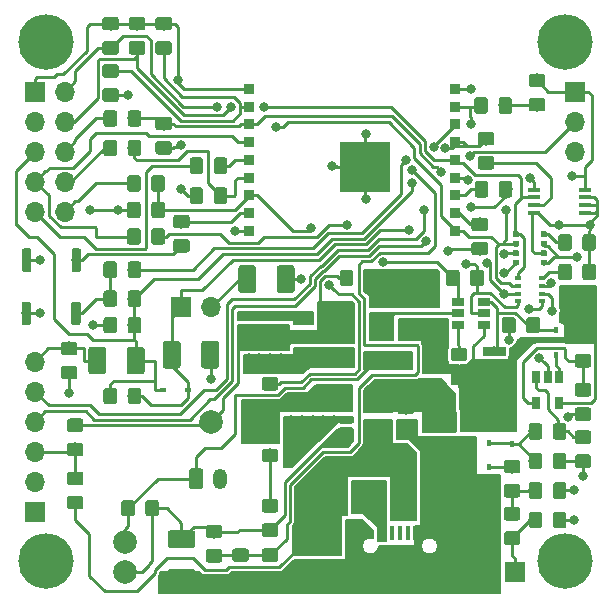
<source format=gbr>
%TF.GenerationSoftware,KiCad,Pcbnew,(5.1.4)-1*%
%TF.CreationDate,2020-01-11T00:21:51+01:00*%
%TF.ProjectId,WROOM02_EV,57524f4f-4d30-4325-9f45-562e6b696361,rev?*%
%TF.SameCoordinates,Original*%
%TF.FileFunction,Copper,L1,Top*%
%TF.FilePolarity,Positive*%
%FSLAX46Y46*%
G04 Gerber Fmt 4.6, Leading zero omitted, Abs format (unit mm)*
G04 Created by KiCad (PCBNEW (5.1.4)-1) date 2020-01-11 00:21:51*
%MOMM*%
%LPD*%
G04 APERTURE LIST*
%ADD10C,0.100000*%
%ADD11C,1.150000*%
%ADD12C,4.700000*%
%ADD13O,1.200000X1.750000*%
%ADD14C,1.200000*%
%ADD15C,1.500000*%
%ADD16R,2.500000X1.800000*%
%ADD17R,0.450000X0.600000*%
%ADD18R,0.600000X0.450000*%
%ADD19R,1.700000X1.700000*%
%ADD20O,1.700000X1.700000*%
%ADD21R,0.450000X1.300000*%
%ADD22O,1.450000X2.000000*%
%ADD23O,1.150000X1.800000*%
%ADD24R,0.800000X0.900000*%
%ADD25C,0.800000*%
%ADD26C,2.000000*%
%ADD27C,0.850000*%
%ADD28R,1.500000X1.000000*%
%ADD29R,1.800000X1.000000*%
%ADD30R,1.840000X2.200000*%
%ADD31C,1.000000*%
%ADD32R,1.060000X0.650000*%
%ADD33R,0.850000X0.912500*%
%ADD34R,4.300000X4.300000*%
%ADD35R,0.650000X1.060000*%
%ADD36R,1.100000X0.400000*%
%ADD37R,0.500000X0.350000*%
%ADD38C,0.500000*%
%ADD39C,0.250000*%
%ADD40C,0.127000*%
G04 APERTURE END LIST*
D10*
G36*
X134474505Y-52951204D02*
G01*
X134498773Y-52954804D01*
X134522572Y-52960765D01*
X134545671Y-52969030D01*
X134567850Y-52979520D01*
X134588893Y-52992132D01*
X134608599Y-53006747D01*
X134626777Y-53023223D01*
X134643253Y-53041401D01*
X134657868Y-53061107D01*
X134670480Y-53082150D01*
X134680970Y-53104329D01*
X134689235Y-53127428D01*
X134695196Y-53151227D01*
X134698796Y-53175495D01*
X134700000Y-53199999D01*
X134700000Y-53850001D01*
X134698796Y-53874505D01*
X134695196Y-53898773D01*
X134689235Y-53922572D01*
X134680970Y-53945671D01*
X134670480Y-53967850D01*
X134657868Y-53988893D01*
X134643253Y-54008599D01*
X134626777Y-54026777D01*
X134608599Y-54043253D01*
X134588893Y-54057868D01*
X134567850Y-54070480D01*
X134545671Y-54080970D01*
X134522572Y-54089235D01*
X134498773Y-54095196D01*
X134474505Y-54098796D01*
X134450001Y-54100000D01*
X133549999Y-54100000D01*
X133525495Y-54098796D01*
X133501227Y-54095196D01*
X133477428Y-54089235D01*
X133454329Y-54080970D01*
X133432150Y-54070480D01*
X133411107Y-54057868D01*
X133391401Y-54043253D01*
X133373223Y-54026777D01*
X133356747Y-54008599D01*
X133342132Y-53988893D01*
X133329520Y-53967850D01*
X133319030Y-53945671D01*
X133310765Y-53922572D01*
X133304804Y-53898773D01*
X133301204Y-53874505D01*
X133300000Y-53850001D01*
X133300000Y-53199999D01*
X133301204Y-53175495D01*
X133304804Y-53151227D01*
X133310765Y-53127428D01*
X133319030Y-53104329D01*
X133329520Y-53082150D01*
X133342132Y-53061107D01*
X133356747Y-53041401D01*
X133373223Y-53023223D01*
X133391401Y-53006747D01*
X133411107Y-52992132D01*
X133432150Y-52979520D01*
X133454329Y-52969030D01*
X133477428Y-52960765D01*
X133501227Y-52954804D01*
X133525495Y-52951204D01*
X133549999Y-52950000D01*
X134450001Y-52950000D01*
X134474505Y-52951204D01*
X134474505Y-52951204D01*
G37*
D11*
X134000000Y-53525000D03*
D10*
G36*
X134474505Y-50901204D02*
G01*
X134498773Y-50904804D01*
X134522572Y-50910765D01*
X134545671Y-50919030D01*
X134567850Y-50929520D01*
X134588893Y-50942132D01*
X134608599Y-50956747D01*
X134626777Y-50973223D01*
X134643253Y-50991401D01*
X134657868Y-51011107D01*
X134670480Y-51032150D01*
X134680970Y-51054329D01*
X134689235Y-51077428D01*
X134695196Y-51101227D01*
X134698796Y-51125495D01*
X134700000Y-51149999D01*
X134700000Y-51800001D01*
X134698796Y-51824505D01*
X134695196Y-51848773D01*
X134689235Y-51872572D01*
X134680970Y-51895671D01*
X134670480Y-51917850D01*
X134657868Y-51938893D01*
X134643253Y-51958599D01*
X134626777Y-51976777D01*
X134608599Y-51993253D01*
X134588893Y-52007868D01*
X134567850Y-52020480D01*
X134545671Y-52030970D01*
X134522572Y-52039235D01*
X134498773Y-52045196D01*
X134474505Y-52048796D01*
X134450001Y-52050000D01*
X133549999Y-52050000D01*
X133525495Y-52048796D01*
X133501227Y-52045196D01*
X133477428Y-52039235D01*
X133454329Y-52030970D01*
X133432150Y-52020480D01*
X133411107Y-52007868D01*
X133391401Y-51993253D01*
X133373223Y-51976777D01*
X133356747Y-51958599D01*
X133342132Y-51938893D01*
X133329520Y-51917850D01*
X133319030Y-51895671D01*
X133310765Y-51872572D01*
X133304804Y-51848773D01*
X133301204Y-51824505D01*
X133300000Y-51800001D01*
X133300000Y-51149999D01*
X133301204Y-51125495D01*
X133304804Y-51101227D01*
X133310765Y-51077428D01*
X133319030Y-51054329D01*
X133329520Y-51032150D01*
X133342132Y-51011107D01*
X133356747Y-50991401D01*
X133373223Y-50973223D01*
X133391401Y-50956747D01*
X133411107Y-50942132D01*
X133432150Y-50929520D01*
X133454329Y-50919030D01*
X133477428Y-50910765D01*
X133501227Y-50904804D01*
X133525495Y-50901204D01*
X133549999Y-50900000D01*
X134450001Y-50900000D01*
X134474505Y-50901204D01*
X134474505Y-50901204D01*
G37*
D11*
X134000000Y-51475000D03*
D10*
G36*
X165624505Y-76301204D02*
G01*
X165648773Y-76304804D01*
X165672572Y-76310765D01*
X165695671Y-76319030D01*
X165717850Y-76329520D01*
X165738893Y-76342132D01*
X165758599Y-76356747D01*
X165776777Y-76373223D01*
X165793253Y-76391401D01*
X165807868Y-76411107D01*
X165820480Y-76432150D01*
X165830970Y-76454329D01*
X165839235Y-76477428D01*
X165845196Y-76501227D01*
X165848796Y-76525495D01*
X165850000Y-76549999D01*
X165850000Y-77450001D01*
X165848796Y-77474505D01*
X165845196Y-77498773D01*
X165839235Y-77522572D01*
X165830970Y-77545671D01*
X165820480Y-77567850D01*
X165807868Y-77588893D01*
X165793253Y-77608599D01*
X165776777Y-77626777D01*
X165758599Y-77643253D01*
X165738893Y-77657868D01*
X165717850Y-77670480D01*
X165695671Y-77680970D01*
X165672572Y-77689235D01*
X165648773Y-77695196D01*
X165624505Y-77698796D01*
X165600001Y-77700000D01*
X164949999Y-77700000D01*
X164925495Y-77698796D01*
X164901227Y-77695196D01*
X164877428Y-77689235D01*
X164854329Y-77680970D01*
X164832150Y-77670480D01*
X164811107Y-77657868D01*
X164791401Y-77643253D01*
X164773223Y-77626777D01*
X164756747Y-77608599D01*
X164742132Y-77588893D01*
X164729520Y-77567850D01*
X164719030Y-77545671D01*
X164710765Y-77522572D01*
X164704804Y-77498773D01*
X164701204Y-77474505D01*
X164700000Y-77450001D01*
X164700000Y-76549999D01*
X164701204Y-76525495D01*
X164704804Y-76501227D01*
X164710765Y-76477428D01*
X164719030Y-76454329D01*
X164729520Y-76432150D01*
X164742132Y-76411107D01*
X164756747Y-76391401D01*
X164773223Y-76373223D01*
X164791401Y-76356747D01*
X164811107Y-76342132D01*
X164832150Y-76329520D01*
X164854329Y-76319030D01*
X164877428Y-76310765D01*
X164901227Y-76304804D01*
X164925495Y-76301204D01*
X164949999Y-76300000D01*
X165600001Y-76300000D01*
X165624505Y-76301204D01*
X165624505Y-76301204D01*
G37*
D11*
X165275000Y-77000000D03*
D10*
G36*
X163574505Y-76301204D02*
G01*
X163598773Y-76304804D01*
X163622572Y-76310765D01*
X163645671Y-76319030D01*
X163667850Y-76329520D01*
X163688893Y-76342132D01*
X163708599Y-76356747D01*
X163726777Y-76373223D01*
X163743253Y-76391401D01*
X163757868Y-76411107D01*
X163770480Y-76432150D01*
X163780970Y-76454329D01*
X163789235Y-76477428D01*
X163795196Y-76501227D01*
X163798796Y-76525495D01*
X163800000Y-76549999D01*
X163800000Y-77450001D01*
X163798796Y-77474505D01*
X163795196Y-77498773D01*
X163789235Y-77522572D01*
X163780970Y-77545671D01*
X163770480Y-77567850D01*
X163757868Y-77588893D01*
X163743253Y-77608599D01*
X163726777Y-77626777D01*
X163708599Y-77643253D01*
X163688893Y-77657868D01*
X163667850Y-77670480D01*
X163645671Y-77680970D01*
X163622572Y-77689235D01*
X163598773Y-77695196D01*
X163574505Y-77698796D01*
X163550001Y-77700000D01*
X162899999Y-77700000D01*
X162875495Y-77698796D01*
X162851227Y-77695196D01*
X162827428Y-77689235D01*
X162804329Y-77680970D01*
X162782150Y-77670480D01*
X162761107Y-77657868D01*
X162741401Y-77643253D01*
X162723223Y-77626777D01*
X162706747Y-77608599D01*
X162692132Y-77588893D01*
X162679520Y-77567850D01*
X162669030Y-77545671D01*
X162660765Y-77522572D01*
X162654804Y-77498773D01*
X162651204Y-77474505D01*
X162650000Y-77450001D01*
X162650000Y-76549999D01*
X162651204Y-76525495D01*
X162654804Y-76501227D01*
X162660765Y-76477428D01*
X162669030Y-76454329D01*
X162679520Y-76432150D01*
X162692132Y-76411107D01*
X162706747Y-76391401D01*
X162723223Y-76373223D01*
X162741401Y-76356747D01*
X162761107Y-76342132D01*
X162782150Y-76329520D01*
X162804329Y-76319030D01*
X162827428Y-76310765D01*
X162851227Y-76304804D01*
X162875495Y-76301204D01*
X162899999Y-76300000D01*
X163550001Y-76300000D01*
X163574505Y-76301204D01*
X163574505Y-76301204D01*
G37*
D11*
X163225000Y-77000000D03*
D10*
G36*
X134474505Y-59361204D02*
G01*
X134498773Y-59364804D01*
X134522572Y-59370765D01*
X134545671Y-59379030D01*
X134567850Y-59389520D01*
X134588893Y-59402132D01*
X134608599Y-59416747D01*
X134626777Y-59433223D01*
X134643253Y-59451401D01*
X134657868Y-59471107D01*
X134670480Y-59492150D01*
X134680970Y-59514329D01*
X134689235Y-59537428D01*
X134695196Y-59561227D01*
X134698796Y-59585495D01*
X134700000Y-59609999D01*
X134700000Y-60260001D01*
X134698796Y-60284505D01*
X134695196Y-60308773D01*
X134689235Y-60332572D01*
X134680970Y-60355671D01*
X134670480Y-60377850D01*
X134657868Y-60398893D01*
X134643253Y-60418599D01*
X134626777Y-60436777D01*
X134608599Y-60453253D01*
X134588893Y-60467868D01*
X134567850Y-60480480D01*
X134545671Y-60490970D01*
X134522572Y-60499235D01*
X134498773Y-60505196D01*
X134474505Y-60508796D01*
X134450001Y-60510000D01*
X133549999Y-60510000D01*
X133525495Y-60508796D01*
X133501227Y-60505196D01*
X133477428Y-60499235D01*
X133454329Y-60490970D01*
X133432150Y-60480480D01*
X133411107Y-60467868D01*
X133391401Y-60453253D01*
X133373223Y-60436777D01*
X133356747Y-60418599D01*
X133342132Y-60398893D01*
X133329520Y-60377850D01*
X133319030Y-60355671D01*
X133310765Y-60332572D01*
X133304804Y-60308773D01*
X133301204Y-60284505D01*
X133300000Y-60260001D01*
X133300000Y-59609999D01*
X133301204Y-59585495D01*
X133304804Y-59561227D01*
X133310765Y-59537428D01*
X133319030Y-59514329D01*
X133329520Y-59492150D01*
X133342132Y-59471107D01*
X133356747Y-59451401D01*
X133373223Y-59433223D01*
X133391401Y-59416747D01*
X133411107Y-59402132D01*
X133432150Y-59389520D01*
X133454329Y-59379030D01*
X133477428Y-59370765D01*
X133501227Y-59364804D01*
X133525495Y-59361204D01*
X133549999Y-59360000D01*
X134450001Y-59360000D01*
X134474505Y-59361204D01*
X134474505Y-59361204D01*
G37*
D11*
X134000000Y-59935000D03*
D10*
G36*
X134474505Y-61411204D02*
G01*
X134498773Y-61414804D01*
X134522572Y-61420765D01*
X134545671Y-61429030D01*
X134567850Y-61439520D01*
X134588893Y-61452132D01*
X134608599Y-61466747D01*
X134626777Y-61483223D01*
X134643253Y-61501401D01*
X134657868Y-61521107D01*
X134670480Y-61542150D01*
X134680970Y-61564329D01*
X134689235Y-61587428D01*
X134695196Y-61611227D01*
X134698796Y-61635495D01*
X134700000Y-61659999D01*
X134700000Y-62310001D01*
X134698796Y-62334505D01*
X134695196Y-62358773D01*
X134689235Y-62382572D01*
X134680970Y-62405671D01*
X134670480Y-62427850D01*
X134657868Y-62448893D01*
X134643253Y-62468599D01*
X134626777Y-62486777D01*
X134608599Y-62503253D01*
X134588893Y-62517868D01*
X134567850Y-62530480D01*
X134545671Y-62540970D01*
X134522572Y-62549235D01*
X134498773Y-62555196D01*
X134474505Y-62558796D01*
X134450001Y-62560000D01*
X133549999Y-62560000D01*
X133525495Y-62558796D01*
X133501227Y-62555196D01*
X133477428Y-62549235D01*
X133454329Y-62540970D01*
X133432150Y-62530480D01*
X133411107Y-62517868D01*
X133391401Y-62503253D01*
X133373223Y-62486777D01*
X133356747Y-62468599D01*
X133342132Y-62448893D01*
X133329520Y-62427850D01*
X133319030Y-62405671D01*
X133310765Y-62382572D01*
X133304804Y-62358773D01*
X133301204Y-62334505D01*
X133300000Y-62310001D01*
X133300000Y-61659999D01*
X133301204Y-61635495D01*
X133304804Y-61611227D01*
X133310765Y-61587428D01*
X133319030Y-61564329D01*
X133329520Y-61542150D01*
X133342132Y-61521107D01*
X133356747Y-61501401D01*
X133373223Y-61483223D01*
X133391401Y-61466747D01*
X133411107Y-61452132D01*
X133432150Y-61439520D01*
X133454329Y-61429030D01*
X133477428Y-61420765D01*
X133501227Y-61414804D01*
X133525495Y-61411204D01*
X133549999Y-61410000D01*
X134450001Y-61410000D01*
X134474505Y-61411204D01*
X134474505Y-61411204D01*
G37*
D11*
X134000000Y-61985000D03*
D12*
X124000000Y-97000000D03*
X168000000Y-53000000D03*
X124000000Y-53000000D03*
D13*
X138750000Y-90000000D03*
D10*
G36*
X137124505Y-89126204D02*
G01*
X137148773Y-89129804D01*
X137172572Y-89135765D01*
X137195671Y-89144030D01*
X137217850Y-89154520D01*
X137238893Y-89167132D01*
X137258599Y-89181747D01*
X137276777Y-89198223D01*
X137293253Y-89216401D01*
X137307868Y-89236107D01*
X137320480Y-89257150D01*
X137330970Y-89279329D01*
X137339235Y-89302428D01*
X137345196Y-89326227D01*
X137348796Y-89350495D01*
X137350000Y-89374999D01*
X137350000Y-90625001D01*
X137348796Y-90649505D01*
X137345196Y-90673773D01*
X137339235Y-90697572D01*
X137330970Y-90720671D01*
X137320480Y-90742850D01*
X137307868Y-90763893D01*
X137293253Y-90783599D01*
X137276777Y-90801777D01*
X137258599Y-90818253D01*
X137238893Y-90832868D01*
X137217850Y-90845480D01*
X137195671Y-90855970D01*
X137172572Y-90864235D01*
X137148773Y-90870196D01*
X137124505Y-90873796D01*
X137100001Y-90875000D01*
X136399999Y-90875000D01*
X136375495Y-90873796D01*
X136351227Y-90870196D01*
X136327428Y-90864235D01*
X136304329Y-90855970D01*
X136282150Y-90845480D01*
X136261107Y-90832868D01*
X136241401Y-90818253D01*
X136223223Y-90801777D01*
X136206747Y-90783599D01*
X136192132Y-90763893D01*
X136179520Y-90742850D01*
X136169030Y-90720671D01*
X136160765Y-90697572D01*
X136154804Y-90673773D01*
X136151204Y-90649505D01*
X136150000Y-90625001D01*
X136150000Y-89374999D01*
X136151204Y-89350495D01*
X136154804Y-89326227D01*
X136160765Y-89302428D01*
X136169030Y-89279329D01*
X136179520Y-89257150D01*
X136192132Y-89236107D01*
X136206747Y-89216401D01*
X136223223Y-89198223D01*
X136241401Y-89181747D01*
X136261107Y-89167132D01*
X136282150Y-89154520D01*
X136304329Y-89144030D01*
X136327428Y-89135765D01*
X136351227Y-89129804D01*
X136375495Y-89126204D01*
X136399999Y-89125000D01*
X137100001Y-89125000D01*
X137124505Y-89126204D01*
X137124505Y-89126204D01*
G37*
D14*
X136750000Y-90000000D03*
D12*
X168000000Y-97000000D03*
D10*
G36*
X149549504Y-75626204D02*
G01*
X149573773Y-75629804D01*
X149597571Y-75635765D01*
X149620671Y-75644030D01*
X149642849Y-75654520D01*
X149663893Y-75667133D01*
X149683598Y-75681747D01*
X149701777Y-75698223D01*
X149718253Y-75716402D01*
X149732867Y-75736107D01*
X149745480Y-75757151D01*
X149755970Y-75779329D01*
X149764235Y-75802429D01*
X149770196Y-75826227D01*
X149773796Y-75850496D01*
X149775000Y-75875000D01*
X149775000Y-76875000D01*
X149773796Y-76899504D01*
X149770196Y-76923773D01*
X149764235Y-76947571D01*
X149755970Y-76970671D01*
X149745480Y-76992849D01*
X149732867Y-77013893D01*
X149718253Y-77033598D01*
X149701777Y-77051777D01*
X149683598Y-77068253D01*
X149663893Y-77082867D01*
X149642849Y-77095480D01*
X149620671Y-77105970D01*
X149597571Y-77114235D01*
X149573773Y-77120196D01*
X149549504Y-77123796D01*
X149525000Y-77125000D01*
X147675000Y-77125000D01*
X147650496Y-77123796D01*
X147626227Y-77120196D01*
X147602429Y-77114235D01*
X147579329Y-77105970D01*
X147557151Y-77095480D01*
X147536107Y-77082867D01*
X147516402Y-77068253D01*
X147498223Y-77051777D01*
X147481747Y-77033598D01*
X147467133Y-77013893D01*
X147454520Y-76992849D01*
X147444030Y-76970671D01*
X147435765Y-76947571D01*
X147429804Y-76923773D01*
X147426204Y-76899504D01*
X147425000Y-76875000D01*
X147425000Y-75875000D01*
X147426204Y-75850496D01*
X147429804Y-75826227D01*
X147435765Y-75802429D01*
X147444030Y-75779329D01*
X147454520Y-75757151D01*
X147467133Y-75736107D01*
X147481747Y-75716402D01*
X147498223Y-75698223D01*
X147516402Y-75681747D01*
X147536107Y-75667133D01*
X147557151Y-75654520D01*
X147579329Y-75644030D01*
X147602429Y-75635765D01*
X147626227Y-75629804D01*
X147650496Y-75626204D01*
X147675000Y-75625000D01*
X149525000Y-75625000D01*
X149549504Y-75626204D01*
X149549504Y-75626204D01*
G37*
D15*
X148600000Y-76375000D03*
D10*
G36*
X149549504Y-78876204D02*
G01*
X149573773Y-78879804D01*
X149597571Y-78885765D01*
X149620671Y-78894030D01*
X149642849Y-78904520D01*
X149663893Y-78917133D01*
X149683598Y-78931747D01*
X149701777Y-78948223D01*
X149718253Y-78966402D01*
X149732867Y-78986107D01*
X149745480Y-79007151D01*
X149755970Y-79029329D01*
X149764235Y-79052429D01*
X149770196Y-79076227D01*
X149773796Y-79100496D01*
X149775000Y-79125000D01*
X149775000Y-80125000D01*
X149773796Y-80149504D01*
X149770196Y-80173773D01*
X149764235Y-80197571D01*
X149755970Y-80220671D01*
X149745480Y-80242849D01*
X149732867Y-80263893D01*
X149718253Y-80283598D01*
X149701777Y-80301777D01*
X149683598Y-80318253D01*
X149663893Y-80332867D01*
X149642849Y-80345480D01*
X149620671Y-80355970D01*
X149597571Y-80364235D01*
X149573773Y-80370196D01*
X149549504Y-80373796D01*
X149525000Y-80375000D01*
X147675000Y-80375000D01*
X147650496Y-80373796D01*
X147626227Y-80370196D01*
X147602429Y-80364235D01*
X147579329Y-80355970D01*
X147557151Y-80345480D01*
X147536107Y-80332867D01*
X147516402Y-80318253D01*
X147498223Y-80301777D01*
X147481747Y-80283598D01*
X147467133Y-80263893D01*
X147454520Y-80242849D01*
X147444030Y-80220671D01*
X147435765Y-80197571D01*
X147429804Y-80173773D01*
X147426204Y-80149504D01*
X147425000Y-80125000D01*
X147425000Y-79125000D01*
X147426204Y-79100496D01*
X147429804Y-79076227D01*
X147435765Y-79052429D01*
X147444030Y-79029329D01*
X147454520Y-79007151D01*
X147467133Y-78986107D01*
X147481747Y-78966402D01*
X147498223Y-78948223D01*
X147516402Y-78931747D01*
X147536107Y-78917133D01*
X147557151Y-78904520D01*
X147579329Y-78894030D01*
X147602429Y-78885765D01*
X147626227Y-78879804D01*
X147650496Y-78876204D01*
X147675000Y-78875000D01*
X149525000Y-78875000D01*
X149549504Y-78876204D01*
X149549504Y-78876204D01*
G37*
D15*
X148600000Y-79625000D03*
D10*
G36*
X154899504Y-90076204D02*
G01*
X154923773Y-90079804D01*
X154947571Y-90085765D01*
X154970671Y-90094030D01*
X154992849Y-90104520D01*
X155013893Y-90117133D01*
X155033598Y-90131747D01*
X155051777Y-90148223D01*
X155068253Y-90166402D01*
X155082867Y-90186107D01*
X155095480Y-90207151D01*
X155105970Y-90229329D01*
X155114235Y-90252429D01*
X155120196Y-90276227D01*
X155123796Y-90300496D01*
X155125000Y-90325000D01*
X155125000Y-92175000D01*
X155123796Y-92199504D01*
X155120196Y-92223773D01*
X155114235Y-92247571D01*
X155105970Y-92270671D01*
X155095480Y-92292849D01*
X155082867Y-92313893D01*
X155068253Y-92333598D01*
X155051777Y-92351777D01*
X155033598Y-92368253D01*
X155013893Y-92382867D01*
X154992849Y-92395480D01*
X154970671Y-92405970D01*
X154947571Y-92414235D01*
X154923773Y-92420196D01*
X154899504Y-92423796D01*
X154875000Y-92425000D01*
X153875000Y-92425000D01*
X153850496Y-92423796D01*
X153826227Y-92420196D01*
X153802429Y-92414235D01*
X153779329Y-92405970D01*
X153757151Y-92395480D01*
X153736107Y-92382867D01*
X153716402Y-92368253D01*
X153698223Y-92351777D01*
X153681747Y-92333598D01*
X153667133Y-92313893D01*
X153654520Y-92292849D01*
X153644030Y-92270671D01*
X153635765Y-92247571D01*
X153629804Y-92223773D01*
X153626204Y-92199504D01*
X153625000Y-92175000D01*
X153625000Y-90325000D01*
X153626204Y-90300496D01*
X153629804Y-90276227D01*
X153635765Y-90252429D01*
X153644030Y-90229329D01*
X153654520Y-90207151D01*
X153667133Y-90186107D01*
X153681747Y-90166402D01*
X153698223Y-90148223D01*
X153716402Y-90131747D01*
X153736107Y-90117133D01*
X153757151Y-90104520D01*
X153779329Y-90094030D01*
X153802429Y-90085765D01*
X153826227Y-90079804D01*
X153850496Y-90076204D01*
X153875000Y-90075000D01*
X154875000Y-90075000D01*
X154899504Y-90076204D01*
X154899504Y-90076204D01*
G37*
D15*
X154375000Y-91250000D03*
D10*
G36*
X158149504Y-90076204D02*
G01*
X158173773Y-90079804D01*
X158197571Y-90085765D01*
X158220671Y-90094030D01*
X158242849Y-90104520D01*
X158263893Y-90117133D01*
X158283598Y-90131747D01*
X158301777Y-90148223D01*
X158318253Y-90166402D01*
X158332867Y-90186107D01*
X158345480Y-90207151D01*
X158355970Y-90229329D01*
X158364235Y-90252429D01*
X158370196Y-90276227D01*
X158373796Y-90300496D01*
X158375000Y-90325000D01*
X158375000Y-92175000D01*
X158373796Y-92199504D01*
X158370196Y-92223773D01*
X158364235Y-92247571D01*
X158355970Y-92270671D01*
X158345480Y-92292849D01*
X158332867Y-92313893D01*
X158318253Y-92333598D01*
X158301777Y-92351777D01*
X158283598Y-92368253D01*
X158263893Y-92382867D01*
X158242849Y-92395480D01*
X158220671Y-92405970D01*
X158197571Y-92414235D01*
X158173773Y-92420196D01*
X158149504Y-92423796D01*
X158125000Y-92425000D01*
X157125000Y-92425000D01*
X157100496Y-92423796D01*
X157076227Y-92420196D01*
X157052429Y-92414235D01*
X157029329Y-92405970D01*
X157007151Y-92395480D01*
X156986107Y-92382867D01*
X156966402Y-92368253D01*
X156948223Y-92351777D01*
X156931747Y-92333598D01*
X156917133Y-92313893D01*
X156904520Y-92292849D01*
X156894030Y-92270671D01*
X156885765Y-92247571D01*
X156879804Y-92223773D01*
X156876204Y-92199504D01*
X156875000Y-92175000D01*
X156875000Y-90325000D01*
X156876204Y-90300496D01*
X156879804Y-90276227D01*
X156885765Y-90252429D01*
X156894030Y-90229329D01*
X156904520Y-90207151D01*
X156917133Y-90186107D01*
X156931747Y-90166402D01*
X156948223Y-90148223D01*
X156966402Y-90131747D01*
X156986107Y-90117133D01*
X157007151Y-90104520D01*
X157029329Y-90094030D01*
X157052429Y-90085765D01*
X157076227Y-90079804D01*
X157100496Y-90076204D01*
X157125000Y-90075000D01*
X158125000Y-90075000D01*
X158149504Y-90076204D01*
X158149504Y-90076204D01*
G37*
D15*
X157625000Y-91250000D03*
D10*
G36*
X128899504Y-78826204D02*
G01*
X128923773Y-78829804D01*
X128947571Y-78835765D01*
X128970671Y-78844030D01*
X128992849Y-78854520D01*
X129013893Y-78867133D01*
X129033598Y-78881747D01*
X129051777Y-78898223D01*
X129068253Y-78916402D01*
X129082867Y-78936107D01*
X129095480Y-78957151D01*
X129105970Y-78979329D01*
X129114235Y-79002429D01*
X129120196Y-79026227D01*
X129123796Y-79050496D01*
X129125000Y-79075000D01*
X129125000Y-80925000D01*
X129123796Y-80949504D01*
X129120196Y-80973773D01*
X129114235Y-80997571D01*
X129105970Y-81020671D01*
X129095480Y-81042849D01*
X129082867Y-81063893D01*
X129068253Y-81083598D01*
X129051777Y-81101777D01*
X129033598Y-81118253D01*
X129013893Y-81132867D01*
X128992849Y-81145480D01*
X128970671Y-81155970D01*
X128947571Y-81164235D01*
X128923773Y-81170196D01*
X128899504Y-81173796D01*
X128875000Y-81175000D01*
X127875000Y-81175000D01*
X127850496Y-81173796D01*
X127826227Y-81170196D01*
X127802429Y-81164235D01*
X127779329Y-81155970D01*
X127757151Y-81145480D01*
X127736107Y-81132867D01*
X127716402Y-81118253D01*
X127698223Y-81101777D01*
X127681747Y-81083598D01*
X127667133Y-81063893D01*
X127654520Y-81042849D01*
X127644030Y-81020671D01*
X127635765Y-80997571D01*
X127629804Y-80973773D01*
X127626204Y-80949504D01*
X127625000Y-80925000D01*
X127625000Y-79075000D01*
X127626204Y-79050496D01*
X127629804Y-79026227D01*
X127635765Y-79002429D01*
X127644030Y-78979329D01*
X127654520Y-78957151D01*
X127667133Y-78936107D01*
X127681747Y-78916402D01*
X127698223Y-78898223D01*
X127716402Y-78881747D01*
X127736107Y-78867133D01*
X127757151Y-78854520D01*
X127779329Y-78844030D01*
X127802429Y-78835765D01*
X127826227Y-78829804D01*
X127850496Y-78826204D01*
X127875000Y-78825000D01*
X128875000Y-78825000D01*
X128899504Y-78826204D01*
X128899504Y-78826204D01*
G37*
D15*
X128375000Y-80000000D03*
D10*
G36*
X132149504Y-78826204D02*
G01*
X132173773Y-78829804D01*
X132197571Y-78835765D01*
X132220671Y-78844030D01*
X132242849Y-78854520D01*
X132263893Y-78867133D01*
X132283598Y-78881747D01*
X132301777Y-78898223D01*
X132318253Y-78916402D01*
X132332867Y-78936107D01*
X132345480Y-78957151D01*
X132355970Y-78979329D01*
X132364235Y-79002429D01*
X132370196Y-79026227D01*
X132373796Y-79050496D01*
X132375000Y-79075000D01*
X132375000Y-80925000D01*
X132373796Y-80949504D01*
X132370196Y-80973773D01*
X132364235Y-80997571D01*
X132355970Y-81020671D01*
X132345480Y-81042849D01*
X132332867Y-81063893D01*
X132318253Y-81083598D01*
X132301777Y-81101777D01*
X132283598Y-81118253D01*
X132263893Y-81132867D01*
X132242849Y-81145480D01*
X132220671Y-81155970D01*
X132197571Y-81164235D01*
X132173773Y-81170196D01*
X132149504Y-81173796D01*
X132125000Y-81175000D01*
X131125000Y-81175000D01*
X131100496Y-81173796D01*
X131076227Y-81170196D01*
X131052429Y-81164235D01*
X131029329Y-81155970D01*
X131007151Y-81145480D01*
X130986107Y-81132867D01*
X130966402Y-81118253D01*
X130948223Y-81101777D01*
X130931747Y-81083598D01*
X130917133Y-81063893D01*
X130904520Y-81042849D01*
X130894030Y-81020671D01*
X130885765Y-80997571D01*
X130879804Y-80973773D01*
X130876204Y-80949504D01*
X130875000Y-80925000D01*
X130875000Y-79075000D01*
X130876204Y-79050496D01*
X130879804Y-79026227D01*
X130885765Y-79002429D01*
X130894030Y-78979329D01*
X130904520Y-78957151D01*
X130917133Y-78936107D01*
X130931747Y-78916402D01*
X130948223Y-78898223D01*
X130966402Y-78881747D01*
X130986107Y-78867133D01*
X131007151Y-78854520D01*
X131029329Y-78844030D01*
X131052429Y-78835765D01*
X131076227Y-78829804D01*
X131100496Y-78826204D01*
X131125000Y-78825000D01*
X132125000Y-78825000D01*
X132149504Y-78826204D01*
X132149504Y-78826204D01*
G37*
D15*
X131625000Y-80000000D03*
D10*
G36*
X144849504Y-71926204D02*
G01*
X144873773Y-71929804D01*
X144897571Y-71935765D01*
X144920671Y-71944030D01*
X144942849Y-71954520D01*
X144963893Y-71967133D01*
X144983598Y-71981747D01*
X145001777Y-71998223D01*
X145018253Y-72016402D01*
X145032867Y-72036107D01*
X145045480Y-72057151D01*
X145055970Y-72079329D01*
X145064235Y-72102429D01*
X145070196Y-72126227D01*
X145073796Y-72150496D01*
X145075000Y-72175000D01*
X145075000Y-74025000D01*
X145073796Y-74049504D01*
X145070196Y-74073773D01*
X145064235Y-74097571D01*
X145055970Y-74120671D01*
X145045480Y-74142849D01*
X145032867Y-74163893D01*
X145018253Y-74183598D01*
X145001777Y-74201777D01*
X144983598Y-74218253D01*
X144963893Y-74232867D01*
X144942849Y-74245480D01*
X144920671Y-74255970D01*
X144897571Y-74264235D01*
X144873773Y-74270196D01*
X144849504Y-74273796D01*
X144825000Y-74275000D01*
X143825000Y-74275000D01*
X143800496Y-74273796D01*
X143776227Y-74270196D01*
X143752429Y-74264235D01*
X143729329Y-74255970D01*
X143707151Y-74245480D01*
X143686107Y-74232867D01*
X143666402Y-74218253D01*
X143648223Y-74201777D01*
X143631747Y-74183598D01*
X143617133Y-74163893D01*
X143604520Y-74142849D01*
X143594030Y-74120671D01*
X143585765Y-74097571D01*
X143579804Y-74073773D01*
X143576204Y-74049504D01*
X143575000Y-74025000D01*
X143575000Y-72175000D01*
X143576204Y-72150496D01*
X143579804Y-72126227D01*
X143585765Y-72102429D01*
X143594030Y-72079329D01*
X143604520Y-72057151D01*
X143617133Y-72036107D01*
X143631747Y-72016402D01*
X143648223Y-71998223D01*
X143666402Y-71981747D01*
X143686107Y-71967133D01*
X143707151Y-71954520D01*
X143729329Y-71944030D01*
X143752429Y-71935765D01*
X143776227Y-71929804D01*
X143800496Y-71926204D01*
X143825000Y-71925000D01*
X144825000Y-71925000D01*
X144849504Y-71926204D01*
X144849504Y-71926204D01*
G37*
D15*
X144325000Y-73100000D03*
D10*
G36*
X141599504Y-71926204D02*
G01*
X141623773Y-71929804D01*
X141647571Y-71935765D01*
X141670671Y-71944030D01*
X141692849Y-71954520D01*
X141713893Y-71967133D01*
X141733598Y-71981747D01*
X141751777Y-71998223D01*
X141768253Y-72016402D01*
X141782867Y-72036107D01*
X141795480Y-72057151D01*
X141805970Y-72079329D01*
X141814235Y-72102429D01*
X141820196Y-72126227D01*
X141823796Y-72150496D01*
X141825000Y-72175000D01*
X141825000Y-74025000D01*
X141823796Y-74049504D01*
X141820196Y-74073773D01*
X141814235Y-74097571D01*
X141805970Y-74120671D01*
X141795480Y-74142849D01*
X141782867Y-74163893D01*
X141768253Y-74183598D01*
X141751777Y-74201777D01*
X141733598Y-74218253D01*
X141713893Y-74232867D01*
X141692849Y-74245480D01*
X141670671Y-74255970D01*
X141647571Y-74264235D01*
X141623773Y-74270196D01*
X141599504Y-74273796D01*
X141575000Y-74275000D01*
X140575000Y-74275000D01*
X140550496Y-74273796D01*
X140526227Y-74270196D01*
X140502429Y-74264235D01*
X140479329Y-74255970D01*
X140457151Y-74245480D01*
X140436107Y-74232867D01*
X140416402Y-74218253D01*
X140398223Y-74201777D01*
X140381747Y-74183598D01*
X140367133Y-74163893D01*
X140354520Y-74142849D01*
X140344030Y-74120671D01*
X140335765Y-74097571D01*
X140329804Y-74073773D01*
X140326204Y-74049504D01*
X140325000Y-74025000D01*
X140325000Y-72175000D01*
X140326204Y-72150496D01*
X140329804Y-72126227D01*
X140335765Y-72102429D01*
X140344030Y-72079329D01*
X140354520Y-72057151D01*
X140367133Y-72036107D01*
X140381747Y-72016402D01*
X140398223Y-71998223D01*
X140416402Y-71981747D01*
X140436107Y-71967133D01*
X140457151Y-71954520D01*
X140479329Y-71944030D01*
X140502429Y-71935765D01*
X140526227Y-71929804D01*
X140550496Y-71926204D01*
X140575000Y-71925000D01*
X141575000Y-71925000D01*
X141599504Y-71926204D01*
X141599504Y-71926204D01*
G37*
D15*
X141075000Y-73100000D03*
D10*
G36*
X163974505Y-90451204D02*
G01*
X163998773Y-90454804D01*
X164022572Y-90460765D01*
X164045671Y-90469030D01*
X164067850Y-90479520D01*
X164088893Y-90492132D01*
X164108599Y-90506747D01*
X164126777Y-90523223D01*
X164143253Y-90541401D01*
X164157868Y-90561107D01*
X164170480Y-90582150D01*
X164180970Y-90604329D01*
X164189235Y-90627428D01*
X164195196Y-90651227D01*
X164198796Y-90675495D01*
X164200000Y-90699999D01*
X164200000Y-91350001D01*
X164198796Y-91374505D01*
X164195196Y-91398773D01*
X164189235Y-91422572D01*
X164180970Y-91445671D01*
X164170480Y-91467850D01*
X164157868Y-91488893D01*
X164143253Y-91508599D01*
X164126777Y-91526777D01*
X164108599Y-91543253D01*
X164088893Y-91557868D01*
X164067850Y-91570480D01*
X164045671Y-91580970D01*
X164022572Y-91589235D01*
X163998773Y-91595196D01*
X163974505Y-91598796D01*
X163950001Y-91600000D01*
X163049999Y-91600000D01*
X163025495Y-91598796D01*
X163001227Y-91595196D01*
X162977428Y-91589235D01*
X162954329Y-91580970D01*
X162932150Y-91570480D01*
X162911107Y-91557868D01*
X162891401Y-91543253D01*
X162873223Y-91526777D01*
X162856747Y-91508599D01*
X162842132Y-91488893D01*
X162829520Y-91467850D01*
X162819030Y-91445671D01*
X162810765Y-91422572D01*
X162804804Y-91398773D01*
X162801204Y-91374505D01*
X162800000Y-91350001D01*
X162800000Y-90699999D01*
X162801204Y-90675495D01*
X162804804Y-90651227D01*
X162810765Y-90627428D01*
X162819030Y-90604329D01*
X162829520Y-90582150D01*
X162842132Y-90561107D01*
X162856747Y-90541401D01*
X162873223Y-90523223D01*
X162891401Y-90506747D01*
X162911107Y-90492132D01*
X162932150Y-90479520D01*
X162954329Y-90469030D01*
X162977428Y-90460765D01*
X163001227Y-90454804D01*
X163025495Y-90451204D01*
X163049999Y-90450000D01*
X163950001Y-90450000D01*
X163974505Y-90451204D01*
X163974505Y-90451204D01*
G37*
D11*
X163500000Y-91025000D03*
D10*
G36*
X163974505Y-88401204D02*
G01*
X163998773Y-88404804D01*
X164022572Y-88410765D01*
X164045671Y-88419030D01*
X164067850Y-88429520D01*
X164088893Y-88442132D01*
X164108599Y-88456747D01*
X164126777Y-88473223D01*
X164143253Y-88491401D01*
X164157868Y-88511107D01*
X164170480Y-88532150D01*
X164180970Y-88554329D01*
X164189235Y-88577428D01*
X164195196Y-88601227D01*
X164198796Y-88625495D01*
X164200000Y-88649999D01*
X164200000Y-89300001D01*
X164198796Y-89324505D01*
X164195196Y-89348773D01*
X164189235Y-89372572D01*
X164180970Y-89395671D01*
X164170480Y-89417850D01*
X164157868Y-89438893D01*
X164143253Y-89458599D01*
X164126777Y-89476777D01*
X164108599Y-89493253D01*
X164088893Y-89507868D01*
X164067850Y-89520480D01*
X164045671Y-89530970D01*
X164022572Y-89539235D01*
X163998773Y-89545196D01*
X163974505Y-89548796D01*
X163950001Y-89550000D01*
X163049999Y-89550000D01*
X163025495Y-89548796D01*
X163001227Y-89545196D01*
X162977428Y-89539235D01*
X162954329Y-89530970D01*
X162932150Y-89520480D01*
X162911107Y-89507868D01*
X162891401Y-89493253D01*
X162873223Y-89476777D01*
X162856747Y-89458599D01*
X162842132Y-89438893D01*
X162829520Y-89417850D01*
X162819030Y-89395671D01*
X162810765Y-89372572D01*
X162804804Y-89348773D01*
X162801204Y-89324505D01*
X162800000Y-89300001D01*
X162800000Y-88649999D01*
X162801204Y-88625495D01*
X162804804Y-88601227D01*
X162810765Y-88577428D01*
X162819030Y-88554329D01*
X162829520Y-88532150D01*
X162842132Y-88511107D01*
X162856747Y-88491401D01*
X162873223Y-88473223D01*
X162891401Y-88456747D01*
X162911107Y-88442132D01*
X162932150Y-88429520D01*
X162954329Y-88419030D01*
X162977428Y-88410765D01*
X163001227Y-88404804D01*
X163025495Y-88401204D01*
X163049999Y-88400000D01*
X163950001Y-88400000D01*
X163974505Y-88401204D01*
X163974505Y-88401204D01*
G37*
D11*
X163500000Y-88975000D03*
D10*
G36*
X138449504Y-78326204D02*
G01*
X138473773Y-78329804D01*
X138497571Y-78335765D01*
X138520671Y-78344030D01*
X138542849Y-78354520D01*
X138563893Y-78367133D01*
X138583598Y-78381747D01*
X138601777Y-78398223D01*
X138618253Y-78416402D01*
X138632867Y-78436107D01*
X138645480Y-78457151D01*
X138655970Y-78479329D01*
X138664235Y-78502429D01*
X138670196Y-78526227D01*
X138673796Y-78550496D01*
X138675000Y-78575000D01*
X138675000Y-80425000D01*
X138673796Y-80449504D01*
X138670196Y-80473773D01*
X138664235Y-80497571D01*
X138655970Y-80520671D01*
X138645480Y-80542849D01*
X138632867Y-80563893D01*
X138618253Y-80583598D01*
X138601777Y-80601777D01*
X138583598Y-80618253D01*
X138563893Y-80632867D01*
X138542849Y-80645480D01*
X138520671Y-80655970D01*
X138497571Y-80664235D01*
X138473773Y-80670196D01*
X138449504Y-80673796D01*
X138425000Y-80675000D01*
X137425000Y-80675000D01*
X137400496Y-80673796D01*
X137376227Y-80670196D01*
X137352429Y-80664235D01*
X137329329Y-80655970D01*
X137307151Y-80645480D01*
X137286107Y-80632867D01*
X137266402Y-80618253D01*
X137248223Y-80601777D01*
X137231747Y-80583598D01*
X137217133Y-80563893D01*
X137204520Y-80542849D01*
X137194030Y-80520671D01*
X137185765Y-80497571D01*
X137179804Y-80473773D01*
X137176204Y-80449504D01*
X137175000Y-80425000D01*
X137175000Y-78575000D01*
X137176204Y-78550496D01*
X137179804Y-78526227D01*
X137185765Y-78502429D01*
X137194030Y-78479329D01*
X137204520Y-78457151D01*
X137217133Y-78436107D01*
X137231747Y-78416402D01*
X137248223Y-78398223D01*
X137266402Y-78381747D01*
X137286107Y-78367133D01*
X137307151Y-78354520D01*
X137329329Y-78344030D01*
X137352429Y-78335765D01*
X137376227Y-78329804D01*
X137400496Y-78326204D01*
X137425000Y-78325000D01*
X138425000Y-78325000D01*
X138449504Y-78326204D01*
X138449504Y-78326204D01*
G37*
D15*
X137925000Y-79500000D03*
D10*
G36*
X135199504Y-78326204D02*
G01*
X135223773Y-78329804D01*
X135247571Y-78335765D01*
X135270671Y-78344030D01*
X135292849Y-78354520D01*
X135313893Y-78367133D01*
X135333598Y-78381747D01*
X135351777Y-78398223D01*
X135368253Y-78416402D01*
X135382867Y-78436107D01*
X135395480Y-78457151D01*
X135405970Y-78479329D01*
X135414235Y-78502429D01*
X135420196Y-78526227D01*
X135423796Y-78550496D01*
X135425000Y-78575000D01*
X135425000Y-80425000D01*
X135423796Y-80449504D01*
X135420196Y-80473773D01*
X135414235Y-80497571D01*
X135405970Y-80520671D01*
X135395480Y-80542849D01*
X135382867Y-80563893D01*
X135368253Y-80583598D01*
X135351777Y-80601777D01*
X135333598Y-80618253D01*
X135313893Y-80632867D01*
X135292849Y-80645480D01*
X135270671Y-80655970D01*
X135247571Y-80664235D01*
X135223773Y-80670196D01*
X135199504Y-80673796D01*
X135175000Y-80675000D01*
X134175000Y-80675000D01*
X134150496Y-80673796D01*
X134126227Y-80670196D01*
X134102429Y-80664235D01*
X134079329Y-80655970D01*
X134057151Y-80645480D01*
X134036107Y-80632867D01*
X134016402Y-80618253D01*
X133998223Y-80601777D01*
X133981747Y-80583598D01*
X133967133Y-80563893D01*
X133954520Y-80542849D01*
X133944030Y-80520671D01*
X133935765Y-80497571D01*
X133929804Y-80473773D01*
X133926204Y-80449504D01*
X133925000Y-80425000D01*
X133925000Y-78575000D01*
X133926204Y-78550496D01*
X133929804Y-78526227D01*
X133935765Y-78502429D01*
X133944030Y-78479329D01*
X133954520Y-78457151D01*
X133967133Y-78436107D01*
X133981747Y-78416402D01*
X133998223Y-78398223D01*
X134016402Y-78381747D01*
X134036107Y-78367133D01*
X134057151Y-78354520D01*
X134079329Y-78344030D01*
X134102429Y-78335765D01*
X134126227Y-78329804D01*
X134150496Y-78326204D01*
X134175000Y-78325000D01*
X135175000Y-78325000D01*
X135199504Y-78326204D01*
X135199504Y-78326204D01*
G37*
D15*
X134675000Y-79500000D03*
D10*
G36*
X140974505Y-95901204D02*
G01*
X140998773Y-95904804D01*
X141022572Y-95910765D01*
X141045671Y-95919030D01*
X141067850Y-95929520D01*
X141088893Y-95942132D01*
X141108599Y-95956747D01*
X141126777Y-95973223D01*
X141143253Y-95991401D01*
X141157868Y-96011107D01*
X141170480Y-96032150D01*
X141180970Y-96054329D01*
X141189235Y-96077428D01*
X141195196Y-96101227D01*
X141198796Y-96125495D01*
X141200000Y-96149999D01*
X141200000Y-96800001D01*
X141198796Y-96824505D01*
X141195196Y-96848773D01*
X141189235Y-96872572D01*
X141180970Y-96895671D01*
X141170480Y-96917850D01*
X141157868Y-96938893D01*
X141143253Y-96958599D01*
X141126777Y-96976777D01*
X141108599Y-96993253D01*
X141088893Y-97007868D01*
X141067850Y-97020480D01*
X141045671Y-97030970D01*
X141022572Y-97039235D01*
X140998773Y-97045196D01*
X140974505Y-97048796D01*
X140950001Y-97050000D01*
X140049999Y-97050000D01*
X140025495Y-97048796D01*
X140001227Y-97045196D01*
X139977428Y-97039235D01*
X139954329Y-97030970D01*
X139932150Y-97020480D01*
X139911107Y-97007868D01*
X139891401Y-96993253D01*
X139873223Y-96976777D01*
X139856747Y-96958599D01*
X139842132Y-96938893D01*
X139829520Y-96917850D01*
X139819030Y-96895671D01*
X139810765Y-96872572D01*
X139804804Y-96848773D01*
X139801204Y-96824505D01*
X139800000Y-96800001D01*
X139800000Y-96149999D01*
X139801204Y-96125495D01*
X139804804Y-96101227D01*
X139810765Y-96077428D01*
X139819030Y-96054329D01*
X139829520Y-96032150D01*
X139842132Y-96011107D01*
X139856747Y-95991401D01*
X139873223Y-95973223D01*
X139891401Y-95956747D01*
X139911107Y-95942132D01*
X139932150Y-95929520D01*
X139954329Y-95919030D01*
X139977428Y-95910765D01*
X140001227Y-95904804D01*
X140025495Y-95901204D01*
X140049999Y-95900000D01*
X140950001Y-95900000D01*
X140974505Y-95901204D01*
X140974505Y-95901204D01*
G37*
D11*
X140500000Y-96475000D03*
D10*
G36*
X140974505Y-97951204D02*
G01*
X140998773Y-97954804D01*
X141022572Y-97960765D01*
X141045671Y-97969030D01*
X141067850Y-97979520D01*
X141088893Y-97992132D01*
X141108599Y-98006747D01*
X141126777Y-98023223D01*
X141143253Y-98041401D01*
X141157868Y-98061107D01*
X141170480Y-98082150D01*
X141180970Y-98104329D01*
X141189235Y-98127428D01*
X141195196Y-98151227D01*
X141198796Y-98175495D01*
X141200000Y-98199999D01*
X141200000Y-98850001D01*
X141198796Y-98874505D01*
X141195196Y-98898773D01*
X141189235Y-98922572D01*
X141180970Y-98945671D01*
X141170480Y-98967850D01*
X141157868Y-98988893D01*
X141143253Y-99008599D01*
X141126777Y-99026777D01*
X141108599Y-99043253D01*
X141088893Y-99057868D01*
X141067850Y-99070480D01*
X141045671Y-99080970D01*
X141022572Y-99089235D01*
X140998773Y-99095196D01*
X140974505Y-99098796D01*
X140950001Y-99100000D01*
X140049999Y-99100000D01*
X140025495Y-99098796D01*
X140001227Y-99095196D01*
X139977428Y-99089235D01*
X139954329Y-99080970D01*
X139932150Y-99070480D01*
X139911107Y-99057868D01*
X139891401Y-99043253D01*
X139873223Y-99026777D01*
X139856747Y-99008599D01*
X139842132Y-98988893D01*
X139829520Y-98967850D01*
X139819030Y-98945671D01*
X139810765Y-98922572D01*
X139804804Y-98898773D01*
X139801204Y-98874505D01*
X139800000Y-98850001D01*
X139800000Y-98199999D01*
X139801204Y-98175495D01*
X139804804Y-98151227D01*
X139810765Y-98127428D01*
X139819030Y-98104329D01*
X139829520Y-98082150D01*
X139842132Y-98061107D01*
X139856747Y-98041401D01*
X139873223Y-98023223D01*
X139891401Y-98006747D01*
X139911107Y-97992132D01*
X139932150Y-97979520D01*
X139954329Y-97969030D01*
X139977428Y-97960765D01*
X140001227Y-97954804D01*
X140025495Y-97951204D01*
X140049999Y-97950000D01*
X140950001Y-97950000D01*
X140974505Y-97951204D01*
X140974505Y-97951204D01*
G37*
D11*
X140500000Y-98525000D03*
D10*
G36*
X165824505Y-87801204D02*
G01*
X165848773Y-87804804D01*
X165872572Y-87810765D01*
X165895671Y-87819030D01*
X165917850Y-87829520D01*
X165938893Y-87842132D01*
X165958599Y-87856747D01*
X165976777Y-87873223D01*
X165993253Y-87891401D01*
X166007868Y-87911107D01*
X166020480Y-87932150D01*
X166030970Y-87954329D01*
X166039235Y-87977428D01*
X166045196Y-88001227D01*
X166048796Y-88025495D01*
X166050000Y-88049999D01*
X166050000Y-88950001D01*
X166048796Y-88974505D01*
X166045196Y-88998773D01*
X166039235Y-89022572D01*
X166030970Y-89045671D01*
X166020480Y-89067850D01*
X166007868Y-89088893D01*
X165993253Y-89108599D01*
X165976777Y-89126777D01*
X165958599Y-89143253D01*
X165938893Y-89157868D01*
X165917850Y-89170480D01*
X165895671Y-89180970D01*
X165872572Y-89189235D01*
X165848773Y-89195196D01*
X165824505Y-89198796D01*
X165800001Y-89200000D01*
X165149999Y-89200000D01*
X165125495Y-89198796D01*
X165101227Y-89195196D01*
X165077428Y-89189235D01*
X165054329Y-89180970D01*
X165032150Y-89170480D01*
X165011107Y-89157868D01*
X164991401Y-89143253D01*
X164973223Y-89126777D01*
X164956747Y-89108599D01*
X164942132Y-89088893D01*
X164929520Y-89067850D01*
X164919030Y-89045671D01*
X164910765Y-89022572D01*
X164904804Y-88998773D01*
X164901204Y-88974505D01*
X164900000Y-88950001D01*
X164900000Y-88049999D01*
X164901204Y-88025495D01*
X164904804Y-88001227D01*
X164910765Y-87977428D01*
X164919030Y-87954329D01*
X164929520Y-87932150D01*
X164942132Y-87911107D01*
X164956747Y-87891401D01*
X164973223Y-87873223D01*
X164991401Y-87856747D01*
X165011107Y-87842132D01*
X165032150Y-87829520D01*
X165054329Y-87819030D01*
X165077428Y-87810765D01*
X165101227Y-87804804D01*
X165125495Y-87801204D01*
X165149999Y-87800000D01*
X165800001Y-87800000D01*
X165824505Y-87801204D01*
X165824505Y-87801204D01*
G37*
D11*
X165475000Y-88500000D03*
D10*
G36*
X167874505Y-87801204D02*
G01*
X167898773Y-87804804D01*
X167922572Y-87810765D01*
X167945671Y-87819030D01*
X167967850Y-87829520D01*
X167988893Y-87842132D01*
X168008599Y-87856747D01*
X168026777Y-87873223D01*
X168043253Y-87891401D01*
X168057868Y-87911107D01*
X168070480Y-87932150D01*
X168080970Y-87954329D01*
X168089235Y-87977428D01*
X168095196Y-88001227D01*
X168098796Y-88025495D01*
X168100000Y-88049999D01*
X168100000Y-88950001D01*
X168098796Y-88974505D01*
X168095196Y-88998773D01*
X168089235Y-89022572D01*
X168080970Y-89045671D01*
X168070480Y-89067850D01*
X168057868Y-89088893D01*
X168043253Y-89108599D01*
X168026777Y-89126777D01*
X168008599Y-89143253D01*
X167988893Y-89157868D01*
X167967850Y-89170480D01*
X167945671Y-89180970D01*
X167922572Y-89189235D01*
X167898773Y-89195196D01*
X167874505Y-89198796D01*
X167850001Y-89200000D01*
X167199999Y-89200000D01*
X167175495Y-89198796D01*
X167151227Y-89195196D01*
X167127428Y-89189235D01*
X167104329Y-89180970D01*
X167082150Y-89170480D01*
X167061107Y-89157868D01*
X167041401Y-89143253D01*
X167023223Y-89126777D01*
X167006747Y-89108599D01*
X166992132Y-89088893D01*
X166979520Y-89067850D01*
X166969030Y-89045671D01*
X166960765Y-89022572D01*
X166954804Y-88998773D01*
X166951204Y-88974505D01*
X166950000Y-88950001D01*
X166950000Y-88049999D01*
X166951204Y-88025495D01*
X166954804Y-88001227D01*
X166960765Y-87977428D01*
X166969030Y-87954329D01*
X166979520Y-87932150D01*
X166992132Y-87911107D01*
X167006747Y-87891401D01*
X167023223Y-87873223D01*
X167041401Y-87856747D01*
X167061107Y-87842132D01*
X167082150Y-87829520D01*
X167104329Y-87819030D01*
X167127428Y-87810765D01*
X167151227Y-87804804D01*
X167175495Y-87801204D01*
X167199999Y-87800000D01*
X167850001Y-87800000D01*
X167874505Y-87801204D01*
X167874505Y-87801204D01*
G37*
D11*
X167525000Y-88500000D03*
D10*
G36*
X129974505Y-54901204D02*
G01*
X129998773Y-54904804D01*
X130022572Y-54910765D01*
X130045671Y-54919030D01*
X130067850Y-54929520D01*
X130088893Y-54942132D01*
X130108599Y-54956747D01*
X130126777Y-54973223D01*
X130143253Y-54991401D01*
X130157868Y-55011107D01*
X130170480Y-55032150D01*
X130180970Y-55054329D01*
X130189235Y-55077428D01*
X130195196Y-55101227D01*
X130198796Y-55125495D01*
X130200000Y-55149999D01*
X130200000Y-55800001D01*
X130198796Y-55824505D01*
X130195196Y-55848773D01*
X130189235Y-55872572D01*
X130180970Y-55895671D01*
X130170480Y-55917850D01*
X130157868Y-55938893D01*
X130143253Y-55958599D01*
X130126777Y-55976777D01*
X130108599Y-55993253D01*
X130088893Y-56007868D01*
X130067850Y-56020480D01*
X130045671Y-56030970D01*
X130022572Y-56039235D01*
X129998773Y-56045196D01*
X129974505Y-56048796D01*
X129950001Y-56050000D01*
X129049999Y-56050000D01*
X129025495Y-56048796D01*
X129001227Y-56045196D01*
X128977428Y-56039235D01*
X128954329Y-56030970D01*
X128932150Y-56020480D01*
X128911107Y-56007868D01*
X128891401Y-55993253D01*
X128873223Y-55976777D01*
X128856747Y-55958599D01*
X128842132Y-55938893D01*
X128829520Y-55917850D01*
X128819030Y-55895671D01*
X128810765Y-55872572D01*
X128804804Y-55848773D01*
X128801204Y-55824505D01*
X128800000Y-55800001D01*
X128800000Y-55149999D01*
X128801204Y-55125495D01*
X128804804Y-55101227D01*
X128810765Y-55077428D01*
X128819030Y-55054329D01*
X128829520Y-55032150D01*
X128842132Y-55011107D01*
X128856747Y-54991401D01*
X128873223Y-54973223D01*
X128891401Y-54956747D01*
X128911107Y-54942132D01*
X128932150Y-54929520D01*
X128954329Y-54919030D01*
X128977428Y-54910765D01*
X129001227Y-54904804D01*
X129025495Y-54901204D01*
X129049999Y-54900000D01*
X129950001Y-54900000D01*
X129974505Y-54901204D01*
X129974505Y-54901204D01*
G37*
D11*
X129500000Y-55475000D03*
D10*
G36*
X129974505Y-56951204D02*
G01*
X129998773Y-56954804D01*
X130022572Y-56960765D01*
X130045671Y-56969030D01*
X130067850Y-56979520D01*
X130088893Y-56992132D01*
X130108599Y-57006747D01*
X130126777Y-57023223D01*
X130143253Y-57041401D01*
X130157868Y-57061107D01*
X130170480Y-57082150D01*
X130180970Y-57104329D01*
X130189235Y-57127428D01*
X130195196Y-57151227D01*
X130198796Y-57175495D01*
X130200000Y-57199999D01*
X130200000Y-57850001D01*
X130198796Y-57874505D01*
X130195196Y-57898773D01*
X130189235Y-57922572D01*
X130180970Y-57945671D01*
X130170480Y-57967850D01*
X130157868Y-57988893D01*
X130143253Y-58008599D01*
X130126777Y-58026777D01*
X130108599Y-58043253D01*
X130088893Y-58057868D01*
X130067850Y-58070480D01*
X130045671Y-58080970D01*
X130022572Y-58089235D01*
X129998773Y-58095196D01*
X129974505Y-58098796D01*
X129950001Y-58100000D01*
X129049999Y-58100000D01*
X129025495Y-58098796D01*
X129001227Y-58095196D01*
X128977428Y-58089235D01*
X128954329Y-58080970D01*
X128932150Y-58070480D01*
X128911107Y-58057868D01*
X128891401Y-58043253D01*
X128873223Y-58026777D01*
X128856747Y-58008599D01*
X128842132Y-57988893D01*
X128829520Y-57967850D01*
X128819030Y-57945671D01*
X128810765Y-57922572D01*
X128804804Y-57898773D01*
X128801204Y-57874505D01*
X128800000Y-57850001D01*
X128800000Y-57199999D01*
X128801204Y-57175495D01*
X128804804Y-57151227D01*
X128810765Y-57127428D01*
X128819030Y-57104329D01*
X128829520Y-57082150D01*
X128842132Y-57061107D01*
X128856747Y-57041401D01*
X128873223Y-57023223D01*
X128891401Y-57006747D01*
X128911107Y-56992132D01*
X128932150Y-56979520D01*
X128954329Y-56969030D01*
X128977428Y-56960765D01*
X129001227Y-56954804D01*
X129025495Y-56951204D01*
X129049999Y-56950000D01*
X129950001Y-56950000D01*
X129974505Y-56951204D01*
X129974505Y-56951204D01*
G37*
D11*
X129500000Y-57525000D03*
D10*
G36*
X136449504Y-94376204D02*
G01*
X136473773Y-94379804D01*
X136497571Y-94385765D01*
X136520671Y-94394030D01*
X136542849Y-94404520D01*
X136563893Y-94417133D01*
X136583598Y-94431747D01*
X136601777Y-94448223D01*
X136618253Y-94466402D01*
X136632867Y-94486107D01*
X136645480Y-94507151D01*
X136655970Y-94529329D01*
X136664235Y-94552429D01*
X136670196Y-94576227D01*
X136673796Y-94600496D01*
X136675000Y-94625000D01*
X136675000Y-95625000D01*
X136673796Y-95649504D01*
X136670196Y-95673773D01*
X136664235Y-95697571D01*
X136655970Y-95720671D01*
X136645480Y-95742849D01*
X136632867Y-95763893D01*
X136618253Y-95783598D01*
X136601777Y-95801777D01*
X136583598Y-95818253D01*
X136563893Y-95832867D01*
X136542849Y-95845480D01*
X136520671Y-95855970D01*
X136497571Y-95864235D01*
X136473773Y-95870196D01*
X136449504Y-95873796D01*
X136425000Y-95875000D01*
X134575000Y-95875000D01*
X134550496Y-95873796D01*
X134526227Y-95870196D01*
X134502429Y-95864235D01*
X134479329Y-95855970D01*
X134457151Y-95845480D01*
X134436107Y-95832867D01*
X134416402Y-95818253D01*
X134398223Y-95801777D01*
X134381747Y-95783598D01*
X134367133Y-95763893D01*
X134354520Y-95742849D01*
X134344030Y-95720671D01*
X134335765Y-95697571D01*
X134329804Y-95673773D01*
X134326204Y-95649504D01*
X134325000Y-95625000D01*
X134325000Y-94625000D01*
X134326204Y-94600496D01*
X134329804Y-94576227D01*
X134335765Y-94552429D01*
X134344030Y-94529329D01*
X134354520Y-94507151D01*
X134367133Y-94486107D01*
X134381747Y-94466402D01*
X134398223Y-94448223D01*
X134416402Y-94431747D01*
X134436107Y-94417133D01*
X134457151Y-94404520D01*
X134479329Y-94394030D01*
X134502429Y-94385765D01*
X134526227Y-94379804D01*
X134550496Y-94376204D01*
X134575000Y-94375000D01*
X136425000Y-94375000D01*
X136449504Y-94376204D01*
X136449504Y-94376204D01*
G37*
D15*
X135500000Y-95125000D03*
D10*
G36*
X136449504Y-97626204D02*
G01*
X136473773Y-97629804D01*
X136497571Y-97635765D01*
X136520671Y-97644030D01*
X136542849Y-97654520D01*
X136563893Y-97667133D01*
X136583598Y-97681747D01*
X136601777Y-97698223D01*
X136618253Y-97716402D01*
X136632867Y-97736107D01*
X136645480Y-97757151D01*
X136655970Y-97779329D01*
X136664235Y-97802429D01*
X136670196Y-97826227D01*
X136673796Y-97850496D01*
X136675000Y-97875000D01*
X136675000Y-98875000D01*
X136673796Y-98899504D01*
X136670196Y-98923773D01*
X136664235Y-98947571D01*
X136655970Y-98970671D01*
X136645480Y-98992849D01*
X136632867Y-99013893D01*
X136618253Y-99033598D01*
X136601777Y-99051777D01*
X136583598Y-99068253D01*
X136563893Y-99082867D01*
X136542849Y-99095480D01*
X136520671Y-99105970D01*
X136497571Y-99114235D01*
X136473773Y-99120196D01*
X136449504Y-99123796D01*
X136425000Y-99125000D01*
X134575000Y-99125000D01*
X134550496Y-99123796D01*
X134526227Y-99120196D01*
X134502429Y-99114235D01*
X134479329Y-99105970D01*
X134457151Y-99095480D01*
X134436107Y-99082867D01*
X134416402Y-99068253D01*
X134398223Y-99051777D01*
X134381747Y-99033598D01*
X134367133Y-99013893D01*
X134354520Y-98992849D01*
X134344030Y-98970671D01*
X134335765Y-98947571D01*
X134329804Y-98923773D01*
X134326204Y-98899504D01*
X134325000Y-98875000D01*
X134325000Y-97875000D01*
X134326204Y-97850496D01*
X134329804Y-97826227D01*
X134335765Y-97802429D01*
X134344030Y-97779329D01*
X134354520Y-97757151D01*
X134367133Y-97736107D01*
X134381747Y-97716402D01*
X134398223Y-97698223D01*
X134416402Y-97681747D01*
X134436107Y-97667133D01*
X134457151Y-97654520D01*
X134479329Y-97644030D01*
X134502429Y-97635765D01*
X134526227Y-97629804D01*
X134550496Y-97626204D01*
X134575000Y-97625000D01*
X136425000Y-97625000D01*
X136449504Y-97626204D01*
X136449504Y-97626204D01*
G37*
D15*
X135500000Y-98375000D03*
D10*
G36*
X131874505Y-76301204D02*
G01*
X131898773Y-76304804D01*
X131922572Y-76310765D01*
X131945671Y-76319030D01*
X131967850Y-76329520D01*
X131988893Y-76342132D01*
X132008599Y-76356747D01*
X132026777Y-76373223D01*
X132043253Y-76391401D01*
X132057868Y-76411107D01*
X132070480Y-76432150D01*
X132080970Y-76454329D01*
X132089235Y-76477428D01*
X132095196Y-76501227D01*
X132098796Y-76525495D01*
X132100000Y-76549999D01*
X132100000Y-77450001D01*
X132098796Y-77474505D01*
X132095196Y-77498773D01*
X132089235Y-77522572D01*
X132080970Y-77545671D01*
X132070480Y-77567850D01*
X132057868Y-77588893D01*
X132043253Y-77608599D01*
X132026777Y-77626777D01*
X132008599Y-77643253D01*
X131988893Y-77657868D01*
X131967850Y-77670480D01*
X131945671Y-77680970D01*
X131922572Y-77689235D01*
X131898773Y-77695196D01*
X131874505Y-77698796D01*
X131850001Y-77700000D01*
X131199999Y-77700000D01*
X131175495Y-77698796D01*
X131151227Y-77695196D01*
X131127428Y-77689235D01*
X131104329Y-77680970D01*
X131082150Y-77670480D01*
X131061107Y-77657868D01*
X131041401Y-77643253D01*
X131023223Y-77626777D01*
X131006747Y-77608599D01*
X130992132Y-77588893D01*
X130979520Y-77567850D01*
X130969030Y-77545671D01*
X130960765Y-77522572D01*
X130954804Y-77498773D01*
X130951204Y-77474505D01*
X130950000Y-77450001D01*
X130950000Y-76549999D01*
X130951204Y-76525495D01*
X130954804Y-76501227D01*
X130960765Y-76477428D01*
X130969030Y-76454329D01*
X130979520Y-76432150D01*
X130992132Y-76411107D01*
X131006747Y-76391401D01*
X131023223Y-76373223D01*
X131041401Y-76356747D01*
X131061107Y-76342132D01*
X131082150Y-76329520D01*
X131104329Y-76319030D01*
X131127428Y-76310765D01*
X131151227Y-76304804D01*
X131175495Y-76301204D01*
X131199999Y-76300000D01*
X131850001Y-76300000D01*
X131874505Y-76301204D01*
X131874505Y-76301204D01*
G37*
D11*
X131525000Y-77000000D03*
D10*
G36*
X129824505Y-76301204D02*
G01*
X129848773Y-76304804D01*
X129872572Y-76310765D01*
X129895671Y-76319030D01*
X129917850Y-76329520D01*
X129938893Y-76342132D01*
X129958599Y-76356747D01*
X129976777Y-76373223D01*
X129993253Y-76391401D01*
X130007868Y-76411107D01*
X130020480Y-76432150D01*
X130030970Y-76454329D01*
X130039235Y-76477428D01*
X130045196Y-76501227D01*
X130048796Y-76525495D01*
X130050000Y-76549999D01*
X130050000Y-77450001D01*
X130048796Y-77474505D01*
X130045196Y-77498773D01*
X130039235Y-77522572D01*
X130030970Y-77545671D01*
X130020480Y-77567850D01*
X130007868Y-77588893D01*
X129993253Y-77608599D01*
X129976777Y-77626777D01*
X129958599Y-77643253D01*
X129938893Y-77657868D01*
X129917850Y-77670480D01*
X129895671Y-77680970D01*
X129872572Y-77689235D01*
X129848773Y-77695196D01*
X129824505Y-77698796D01*
X129800001Y-77700000D01*
X129149999Y-77700000D01*
X129125495Y-77698796D01*
X129101227Y-77695196D01*
X129077428Y-77689235D01*
X129054329Y-77680970D01*
X129032150Y-77670480D01*
X129011107Y-77657868D01*
X128991401Y-77643253D01*
X128973223Y-77626777D01*
X128956747Y-77608599D01*
X128942132Y-77588893D01*
X128929520Y-77567850D01*
X128919030Y-77545671D01*
X128910765Y-77522572D01*
X128904804Y-77498773D01*
X128901204Y-77474505D01*
X128900000Y-77450001D01*
X128900000Y-76549999D01*
X128901204Y-76525495D01*
X128904804Y-76501227D01*
X128910765Y-76477428D01*
X128919030Y-76454329D01*
X128929520Y-76432150D01*
X128942132Y-76411107D01*
X128956747Y-76391401D01*
X128973223Y-76373223D01*
X128991401Y-76356747D01*
X129011107Y-76342132D01*
X129032150Y-76329520D01*
X129054329Y-76319030D01*
X129077428Y-76310765D01*
X129101227Y-76304804D01*
X129125495Y-76301204D01*
X129149999Y-76300000D01*
X129800001Y-76300000D01*
X129824505Y-76301204D01*
X129824505Y-76301204D01*
G37*
D11*
X129475000Y-77000000D03*
D16*
X147500000Y-91000000D03*
X151500000Y-91000000D03*
D10*
G36*
X143474505Y-85401204D02*
G01*
X143498773Y-85404804D01*
X143522572Y-85410765D01*
X143545671Y-85419030D01*
X143567850Y-85429520D01*
X143588893Y-85442132D01*
X143608599Y-85456747D01*
X143626777Y-85473223D01*
X143643253Y-85491401D01*
X143657868Y-85511107D01*
X143670480Y-85532150D01*
X143680970Y-85554329D01*
X143689235Y-85577428D01*
X143695196Y-85601227D01*
X143698796Y-85625495D01*
X143700000Y-85649999D01*
X143700000Y-86300001D01*
X143698796Y-86324505D01*
X143695196Y-86348773D01*
X143689235Y-86372572D01*
X143680970Y-86395671D01*
X143670480Y-86417850D01*
X143657868Y-86438893D01*
X143643253Y-86458599D01*
X143626777Y-86476777D01*
X143608599Y-86493253D01*
X143588893Y-86507868D01*
X143567850Y-86520480D01*
X143545671Y-86530970D01*
X143522572Y-86539235D01*
X143498773Y-86545196D01*
X143474505Y-86548796D01*
X143450001Y-86550000D01*
X142549999Y-86550000D01*
X142525495Y-86548796D01*
X142501227Y-86545196D01*
X142477428Y-86539235D01*
X142454329Y-86530970D01*
X142432150Y-86520480D01*
X142411107Y-86507868D01*
X142391401Y-86493253D01*
X142373223Y-86476777D01*
X142356747Y-86458599D01*
X142342132Y-86438893D01*
X142329520Y-86417850D01*
X142319030Y-86395671D01*
X142310765Y-86372572D01*
X142304804Y-86348773D01*
X142301204Y-86324505D01*
X142300000Y-86300001D01*
X142300000Y-85649999D01*
X142301204Y-85625495D01*
X142304804Y-85601227D01*
X142310765Y-85577428D01*
X142319030Y-85554329D01*
X142329520Y-85532150D01*
X142342132Y-85511107D01*
X142356747Y-85491401D01*
X142373223Y-85473223D01*
X142391401Y-85456747D01*
X142411107Y-85442132D01*
X142432150Y-85429520D01*
X142454329Y-85419030D01*
X142477428Y-85410765D01*
X142501227Y-85404804D01*
X142525495Y-85401204D01*
X142549999Y-85400000D01*
X143450001Y-85400000D01*
X143474505Y-85401204D01*
X143474505Y-85401204D01*
G37*
D11*
X143000000Y-85975000D03*
D10*
G36*
X143474505Y-87451204D02*
G01*
X143498773Y-87454804D01*
X143522572Y-87460765D01*
X143545671Y-87469030D01*
X143567850Y-87479520D01*
X143588893Y-87492132D01*
X143608599Y-87506747D01*
X143626777Y-87523223D01*
X143643253Y-87541401D01*
X143657868Y-87561107D01*
X143670480Y-87582150D01*
X143680970Y-87604329D01*
X143689235Y-87627428D01*
X143695196Y-87651227D01*
X143698796Y-87675495D01*
X143700000Y-87699999D01*
X143700000Y-88350001D01*
X143698796Y-88374505D01*
X143695196Y-88398773D01*
X143689235Y-88422572D01*
X143680970Y-88445671D01*
X143670480Y-88467850D01*
X143657868Y-88488893D01*
X143643253Y-88508599D01*
X143626777Y-88526777D01*
X143608599Y-88543253D01*
X143588893Y-88557868D01*
X143567850Y-88570480D01*
X143545671Y-88580970D01*
X143522572Y-88589235D01*
X143498773Y-88595196D01*
X143474505Y-88598796D01*
X143450001Y-88600000D01*
X142549999Y-88600000D01*
X142525495Y-88598796D01*
X142501227Y-88595196D01*
X142477428Y-88589235D01*
X142454329Y-88580970D01*
X142432150Y-88570480D01*
X142411107Y-88557868D01*
X142391401Y-88543253D01*
X142373223Y-88526777D01*
X142356747Y-88508599D01*
X142342132Y-88488893D01*
X142329520Y-88467850D01*
X142319030Y-88445671D01*
X142310765Y-88422572D01*
X142304804Y-88398773D01*
X142301204Y-88374505D01*
X142300000Y-88350001D01*
X142300000Y-87699999D01*
X142301204Y-87675495D01*
X142304804Y-87651227D01*
X142310765Y-87627428D01*
X142319030Y-87604329D01*
X142329520Y-87582150D01*
X142342132Y-87561107D01*
X142356747Y-87541401D01*
X142373223Y-87523223D01*
X142391401Y-87506747D01*
X142411107Y-87492132D01*
X142432150Y-87479520D01*
X142454329Y-87469030D01*
X142477428Y-87460765D01*
X142501227Y-87454804D01*
X142525495Y-87451204D01*
X142549999Y-87450000D01*
X143450001Y-87450000D01*
X143474505Y-87451204D01*
X143474505Y-87451204D01*
G37*
D11*
X143000000Y-88025000D03*
D17*
X161500000Y-86950000D03*
X161500000Y-89050000D03*
X163500000Y-87050000D03*
X163500000Y-84950000D03*
D18*
X133950000Y-82500000D03*
X136050000Y-82500000D03*
D10*
G36*
X163274505Y-57701204D02*
G01*
X163298773Y-57704804D01*
X163322572Y-57710765D01*
X163345671Y-57719030D01*
X163367850Y-57729520D01*
X163388893Y-57742132D01*
X163408599Y-57756747D01*
X163426777Y-57773223D01*
X163443253Y-57791401D01*
X163457868Y-57811107D01*
X163470480Y-57832150D01*
X163480970Y-57854329D01*
X163489235Y-57877428D01*
X163495196Y-57901227D01*
X163498796Y-57925495D01*
X163500000Y-57949999D01*
X163500000Y-58850001D01*
X163498796Y-58874505D01*
X163495196Y-58898773D01*
X163489235Y-58922572D01*
X163480970Y-58945671D01*
X163470480Y-58967850D01*
X163457868Y-58988893D01*
X163443253Y-59008599D01*
X163426777Y-59026777D01*
X163408599Y-59043253D01*
X163388893Y-59057868D01*
X163367850Y-59070480D01*
X163345671Y-59080970D01*
X163322572Y-59089235D01*
X163298773Y-59095196D01*
X163274505Y-59098796D01*
X163250001Y-59100000D01*
X162599999Y-59100000D01*
X162575495Y-59098796D01*
X162551227Y-59095196D01*
X162527428Y-59089235D01*
X162504329Y-59080970D01*
X162482150Y-59070480D01*
X162461107Y-59057868D01*
X162441401Y-59043253D01*
X162423223Y-59026777D01*
X162406747Y-59008599D01*
X162392132Y-58988893D01*
X162379520Y-58967850D01*
X162369030Y-58945671D01*
X162360765Y-58922572D01*
X162354804Y-58898773D01*
X162351204Y-58874505D01*
X162350000Y-58850001D01*
X162350000Y-57949999D01*
X162351204Y-57925495D01*
X162354804Y-57901227D01*
X162360765Y-57877428D01*
X162369030Y-57854329D01*
X162379520Y-57832150D01*
X162392132Y-57811107D01*
X162406747Y-57791401D01*
X162423223Y-57773223D01*
X162441401Y-57756747D01*
X162461107Y-57742132D01*
X162482150Y-57729520D01*
X162504329Y-57719030D01*
X162527428Y-57710765D01*
X162551227Y-57704804D01*
X162575495Y-57701204D01*
X162599999Y-57700000D01*
X163250001Y-57700000D01*
X163274505Y-57701204D01*
X163274505Y-57701204D01*
G37*
D11*
X162925000Y-58400000D03*
D10*
G36*
X161224505Y-57701204D02*
G01*
X161248773Y-57704804D01*
X161272572Y-57710765D01*
X161295671Y-57719030D01*
X161317850Y-57729520D01*
X161338893Y-57742132D01*
X161358599Y-57756747D01*
X161376777Y-57773223D01*
X161393253Y-57791401D01*
X161407868Y-57811107D01*
X161420480Y-57832150D01*
X161430970Y-57854329D01*
X161439235Y-57877428D01*
X161445196Y-57901227D01*
X161448796Y-57925495D01*
X161450000Y-57949999D01*
X161450000Y-58850001D01*
X161448796Y-58874505D01*
X161445196Y-58898773D01*
X161439235Y-58922572D01*
X161430970Y-58945671D01*
X161420480Y-58967850D01*
X161407868Y-58988893D01*
X161393253Y-59008599D01*
X161376777Y-59026777D01*
X161358599Y-59043253D01*
X161338893Y-59057868D01*
X161317850Y-59070480D01*
X161295671Y-59080970D01*
X161272572Y-59089235D01*
X161248773Y-59095196D01*
X161224505Y-59098796D01*
X161200001Y-59100000D01*
X160549999Y-59100000D01*
X160525495Y-59098796D01*
X160501227Y-59095196D01*
X160477428Y-59089235D01*
X160454329Y-59080970D01*
X160432150Y-59070480D01*
X160411107Y-59057868D01*
X160391401Y-59043253D01*
X160373223Y-59026777D01*
X160356747Y-59008599D01*
X160342132Y-58988893D01*
X160329520Y-58967850D01*
X160319030Y-58945671D01*
X160310765Y-58922572D01*
X160304804Y-58898773D01*
X160301204Y-58874505D01*
X160300000Y-58850001D01*
X160300000Y-57949999D01*
X160301204Y-57925495D01*
X160304804Y-57901227D01*
X160310765Y-57877428D01*
X160319030Y-57854329D01*
X160329520Y-57832150D01*
X160342132Y-57811107D01*
X160356747Y-57791401D01*
X160373223Y-57773223D01*
X160391401Y-57756747D01*
X160411107Y-57742132D01*
X160432150Y-57729520D01*
X160454329Y-57719030D01*
X160477428Y-57710765D01*
X160501227Y-57704804D01*
X160525495Y-57701204D01*
X160549999Y-57700000D01*
X161200001Y-57700000D01*
X161224505Y-57701204D01*
X161224505Y-57701204D01*
G37*
D11*
X160875000Y-58400000D03*
D17*
X167250000Y-77450000D03*
X167250000Y-79550000D03*
D19*
X168860000Y-57220000D03*
D20*
X168860000Y-59760000D03*
X168860000Y-62300000D03*
D19*
X146000000Y-95320000D03*
D20*
X146000000Y-97860000D03*
D19*
X123140000Y-92780000D03*
D20*
X123140000Y-90240000D03*
X123140000Y-87700000D03*
X123140000Y-85160000D03*
X123140000Y-82620000D03*
X123140000Y-80080000D03*
D19*
X123140000Y-57220000D03*
D20*
X125680000Y-57220000D03*
X123140000Y-59760000D03*
X125680000Y-59760000D03*
X123140000Y-62300000D03*
X125680000Y-62300000D03*
X123140000Y-64840000D03*
X125680000Y-64840000D03*
X123140000Y-67380000D03*
X125680000Y-67380000D03*
X158000000Y-87700000D03*
D19*
X158000000Y-85160000D03*
X163780000Y-97860000D03*
D20*
X161240000Y-97860000D03*
D19*
X135500000Y-75500000D03*
D20*
X138040000Y-75500000D03*
D21*
X152700000Y-94600000D03*
X153350000Y-94600000D03*
X154000000Y-94600000D03*
X154650000Y-94600000D03*
X155300000Y-94600000D03*
D22*
X150275000Y-94650000D03*
X157725000Y-94650000D03*
D23*
X150125000Y-98450000D03*
X157875000Y-98450000D03*
D24*
X152550000Y-77000000D03*
X154450000Y-77000000D03*
X153500000Y-75000000D03*
D10*
G36*
X126974505Y-89401204D02*
G01*
X126998773Y-89404804D01*
X127022572Y-89410765D01*
X127045671Y-89419030D01*
X127067850Y-89429520D01*
X127088893Y-89442132D01*
X127108599Y-89456747D01*
X127126777Y-89473223D01*
X127143253Y-89491401D01*
X127157868Y-89511107D01*
X127170480Y-89532150D01*
X127180970Y-89554329D01*
X127189235Y-89577428D01*
X127195196Y-89601227D01*
X127198796Y-89625495D01*
X127200000Y-89649999D01*
X127200000Y-90300001D01*
X127198796Y-90324505D01*
X127195196Y-90348773D01*
X127189235Y-90372572D01*
X127180970Y-90395671D01*
X127170480Y-90417850D01*
X127157868Y-90438893D01*
X127143253Y-90458599D01*
X127126777Y-90476777D01*
X127108599Y-90493253D01*
X127088893Y-90507868D01*
X127067850Y-90520480D01*
X127045671Y-90530970D01*
X127022572Y-90539235D01*
X126998773Y-90545196D01*
X126974505Y-90548796D01*
X126950001Y-90550000D01*
X126049999Y-90550000D01*
X126025495Y-90548796D01*
X126001227Y-90545196D01*
X125977428Y-90539235D01*
X125954329Y-90530970D01*
X125932150Y-90520480D01*
X125911107Y-90507868D01*
X125891401Y-90493253D01*
X125873223Y-90476777D01*
X125856747Y-90458599D01*
X125842132Y-90438893D01*
X125829520Y-90417850D01*
X125819030Y-90395671D01*
X125810765Y-90372572D01*
X125804804Y-90348773D01*
X125801204Y-90324505D01*
X125800000Y-90300001D01*
X125800000Y-89649999D01*
X125801204Y-89625495D01*
X125804804Y-89601227D01*
X125810765Y-89577428D01*
X125819030Y-89554329D01*
X125829520Y-89532150D01*
X125842132Y-89511107D01*
X125856747Y-89491401D01*
X125873223Y-89473223D01*
X125891401Y-89456747D01*
X125911107Y-89442132D01*
X125932150Y-89429520D01*
X125954329Y-89419030D01*
X125977428Y-89410765D01*
X126001227Y-89404804D01*
X126025495Y-89401204D01*
X126049999Y-89400000D01*
X126950001Y-89400000D01*
X126974505Y-89401204D01*
X126974505Y-89401204D01*
G37*
D11*
X126500000Y-89975000D03*
D10*
G36*
X126974505Y-91451204D02*
G01*
X126998773Y-91454804D01*
X127022572Y-91460765D01*
X127045671Y-91469030D01*
X127067850Y-91479520D01*
X127088893Y-91492132D01*
X127108599Y-91506747D01*
X127126777Y-91523223D01*
X127143253Y-91541401D01*
X127157868Y-91561107D01*
X127170480Y-91582150D01*
X127180970Y-91604329D01*
X127189235Y-91627428D01*
X127195196Y-91651227D01*
X127198796Y-91675495D01*
X127200000Y-91699999D01*
X127200000Y-92350001D01*
X127198796Y-92374505D01*
X127195196Y-92398773D01*
X127189235Y-92422572D01*
X127180970Y-92445671D01*
X127170480Y-92467850D01*
X127157868Y-92488893D01*
X127143253Y-92508599D01*
X127126777Y-92526777D01*
X127108599Y-92543253D01*
X127088893Y-92557868D01*
X127067850Y-92570480D01*
X127045671Y-92580970D01*
X127022572Y-92589235D01*
X126998773Y-92595196D01*
X126974505Y-92598796D01*
X126950001Y-92600000D01*
X126049999Y-92600000D01*
X126025495Y-92598796D01*
X126001227Y-92595196D01*
X125977428Y-92589235D01*
X125954329Y-92580970D01*
X125932150Y-92570480D01*
X125911107Y-92557868D01*
X125891401Y-92543253D01*
X125873223Y-92526777D01*
X125856747Y-92508599D01*
X125842132Y-92488893D01*
X125829520Y-92467850D01*
X125819030Y-92445671D01*
X125810765Y-92422572D01*
X125804804Y-92398773D01*
X125801204Y-92374505D01*
X125800000Y-92350001D01*
X125800000Y-91699999D01*
X125801204Y-91675495D01*
X125804804Y-91651227D01*
X125810765Y-91627428D01*
X125819030Y-91604329D01*
X125829520Y-91582150D01*
X125842132Y-91561107D01*
X125856747Y-91541401D01*
X125873223Y-91523223D01*
X125891401Y-91506747D01*
X125911107Y-91492132D01*
X125932150Y-91479520D01*
X125954329Y-91469030D01*
X125977428Y-91460765D01*
X126001227Y-91454804D01*
X126025495Y-91451204D01*
X126049999Y-91450000D01*
X126950001Y-91450000D01*
X126974505Y-91451204D01*
X126974505Y-91451204D01*
G37*
D11*
X126500000Y-92025000D03*
D10*
G36*
X151874505Y-72301204D02*
G01*
X151898773Y-72304804D01*
X151922572Y-72310765D01*
X151945671Y-72319030D01*
X151967850Y-72329520D01*
X151988893Y-72342132D01*
X152008599Y-72356747D01*
X152026777Y-72373223D01*
X152043253Y-72391401D01*
X152057868Y-72411107D01*
X152070480Y-72432150D01*
X152080970Y-72454329D01*
X152089235Y-72477428D01*
X152095196Y-72501227D01*
X152098796Y-72525495D01*
X152100000Y-72549999D01*
X152100000Y-73450001D01*
X152098796Y-73474505D01*
X152095196Y-73498773D01*
X152089235Y-73522572D01*
X152080970Y-73545671D01*
X152070480Y-73567850D01*
X152057868Y-73588893D01*
X152043253Y-73608599D01*
X152026777Y-73626777D01*
X152008599Y-73643253D01*
X151988893Y-73657868D01*
X151967850Y-73670480D01*
X151945671Y-73680970D01*
X151922572Y-73689235D01*
X151898773Y-73695196D01*
X151874505Y-73698796D01*
X151850001Y-73700000D01*
X151199999Y-73700000D01*
X151175495Y-73698796D01*
X151151227Y-73695196D01*
X151127428Y-73689235D01*
X151104329Y-73680970D01*
X151082150Y-73670480D01*
X151061107Y-73657868D01*
X151041401Y-73643253D01*
X151023223Y-73626777D01*
X151006747Y-73608599D01*
X150992132Y-73588893D01*
X150979520Y-73567850D01*
X150969030Y-73545671D01*
X150960765Y-73522572D01*
X150954804Y-73498773D01*
X150951204Y-73474505D01*
X150950000Y-73450001D01*
X150950000Y-72549999D01*
X150951204Y-72525495D01*
X150954804Y-72501227D01*
X150960765Y-72477428D01*
X150969030Y-72454329D01*
X150979520Y-72432150D01*
X150992132Y-72411107D01*
X151006747Y-72391401D01*
X151023223Y-72373223D01*
X151041401Y-72356747D01*
X151061107Y-72342132D01*
X151082150Y-72329520D01*
X151104329Y-72319030D01*
X151127428Y-72310765D01*
X151151227Y-72304804D01*
X151175495Y-72301204D01*
X151199999Y-72300000D01*
X151850001Y-72300000D01*
X151874505Y-72301204D01*
X151874505Y-72301204D01*
G37*
D11*
X151525000Y-73000000D03*
D10*
G36*
X149824505Y-72301204D02*
G01*
X149848773Y-72304804D01*
X149872572Y-72310765D01*
X149895671Y-72319030D01*
X149917850Y-72329520D01*
X149938893Y-72342132D01*
X149958599Y-72356747D01*
X149976777Y-72373223D01*
X149993253Y-72391401D01*
X150007868Y-72411107D01*
X150020480Y-72432150D01*
X150030970Y-72454329D01*
X150039235Y-72477428D01*
X150045196Y-72501227D01*
X150048796Y-72525495D01*
X150050000Y-72549999D01*
X150050000Y-73450001D01*
X150048796Y-73474505D01*
X150045196Y-73498773D01*
X150039235Y-73522572D01*
X150030970Y-73545671D01*
X150020480Y-73567850D01*
X150007868Y-73588893D01*
X149993253Y-73608599D01*
X149976777Y-73626777D01*
X149958599Y-73643253D01*
X149938893Y-73657868D01*
X149917850Y-73670480D01*
X149895671Y-73680970D01*
X149872572Y-73689235D01*
X149848773Y-73695196D01*
X149824505Y-73698796D01*
X149800001Y-73700000D01*
X149149999Y-73700000D01*
X149125495Y-73698796D01*
X149101227Y-73695196D01*
X149077428Y-73689235D01*
X149054329Y-73680970D01*
X149032150Y-73670480D01*
X149011107Y-73657868D01*
X148991401Y-73643253D01*
X148973223Y-73626777D01*
X148956747Y-73608599D01*
X148942132Y-73588893D01*
X148929520Y-73567850D01*
X148919030Y-73545671D01*
X148910765Y-73522572D01*
X148904804Y-73498773D01*
X148901204Y-73474505D01*
X148900000Y-73450001D01*
X148900000Y-72549999D01*
X148901204Y-72525495D01*
X148904804Y-72501227D01*
X148910765Y-72477428D01*
X148919030Y-72454329D01*
X148929520Y-72432150D01*
X148942132Y-72411107D01*
X148956747Y-72391401D01*
X148973223Y-72373223D01*
X148991401Y-72356747D01*
X149011107Y-72342132D01*
X149032150Y-72329520D01*
X149054329Y-72319030D01*
X149077428Y-72310765D01*
X149101227Y-72304804D01*
X149125495Y-72301204D01*
X149149999Y-72300000D01*
X149800001Y-72300000D01*
X149824505Y-72301204D01*
X149824505Y-72301204D01*
G37*
D11*
X149475000Y-73000000D03*
D10*
G36*
X126974505Y-86951204D02*
G01*
X126998773Y-86954804D01*
X127022572Y-86960765D01*
X127045671Y-86969030D01*
X127067850Y-86979520D01*
X127088893Y-86992132D01*
X127108599Y-87006747D01*
X127126777Y-87023223D01*
X127143253Y-87041401D01*
X127157868Y-87061107D01*
X127170480Y-87082150D01*
X127180970Y-87104329D01*
X127189235Y-87127428D01*
X127195196Y-87151227D01*
X127198796Y-87175495D01*
X127200000Y-87199999D01*
X127200000Y-87850001D01*
X127198796Y-87874505D01*
X127195196Y-87898773D01*
X127189235Y-87922572D01*
X127180970Y-87945671D01*
X127170480Y-87967850D01*
X127157868Y-87988893D01*
X127143253Y-88008599D01*
X127126777Y-88026777D01*
X127108599Y-88043253D01*
X127088893Y-88057868D01*
X127067850Y-88070480D01*
X127045671Y-88080970D01*
X127022572Y-88089235D01*
X126998773Y-88095196D01*
X126974505Y-88098796D01*
X126950001Y-88100000D01*
X126049999Y-88100000D01*
X126025495Y-88098796D01*
X126001227Y-88095196D01*
X125977428Y-88089235D01*
X125954329Y-88080970D01*
X125932150Y-88070480D01*
X125911107Y-88057868D01*
X125891401Y-88043253D01*
X125873223Y-88026777D01*
X125856747Y-88008599D01*
X125842132Y-87988893D01*
X125829520Y-87967850D01*
X125819030Y-87945671D01*
X125810765Y-87922572D01*
X125804804Y-87898773D01*
X125801204Y-87874505D01*
X125800000Y-87850001D01*
X125800000Y-87199999D01*
X125801204Y-87175495D01*
X125804804Y-87151227D01*
X125810765Y-87127428D01*
X125819030Y-87104329D01*
X125829520Y-87082150D01*
X125842132Y-87061107D01*
X125856747Y-87041401D01*
X125873223Y-87023223D01*
X125891401Y-87006747D01*
X125911107Y-86992132D01*
X125932150Y-86979520D01*
X125954329Y-86969030D01*
X125977428Y-86960765D01*
X126001227Y-86954804D01*
X126025495Y-86951204D01*
X126049999Y-86950000D01*
X126950001Y-86950000D01*
X126974505Y-86951204D01*
X126974505Y-86951204D01*
G37*
D11*
X126500000Y-87525000D03*
D10*
G36*
X126974505Y-84901204D02*
G01*
X126998773Y-84904804D01*
X127022572Y-84910765D01*
X127045671Y-84919030D01*
X127067850Y-84929520D01*
X127088893Y-84942132D01*
X127108599Y-84956747D01*
X127126777Y-84973223D01*
X127143253Y-84991401D01*
X127157868Y-85011107D01*
X127170480Y-85032150D01*
X127180970Y-85054329D01*
X127189235Y-85077428D01*
X127195196Y-85101227D01*
X127198796Y-85125495D01*
X127200000Y-85149999D01*
X127200000Y-85800001D01*
X127198796Y-85824505D01*
X127195196Y-85848773D01*
X127189235Y-85872572D01*
X127180970Y-85895671D01*
X127170480Y-85917850D01*
X127157868Y-85938893D01*
X127143253Y-85958599D01*
X127126777Y-85976777D01*
X127108599Y-85993253D01*
X127088893Y-86007868D01*
X127067850Y-86020480D01*
X127045671Y-86030970D01*
X127022572Y-86039235D01*
X126998773Y-86045196D01*
X126974505Y-86048796D01*
X126950001Y-86050000D01*
X126049999Y-86050000D01*
X126025495Y-86048796D01*
X126001227Y-86045196D01*
X125977428Y-86039235D01*
X125954329Y-86030970D01*
X125932150Y-86020480D01*
X125911107Y-86007868D01*
X125891401Y-85993253D01*
X125873223Y-85976777D01*
X125856747Y-85958599D01*
X125842132Y-85938893D01*
X125829520Y-85917850D01*
X125819030Y-85895671D01*
X125810765Y-85872572D01*
X125804804Y-85848773D01*
X125801204Y-85824505D01*
X125800000Y-85800001D01*
X125800000Y-85149999D01*
X125801204Y-85125495D01*
X125804804Y-85101227D01*
X125810765Y-85077428D01*
X125819030Y-85054329D01*
X125829520Y-85032150D01*
X125842132Y-85011107D01*
X125856747Y-84991401D01*
X125873223Y-84973223D01*
X125891401Y-84956747D01*
X125911107Y-84942132D01*
X125932150Y-84929520D01*
X125954329Y-84919030D01*
X125977428Y-84910765D01*
X126001227Y-84904804D01*
X126025495Y-84901204D01*
X126049999Y-84900000D01*
X126950001Y-84900000D01*
X126974505Y-84901204D01*
X126974505Y-84901204D01*
G37*
D11*
X126500000Y-85475000D03*
D10*
G36*
X167874505Y-92801204D02*
G01*
X167898773Y-92804804D01*
X167922572Y-92810765D01*
X167945671Y-92819030D01*
X167967850Y-92829520D01*
X167988893Y-92842132D01*
X168008599Y-92856747D01*
X168026777Y-92873223D01*
X168043253Y-92891401D01*
X168057868Y-92911107D01*
X168070480Y-92932150D01*
X168080970Y-92954329D01*
X168089235Y-92977428D01*
X168095196Y-93001227D01*
X168098796Y-93025495D01*
X168100000Y-93049999D01*
X168100000Y-93950001D01*
X168098796Y-93974505D01*
X168095196Y-93998773D01*
X168089235Y-94022572D01*
X168080970Y-94045671D01*
X168070480Y-94067850D01*
X168057868Y-94088893D01*
X168043253Y-94108599D01*
X168026777Y-94126777D01*
X168008599Y-94143253D01*
X167988893Y-94157868D01*
X167967850Y-94170480D01*
X167945671Y-94180970D01*
X167922572Y-94189235D01*
X167898773Y-94195196D01*
X167874505Y-94198796D01*
X167850001Y-94200000D01*
X167199999Y-94200000D01*
X167175495Y-94198796D01*
X167151227Y-94195196D01*
X167127428Y-94189235D01*
X167104329Y-94180970D01*
X167082150Y-94170480D01*
X167061107Y-94157868D01*
X167041401Y-94143253D01*
X167023223Y-94126777D01*
X167006747Y-94108599D01*
X166992132Y-94088893D01*
X166979520Y-94067850D01*
X166969030Y-94045671D01*
X166960765Y-94022572D01*
X166954804Y-93998773D01*
X166951204Y-93974505D01*
X166950000Y-93950001D01*
X166950000Y-93049999D01*
X166951204Y-93025495D01*
X166954804Y-93001227D01*
X166960765Y-92977428D01*
X166969030Y-92954329D01*
X166979520Y-92932150D01*
X166992132Y-92911107D01*
X167006747Y-92891401D01*
X167023223Y-92873223D01*
X167041401Y-92856747D01*
X167061107Y-92842132D01*
X167082150Y-92829520D01*
X167104329Y-92819030D01*
X167127428Y-92810765D01*
X167151227Y-92804804D01*
X167175495Y-92801204D01*
X167199999Y-92800000D01*
X167850001Y-92800000D01*
X167874505Y-92801204D01*
X167874505Y-92801204D01*
G37*
D11*
X167525000Y-93500000D03*
D10*
G36*
X165824505Y-92801204D02*
G01*
X165848773Y-92804804D01*
X165872572Y-92810765D01*
X165895671Y-92819030D01*
X165917850Y-92829520D01*
X165938893Y-92842132D01*
X165958599Y-92856747D01*
X165976777Y-92873223D01*
X165993253Y-92891401D01*
X166007868Y-92911107D01*
X166020480Y-92932150D01*
X166030970Y-92954329D01*
X166039235Y-92977428D01*
X166045196Y-93001227D01*
X166048796Y-93025495D01*
X166050000Y-93049999D01*
X166050000Y-93950001D01*
X166048796Y-93974505D01*
X166045196Y-93998773D01*
X166039235Y-94022572D01*
X166030970Y-94045671D01*
X166020480Y-94067850D01*
X166007868Y-94088893D01*
X165993253Y-94108599D01*
X165976777Y-94126777D01*
X165958599Y-94143253D01*
X165938893Y-94157868D01*
X165917850Y-94170480D01*
X165895671Y-94180970D01*
X165872572Y-94189235D01*
X165848773Y-94195196D01*
X165824505Y-94198796D01*
X165800001Y-94200000D01*
X165149999Y-94200000D01*
X165125495Y-94198796D01*
X165101227Y-94195196D01*
X165077428Y-94189235D01*
X165054329Y-94180970D01*
X165032150Y-94170480D01*
X165011107Y-94157868D01*
X164991401Y-94143253D01*
X164973223Y-94126777D01*
X164956747Y-94108599D01*
X164942132Y-94088893D01*
X164929520Y-94067850D01*
X164919030Y-94045671D01*
X164910765Y-94022572D01*
X164904804Y-93998773D01*
X164901204Y-93974505D01*
X164900000Y-93950001D01*
X164900000Y-93049999D01*
X164901204Y-93025495D01*
X164904804Y-93001227D01*
X164910765Y-92977428D01*
X164919030Y-92954329D01*
X164929520Y-92932150D01*
X164942132Y-92911107D01*
X164956747Y-92891401D01*
X164973223Y-92873223D01*
X164991401Y-92856747D01*
X165011107Y-92842132D01*
X165032150Y-92829520D01*
X165054329Y-92819030D01*
X165077428Y-92810765D01*
X165101227Y-92804804D01*
X165125495Y-92801204D01*
X165149999Y-92800000D01*
X165800001Y-92800000D01*
X165824505Y-92801204D01*
X165824505Y-92801204D01*
G37*
D11*
X165475000Y-93500000D03*
D10*
G36*
X126474505Y-80451204D02*
G01*
X126498773Y-80454804D01*
X126522572Y-80460765D01*
X126545671Y-80469030D01*
X126567850Y-80479520D01*
X126588893Y-80492132D01*
X126608599Y-80506747D01*
X126626777Y-80523223D01*
X126643253Y-80541401D01*
X126657868Y-80561107D01*
X126670480Y-80582150D01*
X126680970Y-80604329D01*
X126689235Y-80627428D01*
X126695196Y-80651227D01*
X126698796Y-80675495D01*
X126700000Y-80699999D01*
X126700000Y-81350001D01*
X126698796Y-81374505D01*
X126695196Y-81398773D01*
X126689235Y-81422572D01*
X126680970Y-81445671D01*
X126670480Y-81467850D01*
X126657868Y-81488893D01*
X126643253Y-81508599D01*
X126626777Y-81526777D01*
X126608599Y-81543253D01*
X126588893Y-81557868D01*
X126567850Y-81570480D01*
X126545671Y-81580970D01*
X126522572Y-81589235D01*
X126498773Y-81595196D01*
X126474505Y-81598796D01*
X126450001Y-81600000D01*
X125549999Y-81600000D01*
X125525495Y-81598796D01*
X125501227Y-81595196D01*
X125477428Y-81589235D01*
X125454329Y-81580970D01*
X125432150Y-81570480D01*
X125411107Y-81557868D01*
X125391401Y-81543253D01*
X125373223Y-81526777D01*
X125356747Y-81508599D01*
X125342132Y-81488893D01*
X125329520Y-81467850D01*
X125319030Y-81445671D01*
X125310765Y-81422572D01*
X125304804Y-81398773D01*
X125301204Y-81374505D01*
X125300000Y-81350001D01*
X125300000Y-80699999D01*
X125301204Y-80675495D01*
X125304804Y-80651227D01*
X125310765Y-80627428D01*
X125319030Y-80604329D01*
X125329520Y-80582150D01*
X125342132Y-80561107D01*
X125356747Y-80541401D01*
X125373223Y-80523223D01*
X125391401Y-80506747D01*
X125411107Y-80492132D01*
X125432150Y-80479520D01*
X125454329Y-80469030D01*
X125477428Y-80460765D01*
X125501227Y-80454804D01*
X125525495Y-80451204D01*
X125549999Y-80450000D01*
X126450001Y-80450000D01*
X126474505Y-80451204D01*
X126474505Y-80451204D01*
G37*
D11*
X126000000Y-81025000D03*
D10*
G36*
X126474505Y-78401204D02*
G01*
X126498773Y-78404804D01*
X126522572Y-78410765D01*
X126545671Y-78419030D01*
X126567850Y-78429520D01*
X126588893Y-78442132D01*
X126608599Y-78456747D01*
X126626777Y-78473223D01*
X126643253Y-78491401D01*
X126657868Y-78511107D01*
X126670480Y-78532150D01*
X126680970Y-78554329D01*
X126689235Y-78577428D01*
X126695196Y-78601227D01*
X126698796Y-78625495D01*
X126700000Y-78649999D01*
X126700000Y-79300001D01*
X126698796Y-79324505D01*
X126695196Y-79348773D01*
X126689235Y-79372572D01*
X126680970Y-79395671D01*
X126670480Y-79417850D01*
X126657868Y-79438893D01*
X126643253Y-79458599D01*
X126626777Y-79476777D01*
X126608599Y-79493253D01*
X126588893Y-79507868D01*
X126567850Y-79520480D01*
X126545671Y-79530970D01*
X126522572Y-79539235D01*
X126498773Y-79545196D01*
X126474505Y-79548796D01*
X126450001Y-79550000D01*
X125549999Y-79550000D01*
X125525495Y-79548796D01*
X125501227Y-79545196D01*
X125477428Y-79539235D01*
X125454329Y-79530970D01*
X125432150Y-79520480D01*
X125411107Y-79507868D01*
X125391401Y-79493253D01*
X125373223Y-79476777D01*
X125356747Y-79458599D01*
X125342132Y-79438893D01*
X125329520Y-79417850D01*
X125319030Y-79395671D01*
X125310765Y-79372572D01*
X125304804Y-79348773D01*
X125301204Y-79324505D01*
X125300000Y-79300001D01*
X125300000Y-78649999D01*
X125301204Y-78625495D01*
X125304804Y-78601227D01*
X125310765Y-78577428D01*
X125319030Y-78554329D01*
X125329520Y-78532150D01*
X125342132Y-78511107D01*
X125356747Y-78491401D01*
X125373223Y-78473223D01*
X125391401Y-78456747D01*
X125411107Y-78442132D01*
X125432150Y-78429520D01*
X125454329Y-78419030D01*
X125477428Y-78410765D01*
X125501227Y-78404804D01*
X125525495Y-78401204D01*
X125549999Y-78400000D01*
X126450001Y-78400000D01*
X126474505Y-78401204D01*
X126474505Y-78401204D01*
G37*
D11*
X126000000Y-78975000D03*
D10*
G36*
X163974505Y-94451204D02*
G01*
X163998773Y-94454804D01*
X164022572Y-94460765D01*
X164045671Y-94469030D01*
X164067850Y-94479520D01*
X164088893Y-94492132D01*
X164108599Y-94506747D01*
X164126777Y-94523223D01*
X164143253Y-94541401D01*
X164157868Y-94561107D01*
X164170480Y-94582150D01*
X164180970Y-94604329D01*
X164189235Y-94627428D01*
X164195196Y-94651227D01*
X164198796Y-94675495D01*
X164200000Y-94699999D01*
X164200000Y-95350001D01*
X164198796Y-95374505D01*
X164195196Y-95398773D01*
X164189235Y-95422572D01*
X164180970Y-95445671D01*
X164170480Y-95467850D01*
X164157868Y-95488893D01*
X164143253Y-95508599D01*
X164126777Y-95526777D01*
X164108599Y-95543253D01*
X164088893Y-95557868D01*
X164067850Y-95570480D01*
X164045671Y-95580970D01*
X164022572Y-95589235D01*
X163998773Y-95595196D01*
X163974505Y-95598796D01*
X163950001Y-95600000D01*
X163049999Y-95600000D01*
X163025495Y-95598796D01*
X163001227Y-95595196D01*
X162977428Y-95589235D01*
X162954329Y-95580970D01*
X162932150Y-95570480D01*
X162911107Y-95557868D01*
X162891401Y-95543253D01*
X162873223Y-95526777D01*
X162856747Y-95508599D01*
X162842132Y-95488893D01*
X162829520Y-95467850D01*
X162819030Y-95445671D01*
X162810765Y-95422572D01*
X162804804Y-95398773D01*
X162801204Y-95374505D01*
X162800000Y-95350001D01*
X162800000Y-94699999D01*
X162801204Y-94675495D01*
X162804804Y-94651227D01*
X162810765Y-94627428D01*
X162819030Y-94604329D01*
X162829520Y-94582150D01*
X162842132Y-94561107D01*
X162856747Y-94541401D01*
X162873223Y-94523223D01*
X162891401Y-94506747D01*
X162911107Y-94492132D01*
X162932150Y-94479520D01*
X162954329Y-94469030D01*
X162977428Y-94460765D01*
X163001227Y-94454804D01*
X163025495Y-94451204D01*
X163049999Y-94450000D01*
X163950001Y-94450000D01*
X163974505Y-94451204D01*
X163974505Y-94451204D01*
G37*
D11*
X163500000Y-95025000D03*
D10*
G36*
X163974505Y-92401204D02*
G01*
X163998773Y-92404804D01*
X164022572Y-92410765D01*
X164045671Y-92419030D01*
X164067850Y-92429520D01*
X164088893Y-92442132D01*
X164108599Y-92456747D01*
X164126777Y-92473223D01*
X164143253Y-92491401D01*
X164157868Y-92511107D01*
X164170480Y-92532150D01*
X164180970Y-92554329D01*
X164189235Y-92577428D01*
X164195196Y-92601227D01*
X164198796Y-92625495D01*
X164200000Y-92649999D01*
X164200000Y-93300001D01*
X164198796Y-93324505D01*
X164195196Y-93348773D01*
X164189235Y-93372572D01*
X164180970Y-93395671D01*
X164170480Y-93417850D01*
X164157868Y-93438893D01*
X164143253Y-93458599D01*
X164126777Y-93476777D01*
X164108599Y-93493253D01*
X164088893Y-93507868D01*
X164067850Y-93520480D01*
X164045671Y-93530970D01*
X164022572Y-93539235D01*
X163998773Y-93545196D01*
X163974505Y-93548796D01*
X163950001Y-93550000D01*
X163049999Y-93550000D01*
X163025495Y-93548796D01*
X163001227Y-93545196D01*
X162977428Y-93539235D01*
X162954329Y-93530970D01*
X162932150Y-93520480D01*
X162911107Y-93507868D01*
X162891401Y-93493253D01*
X162873223Y-93476777D01*
X162856747Y-93458599D01*
X162842132Y-93438893D01*
X162829520Y-93417850D01*
X162819030Y-93395671D01*
X162810765Y-93372572D01*
X162804804Y-93348773D01*
X162801204Y-93324505D01*
X162800000Y-93300001D01*
X162800000Y-92649999D01*
X162801204Y-92625495D01*
X162804804Y-92601227D01*
X162810765Y-92577428D01*
X162819030Y-92554329D01*
X162829520Y-92532150D01*
X162842132Y-92511107D01*
X162856747Y-92491401D01*
X162873223Y-92473223D01*
X162891401Y-92456747D01*
X162911107Y-92442132D01*
X162932150Y-92429520D01*
X162954329Y-92419030D01*
X162977428Y-92410765D01*
X163001227Y-92404804D01*
X163025495Y-92401204D01*
X163049999Y-92400000D01*
X163950001Y-92400000D01*
X163974505Y-92401204D01*
X163974505Y-92401204D01*
G37*
D11*
X163500000Y-92975000D03*
D10*
G36*
X161224505Y-67901204D02*
G01*
X161248773Y-67904804D01*
X161272572Y-67910765D01*
X161295671Y-67919030D01*
X161317850Y-67929520D01*
X161338893Y-67942132D01*
X161358599Y-67956747D01*
X161376777Y-67973223D01*
X161393253Y-67991401D01*
X161407868Y-68011107D01*
X161420480Y-68032150D01*
X161430970Y-68054329D01*
X161439235Y-68077428D01*
X161445196Y-68101227D01*
X161448796Y-68125495D01*
X161450000Y-68149999D01*
X161450000Y-68800001D01*
X161448796Y-68824505D01*
X161445196Y-68848773D01*
X161439235Y-68872572D01*
X161430970Y-68895671D01*
X161420480Y-68917850D01*
X161407868Y-68938893D01*
X161393253Y-68958599D01*
X161376777Y-68976777D01*
X161358599Y-68993253D01*
X161338893Y-69007868D01*
X161317850Y-69020480D01*
X161295671Y-69030970D01*
X161272572Y-69039235D01*
X161248773Y-69045196D01*
X161224505Y-69048796D01*
X161200001Y-69050000D01*
X160299999Y-69050000D01*
X160275495Y-69048796D01*
X160251227Y-69045196D01*
X160227428Y-69039235D01*
X160204329Y-69030970D01*
X160182150Y-69020480D01*
X160161107Y-69007868D01*
X160141401Y-68993253D01*
X160123223Y-68976777D01*
X160106747Y-68958599D01*
X160092132Y-68938893D01*
X160079520Y-68917850D01*
X160069030Y-68895671D01*
X160060765Y-68872572D01*
X160054804Y-68848773D01*
X160051204Y-68824505D01*
X160050000Y-68800001D01*
X160050000Y-68149999D01*
X160051204Y-68125495D01*
X160054804Y-68101227D01*
X160060765Y-68077428D01*
X160069030Y-68054329D01*
X160079520Y-68032150D01*
X160092132Y-68011107D01*
X160106747Y-67991401D01*
X160123223Y-67973223D01*
X160141401Y-67956747D01*
X160161107Y-67942132D01*
X160182150Y-67929520D01*
X160204329Y-67919030D01*
X160227428Y-67910765D01*
X160251227Y-67904804D01*
X160275495Y-67901204D01*
X160299999Y-67900000D01*
X161200001Y-67900000D01*
X161224505Y-67901204D01*
X161224505Y-67901204D01*
G37*
D11*
X160750000Y-68475000D03*
D10*
G36*
X161224505Y-69951204D02*
G01*
X161248773Y-69954804D01*
X161272572Y-69960765D01*
X161295671Y-69969030D01*
X161317850Y-69979520D01*
X161338893Y-69992132D01*
X161358599Y-70006747D01*
X161376777Y-70023223D01*
X161393253Y-70041401D01*
X161407868Y-70061107D01*
X161420480Y-70082150D01*
X161430970Y-70104329D01*
X161439235Y-70127428D01*
X161445196Y-70151227D01*
X161448796Y-70175495D01*
X161450000Y-70199999D01*
X161450000Y-70850001D01*
X161448796Y-70874505D01*
X161445196Y-70898773D01*
X161439235Y-70922572D01*
X161430970Y-70945671D01*
X161420480Y-70967850D01*
X161407868Y-70988893D01*
X161393253Y-71008599D01*
X161376777Y-71026777D01*
X161358599Y-71043253D01*
X161338893Y-71057868D01*
X161317850Y-71070480D01*
X161295671Y-71080970D01*
X161272572Y-71089235D01*
X161248773Y-71095196D01*
X161224505Y-71098796D01*
X161200001Y-71100000D01*
X160299999Y-71100000D01*
X160275495Y-71098796D01*
X160251227Y-71095196D01*
X160227428Y-71089235D01*
X160204329Y-71080970D01*
X160182150Y-71070480D01*
X160161107Y-71057868D01*
X160141401Y-71043253D01*
X160123223Y-71026777D01*
X160106747Y-71008599D01*
X160092132Y-70988893D01*
X160079520Y-70967850D01*
X160069030Y-70945671D01*
X160060765Y-70922572D01*
X160054804Y-70898773D01*
X160051204Y-70874505D01*
X160050000Y-70850001D01*
X160050000Y-70199999D01*
X160051204Y-70175495D01*
X160054804Y-70151227D01*
X160060765Y-70127428D01*
X160069030Y-70104329D01*
X160079520Y-70082150D01*
X160092132Y-70061107D01*
X160106747Y-70041401D01*
X160123223Y-70023223D01*
X160141401Y-70006747D01*
X160161107Y-69992132D01*
X160182150Y-69979520D01*
X160204329Y-69969030D01*
X160227428Y-69960765D01*
X160251227Y-69954804D01*
X160275495Y-69951204D01*
X160299999Y-69950000D01*
X161200001Y-69950000D01*
X161224505Y-69951204D01*
X161224505Y-69951204D01*
G37*
D11*
X160750000Y-70525000D03*
D10*
G36*
X163299505Y-64801204D02*
G01*
X163323773Y-64804804D01*
X163347572Y-64810765D01*
X163370671Y-64819030D01*
X163392850Y-64829520D01*
X163413893Y-64842132D01*
X163433599Y-64856747D01*
X163451777Y-64873223D01*
X163468253Y-64891401D01*
X163482868Y-64911107D01*
X163495480Y-64932150D01*
X163505970Y-64954329D01*
X163514235Y-64977428D01*
X163520196Y-65001227D01*
X163523796Y-65025495D01*
X163525000Y-65049999D01*
X163525000Y-65950001D01*
X163523796Y-65974505D01*
X163520196Y-65998773D01*
X163514235Y-66022572D01*
X163505970Y-66045671D01*
X163495480Y-66067850D01*
X163482868Y-66088893D01*
X163468253Y-66108599D01*
X163451777Y-66126777D01*
X163433599Y-66143253D01*
X163413893Y-66157868D01*
X163392850Y-66170480D01*
X163370671Y-66180970D01*
X163347572Y-66189235D01*
X163323773Y-66195196D01*
X163299505Y-66198796D01*
X163275001Y-66200000D01*
X162624999Y-66200000D01*
X162600495Y-66198796D01*
X162576227Y-66195196D01*
X162552428Y-66189235D01*
X162529329Y-66180970D01*
X162507150Y-66170480D01*
X162486107Y-66157868D01*
X162466401Y-66143253D01*
X162448223Y-66126777D01*
X162431747Y-66108599D01*
X162417132Y-66088893D01*
X162404520Y-66067850D01*
X162394030Y-66045671D01*
X162385765Y-66022572D01*
X162379804Y-65998773D01*
X162376204Y-65974505D01*
X162375000Y-65950001D01*
X162375000Y-65049999D01*
X162376204Y-65025495D01*
X162379804Y-65001227D01*
X162385765Y-64977428D01*
X162394030Y-64954329D01*
X162404520Y-64932150D01*
X162417132Y-64911107D01*
X162431747Y-64891401D01*
X162448223Y-64873223D01*
X162466401Y-64856747D01*
X162486107Y-64842132D01*
X162507150Y-64829520D01*
X162529329Y-64819030D01*
X162552428Y-64810765D01*
X162576227Y-64804804D01*
X162600495Y-64801204D01*
X162624999Y-64800000D01*
X163275001Y-64800000D01*
X163299505Y-64801204D01*
X163299505Y-64801204D01*
G37*
D11*
X162950000Y-65500000D03*
D10*
G36*
X161249505Y-64801204D02*
G01*
X161273773Y-64804804D01*
X161297572Y-64810765D01*
X161320671Y-64819030D01*
X161342850Y-64829520D01*
X161363893Y-64842132D01*
X161383599Y-64856747D01*
X161401777Y-64873223D01*
X161418253Y-64891401D01*
X161432868Y-64911107D01*
X161445480Y-64932150D01*
X161455970Y-64954329D01*
X161464235Y-64977428D01*
X161470196Y-65001227D01*
X161473796Y-65025495D01*
X161475000Y-65049999D01*
X161475000Y-65950001D01*
X161473796Y-65974505D01*
X161470196Y-65998773D01*
X161464235Y-66022572D01*
X161455970Y-66045671D01*
X161445480Y-66067850D01*
X161432868Y-66088893D01*
X161418253Y-66108599D01*
X161401777Y-66126777D01*
X161383599Y-66143253D01*
X161363893Y-66157868D01*
X161342850Y-66170480D01*
X161320671Y-66180970D01*
X161297572Y-66189235D01*
X161273773Y-66195196D01*
X161249505Y-66198796D01*
X161225001Y-66200000D01*
X160574999Y-66200000D01*
X160550495Y-66198796D01*
X160526227Y-66195196D01*
X160502428Y-66189235D01*
X160479329Y-66180970D01*
X160457150Y-66170480D01*
X160436107Y-66157868D01*
X160416401Y-66143253D01*
X160398223Y-66126777D01*
X160381747Y-66108599D01*
X160367132Y-66088893D01*
X160354520Y-66067850D01*
X160344030Y-66045671D01*
X160335765Y-66022572D01*
X160329804Y-65998773D01*
X160326204Y-65974505D01*
X160325000Y-65950001D01*
X160325000Y-65049999D01*
X160326204Y-65025495D01*
X160329804Y-65001227D01*
X160335765Y-64977428D01*
X160344030Y-64954329D01*
X160354520Y-64932150D01*
X160367132Y-64911107D01*
X160381747Y-64891401D01*
X160398223Y-64873223D01*
X160416401Y-64856747D01*
X160436107Y-64842132D01*
X160457150Y-64829520D01*
X160479329Y-64819030D01*
X160502428Y-64810765D01*
X160526227Y-64804804D01*
X160550495Y-64801204D01*
X160574999Y-64800000D01*
X161225001Y-64800000D01*
X161249505Y-64801204D01*
X161249505Y-64801204D01*
G37*
D11*
X160900000Y-65500000D03*
D10*
G36*
X167874505Y-90301204D02*
G01*
X167898773Y-90304804D01*
X167922572Y-90310765D01*
X167945671Y-90319030D01*
X167967850Y-90329520D01*
X167988893Y-90342132D01*
X168008599Y-90356747D01*
X168026777Y-90373223D01*
X168043253Y-90391401D01*
X168057868Y-90411107D01*
X168070480Y-90432150D01*
X168080970Y-90454329D01*
X168089235Y-90477428D01*
X168095196Y-90501227D01*
X168098796Y-90525495D01*
X168100000Y-90549999D01*
X168100000Y-91450001D01*
X168098796Y-91474505D01*
X168095196Y-91498773D01*
X168089235Y-91522572D01*
X168080970Y-91545671D01*
X168070480Y-91567850D01*
X168057868Y-91588893D01*
X168043253Y-91608599D01*
X168026777Y-91626777D01*
X168008599Y-91643253D01*
X167988893Y-91657868D01*
X167967850Y-91670480D01*
X167945671Y-91680970D01*
X167922572Y-91689235D01*
X167898773Y-91695196D01*
X167874505Y-91698796D01*
X167850001Y-91700000D01*
X167199999Y-91700000D01*
X167175495Y-91698796D01*
X167151227Y-91695196D01*
X167127428Y-91689235D01*
X167104329Y-91680970D01*
X167082150Y-91670480D01*
X167061107Y-91657868D01*
X167041401Y-91643253D01*
X167023223Y-91626777D01*
X167006747Y-91608599D01*
X166992132Y-91588893D01*
X166979520Y-91567850D01*
X166969030Y-91545671D01*
X166960765Y-91522572D01*
X166954804Y-91498773D01*
X166951204Y-91474505D01*
X166950000Y-91450001D01*
X166950000Y-90549999D01*
X166951204Y-90525495D01*
X166954804Y-90501227D01*
X166960765Y-90477428D01*
X166969030Y-90454329D01*
X166979520Y-90432150D01*
X166992132Y-90411107D01*
X167006747Y-90391401D01*
X167023223Y-90373223D01*
X167041401Y-90356747D01*
X167061107Y-90342132D01*
X167082150Y-90329520D01*
X167104329Y-90319030D01*
X167127428Y-90310765D01*
X167151227Y-90304804D01*
X167175495Y-90301204D01*
X167199999Y-90300000D01*
X167850001Y-90300000D01*
X167874505Y-90301204D01*
X167874505Y-90301204D01*
G37*
D11*
X167525000Y-91000000D03*
D10*
G36*
X165824505Y-90301204D02*
G01*
X165848773Y-90304804D01*
X165872572Y-90310765D01*
X165895671Y-90319030D01*
X165917850Y-90329520D01*
X165938893Y-90342132D01*
X165958599Y-90356747D01*
X165976777Y-90373223D01*
X165993253Y-90391401D01*
X166007868Y-90411107D01*
X166020480Y-90432150D01*
X166030970Y-90454329D01*
X166039235Y-90477428D01*
X166045196Y-90501227D01*
X166048796Y-90525495D01*
X166050000Y-90549999D01*
X166050000Y-91450001D01*
X166048796Y-91474505D01*
X166045196Y-91498773D01*
X166039235Y-91522572D01*
X166030970Y-91545671D01*
X166020480Y-91567850D01*
X166007868Y-91588893D01*
X165993253Y-91608599D01*
X165976777Y-91626777D01*
X165958599Y-91643253D01*
X165938893Y-91657868D01*
X165917850Y-91670480D01*
X165895671Y-91680970D01*
X165872572Y-91689235D01*
X165848773Y-91695196D01*
X165824505Y-91698796D01*
X165800001Y-91700000D01*
X165149999Y-91700000D01*
X165125495Y-91698796D01*
X165101227Y-91695196D01*
X165077428Y-91689235D01*
X165054329Y-91680970D01*
X165032150Y-91670480D01*
X165011107Y-91657868D01*
X164991401Y-91643253D01*
X164973223Y-91626777D01*
X164956747Y-91608599D01*
X164942132Y-91588893D01*
X164929520Y-91567850D01*
X164919030Y-91545671D01*
X164910765Y-91522572D01*
X164904804Y-91498773D01*
X164901204Y-91474505D01*
X164900000Y-91450001D01*
X164900000Y-90549999D01*
X164901204Y-90525495D01*
X164904804Y-90501227D01*
X164910765Y-90477428D01*
X164919030Y-90454329D01*
X164929520Y-90432150D01*
X164942132Y-90411107D01*
X164956747Y-90391401D01*
X164973223Y-90373223D01*
X164991401Y-90356747D01*
X165011107Y-90342132D01*
X165032150Y-90329520D01*
X165054329Y-90319030D01*
X165077428Y-90310765D01*
X165101227Y-90304804D01*
X165125495Y-90301204D01*
X165149999Y-90300000D01*
X165800001Y-90300000D01*
X165824505Y-90301204D01*
X165824505Y-90301204D01*
G37*
D11*
X165475000Y-91000000D03*
D10*
G36*
X143474505Y-93771204D02*
G01*
X143498773Y-93774804D01*
X143522572Y-93780765D01*
X143545671Y-93789030D01*
X143567850Y-93799520D01*
X143588893Y-93812132D01*
X143608599Y-93826747D01*
X143626777Y-93843223D01*
X143643253Y-93861401D01*
X143657868Y-93881107D01*
X143670480Y-93902150D01*
X143680970Y-93924329D01*
X143689235Y-93947428D01*
X143695196Y-93971227D01*
X143698796Y-93995495D01*
X143700000Y-94019999D01*
X143700000Y-94670001D01*
X143698796Y-94694505D01*
X143695196Y-94718773D01*
X143689235Y-94742572D01*
X143680970Y-94765671D01*
X143670480Y-94787850D01*
X143657868Y-94808893D01*
X143643253Y-94828599D01*
X143626777Y-94846777D01*
X143608599Y-94863253D01*
X143588893Y-94877868D01*
X143567850Y-94890480D01*
X143545671Y-94900970D01*
X143522572Y-94909235D01*
X143498773Y-94915196D01*
X143474505Y-94918796D01*
X143450001Y-94920000D01*
X142549999Y-94920000D01*
X142525495Y-94918796D01*
X142501227Y-94915196D01*
X142477428Y-94909235D01*
X142454329Y-94900970D01*
X142432150Y-94890480D01*
X142411107Y-94877868D01*
X142391401Y-94863253D01*
X142373223Y-94846777D01*
X142356747Y-94828599D01*
X142342132Y-94808893D01*
X142329520Y-94787850D01*
X142319030Y-94765671D01*
X142310765Y-94742572D01*
X142304804Y-94718773D01*
X142301204Y-94694505D01*
X142300000Y-94670001D01*
X142300000Y-94019999D01*
X142301204Y-93995495D01*
X142304804Y-93971227D01*
X142310765Y-93947428D01*
X142319030Y-93924329D01*
X142329520Y-93902150D01*
X142342132Y-93881107D01*
X142356747Y-93861401D01*
X142373223Y-93843223D01*
X142391401Y-93826747D01*
X142411107Y-93812132D01*
X142432150Y-93799520D01*
X142454329Y-93789030D01*
X142477428Y-93780765D01*
X142501227Y-93774804D01*
X142525495Y-93771204D01*
X142549999Y-93770000D01*
X143450001Y-93770000D01*
X143474505Y-93771204D01*
X143474505Y-93771204D01*
G37*
D11*
X143000000Y-94345000D03*
D10*
G36*
X143474505Y-91721204D02*
G01*
X143498773Y-91724804D01*
X143522572Y-91730765D01*
X143545671Y-91739030D01*
X143567850Y-91749520D01*
X143588893Y-91762132D01*
X143608599Y-91776747D01*
X143626777Y-91793223D01*
X143643253Y-91811401D01*
X143657868Y-91831107D01*
X143670480Y-91852150D01*
X143680970Y-91874329D01*
X143689235Y-91897428D01*
X143695196Y-91921227D01*
X143698796Y-91945495D01*
X143700000Y-91969999D01*
X143700000Y-92620001D01*
X143698796Y-92644505D01*
X143695196Y-92668773D01*
X143689235Y-92692572D01*
X143680970Y-92715671D01*
X143670480Y-92737850D01*
X143657868Y-92758893D01*
X143643253Y-92778599D01*
X143626777Y-92796777D01*
X143608599Y-92813253D01*
X143588893Y-92827868D01*
X143567850Y-92840480D01*
X143545671Y-92850970D01*
X143522572Y-92859235D01*
X143498773Y-92865196D01*
X143474505Y-92868796D01*
X143450001Y-92870000D01*
X142549999Y-92870000D01*
X142525495Y-92868796D01*
X142501227Y-92865196D01*
X142477428Y-92859235D01*
X142454329Y-92850970D01*
X142432150Y-92840480D01*
X142411107Y-92827868D01*
X142391401Y-92813253D01*
X142373223Y-92796777D01*
X142356747Y-92778599D01*
X142342132Y-92758893D01*
X142329520Y-92737850D01*
X142319030Y-92715671D01*
X142310765Y-92692572D01*
X142304804Y-92668773D01*
X142301204Y-92644505D01*
X142300000Y-92620001D01*
X142300000Y-91969999D01*
X142301204Y-91945495D01*
X142304804Y-91921227D01*
X142310765Y-91897428D01*
X142319030Y-91874329D01*
X142329520Y-91852150D01*
X142342132Y-91831107D01*
X142356747Y-91811401D01*
X142373223Y-91793223D01*
X142391401Y-91776747D01*
X142411107Y-91762132D01*
X142432150Y-91749520D01*
X142454329Y-91739030D01*
X142477428Y-91730765D01*
X142501227Y-91724804D01*
X142525495Y-91721204D01*
X142549999Y-91720000D01*
X143450001Y-91720000D01*
X143474505Y-91721204D01*
X143474505Y-91721204D01*
G37*
D11*
X143000000Y-92295000D03*
D10*
G36*
X138724505Y-93901204D02*
G01*
X138748773Y-93904804D01*
X138772572Y-93910765D01*
X138795671Y-93919030D01*
X138817850Y-93929520D01*
X138838893Y-93942132D01*
X138858599Y-93956747D01*
X138876777Y-93973223D01*
X138893253Y-93991401D01*
X138907868Y-94011107D01*
X138920480Y-94032150D01*
X138930970Y-94054329D01*
X138939235Y-94077428D01*
X138945196Y-94101227D01*
X138948796Y-94125495D01*
X138950000Y-94149999D01*
X138950000Y-94800001D01*
X138948796Y-94824505D01*
X138945196Y-94848773D01*
X138939235Y-94872572D01*
X138930970Y-94895671D01*
X138920480Y-94917850D01*
X138907868Y-94938893D01*
X138893253Y-94958599D01*
X138876777Y-94976777D01*
X138858599Y-94993253D01*
X138838893Y-95007868D01*
X138817850Y-95020480D01*
X138795671Y-95030970D01*
X138772572Y-95039235D01*
X138748773Y-95045196D01*
X138724505Y-95048796D01*
X138700001Y-95050000D01*
X137799999Y-95050000D01*
X137775495Y-95048796D01*
X137751227Y-95045196D01*
X137727428Y-95039235D01*
X137704329Y-95030970D01*
X137682150Y-95020480D01*
X137661107Y-95007868D01*
X137641401Y-94993253D01*
X137623223Y-94976777D01*
X137606747Y-94958599D01*
X137592132Y-94938893D01*
X137579520Y-94917850D01*
X137569030Y-94895671D01*
X137560765Y-94872572D01*
X137554804Y-94848773D01*
X137551204Y-94824505D01*
X137550000Y-94800001D01*
X137550000Y-94149999D01*
X137551204Y-94125495D01*
X137554804Y-94101227D01*
X137560765Y-94077428D01*
X137569030Y-94054329D01*
X137579520Y-94032150D01*
X137592132Y-94011107D01*
X137606747Y-93991401D01*
X137623223Y-93973223D01*
X137641401Y-93956747D01*
X137661107Y-93942132D01*
X137682150Y-93929520D01*
X137704329Y-93919030D01*
X137727428Y-93910765D01*
X137751227Y-93904804D01*
X137775495Y-93901204D01*
X137799999Y-93900000D01*
X138700001Y-93900000D01*
X138724505Y-93901204D01*
X138724505Y-93901204D01*
G37*
D11*
X138250000Y-94475000D03*
D10*
G36*
X138724505Y-95951204D02*
G01*
X138748773Y-95954804D01*
X138772572Y-95960765D01*
X138795671Y-95969030D01*
X138817850Y-95979520D01*
X138838893Y-95992132D01*
X138858599Y-96006747D01*
X138876777Y-96023223D01*
X138893253Y-96041401D01*
X138907868Y-96061107D01*
X138920480Y-96082150D01*
X138930970Y-96104329D01*
X138939235Y-96127428D01*
X138945196Y-96151227D01*
X138948796Y-96175495D01*
X138950000Y-96199999D01*
X138950000Y-96850001D01*
X138948796Y-96874505D01*
X138945196Y-96898773D01*
X138939235Y-96922572D01*
X138930970Y-96945671D01*
X138920480Y-96967850D01*
X138907868Y-96988893D01*
X138893253Y-97008599D01*
X138876777Y-97026777D01*
X138858599Y-97043253D01*
X138838893Y-97057868D01*
X138817850Y-97070480D01*
X138795671Y-97080970D01*
X138772572Y-97089235D01*
X138748773Y-97095196D01*
X138724505Y-97098796D01*
X138700001Y-97100000D01*
X137799999Y-97100000D01*
X137775495Y-97098796D01*
X137751227Y-97095196D01*
X137727428Y-97089235D01*
X137704329Y-97080970D01*
X137682150Y-97070480D01*
X137661107Y-97057868D01*
X137641401Y-97043253D01*
X137623223Y-97026777D01*
X137606747Y-97008599D01*
X137592132Y-96988893D01*
X137579520Y-96967850D01*
X137569030Y-96945671D01*
X137560765Y-96922572D01*
X137554804Y-96898773D01*
X137551204Y-96874505D01*
X137550000Y-96850001D01*
X137550000Y-96199999D01*
X137551204Y-96175495D01*
X137554804Y-96151227D01*
X137560765Y-96127428D01*
X137569030Y-96104329D01*
X137579520Y-96082150D01*
X137592132Y-96061107D01*
X137606747Y-96041401D01*
X137623223Y-96023223D01*
X137641401Y-96006747D01*
X137661107Y-95992132D01*
X137682150Y-95979520D01*
X137704329Y-95969030D01*
X137727428Y-95960765D01*
X137751227Y-95954804D01*
X137775495Y-95951204D01*
X137799999Y-95950000D01*
X138700001Y-95950000D01*
X138724505Y-95951204D01*
X138724505Y-95951204D01*
G37*
D11*
X138250000Y-96525000D03*
D10*
G36*
X143474505Y-97951204D02*
G01*
X143498773Y-97954804D01*
X143522572Y-97960765D01*
X143545671Y-97969030D01*
X143567850Y-97979520D01*
X143588893Y-97992132D01*
X143608599Y-98006747D01*
X143626777Y-98023223D01*
X143643253Y-98041401D01*
X143657868Y-98061107D01*
X143670480Y-98082150D01*
X143680970Y-98104329D01*
X143689235Y-98127428D01*
X143695196Y-98151227D01*
X143698796Y-98175495D01*
X143700000Y-98199999D01*
X143700000Y-98850001D01*
X143698796Y-98874505D01*
X143695196Y-98898773D01*
X143689235Y-98922572D01*
X143680970Y-98945671D01*
X143670480Y-98967850D01*
X143657868Y-98988893D01*
X143643253Y-99008599D01*
X143626777Y-99026777D01*
X143608599Y-99043253D01*
X143588893Y-99057868D01*
X143567850Y-99070480D01*
X143545671Y-99080970D01*
X143522572Y-99089235D01*
X143498773Y-99095196D01*
X143474505Y-99098796D01*
X143450001Y-99100000D01*
X142549999Y-99100000D01*
X142525495Y-99098796D01*
X142501227Y-99095196D01*
X142477428Y-99089235D01*
X142454329Y-99080970D01*
X142432150Y-99070480D01*
X142411107Y-99057868D01*
X142391401Y-99043253D01*
X142373223Y-99026777D01*
X142356747Y-99008599D01*
X142342132Y-98988893D01*
X142329520Y-98967850D01*
X142319030Y-98945671D01*
X142310765Y-98922572D01*
X142304804Y-98898773D01*
X142301204Y-98874505D01*
X142300000Y-98850001D01*
X142300000Y-98199999D01*
X142301204Y-98175495D01*
X142304804Y-98151227D01*
X142310765Y-98127428D01*
X142319030Y-98104329D01*
X142329520Y-98082150D01*
X142342132Y-98061107D01*
X142356747Y-98041401D01*
X142373223Y-98023223D01*
X142391401Y-98006747D01*
X142411107Y-97992132D01*
X142432150Y-97979520D01*
X142454329Y-97969030D01*
X142477428Y-97960765D01*
X142501227Y-97954804D01*
X142525495Y-97951204D01*
X142549999Y-97950000D01*
X143450001Y-97950000D01*
X143474505Y-97951204D01*
X143474505Y-97951204D01*
G37*
D11*
X143000000Y-98525000D03*
D10*
G36*
X143474505Y-95901204D02*
G01*
X143498773Y-95904804D01*
X143522572Y-95910765D01*
X143545671Y-95919030D01*
X143567850Y-95929520D01*
X143588893Y-95942132D01*
X143608599Y-95956747D01*
X143626777Y-95973223D01*
X143643253Y-95991401D01*
X143657868Y-96011107D01*
X143670480Y-96032150D01*
X143680970Y-96054329D01*
X143689235Y-96077428D01*
X143695196Y-96101227D01*
X143698796Y-96125495D01*
X143700000Y-96149999D01*
X143700000Y-96800001D01*
X143698796Y-96824505D01*
X143695196Y-96848773D01*
X143689235Y-96872572D01*
X143680970Y-96895671D01*
X143670480Y-96917850D01*
X143657868Y-96938893D01*
X143643253Y-96958599D01*
X143626777Y-96976777D01*
X143608599Y-96993253D01*
X143588893Y-97007868D01*
X143567850Y-97020480D01*
X143545671Y-97030970D01*
X143522572Y-97039235D01*
X143498773Y-97045196D01*
X143474505Y-97048796D01*
X143450001Y-97050000D01*
X142549999Y-97050000D01*
X142525495Y-97048796D01*
X142501227Y-97045196D01*
X142477428Y-97039235D01*
X142454329Y-97030970D01*
X142432150Y-97020480D01*
X142411107Y-97007868D01*
X142391401Y-96993253D01*
X142373223Y-96976777D01*
X142356747Y-96958599D01*
X142342132Y-96938893D01*
X142329520Y-96917850D01*
X142319030Y-96895671D01*
X142310765Y-96872572D01*
X142304804Y-96848773D01*
X142301204Y-96824505D01*
X142300000Y-96800001D01*
X142300000Y-96149999D01*
X142301204Y-96125495D01*
X142304804Y-96101227D01*
X142310765Y-96077428D01*
X142319030Y-96054329D01*
X142329520Y-96032150D01*
X142342132Y-96011107D01*
X142356747Y-95991401D01*
X142373223Y-95973223D01*
X142391401Y-95956747D01*
X142411107Y-95942132D01*
X142432150Y-95929520D01*
X142454329Y-95919030D01*
X142477428Y-95910765D01*
X142501227Y-95904804D01*
X142525495Y-95901204D01*
X142549999Y-95900000D01*
X143450001Y-95900000D01*
X143474505Y-95901204D01*
X143474505Y-95901204D01*
G37*
D11*
X143000000Y-96475000D03*
D10*
G36*
X165824505Y-85301204D02*
G01*
X165848773Y-85304804D01*
X165872572Y-85310765D01*
X165895671Y-85319030D01*
X165917850Y-85329520D01*
X165938893Y-85342132D01*
X165958599Y-85356747D01*
X165976777Y-85373223D01*
X165993253Y-85391401D01*
X166007868Y-85411107D01*
X166020480Y-85432150D01*
X166030970Y-85454329D01*
X166039235Y-85477428D01*
X166045196Y-85501227D01*
X166048796Y-85525495D01*
X166050000Y-85549999D01*
X166050000Y-86450001D01*
X166048796Y-86474505D01*
X166045196Y-86498773D01*
X166039235Y-86522572D01*
X166030970Y-86545671D01*
X166020480Y-86567850D01*
X166007868Y-86588893D01*
X165993253Y-86608599D01*
X165976777Y-86626777D01*
X165958599Y-86643253D01*
X165938893Y-86657868D01*
X165917850Y-86670480D01*
X165895671Y-86680970D01*
X165872572Y-86689235D01*
X165848773Y-86695196D01*
X165824505Y-86698796D01*
X165800001Y-86700000D01*
X165149999Y-86700000D01*
X165125495Y-86698796D01*
X165101227Y-86695196D01*
X165077428Y-86689235D01*
X165054329Y-86680970D01*
X165032150Y-86670480D01*
X165011107Y-86657868D01*
X164991401Y-86643253D01*
X164973223Y-86626777D01*
X164956747Y-86608599D01*
X164942132Y-86588893D01*
X164929520Y-86567850D01*
X164919030Y-86545671D01*
X164910765Y-86522572D01*
X164904804Y-86498773D01*
X164901204Y-86474505D01*
X164900000Y-86450001D01*
X164900000Y-85549999D01*
X164901204Y-85525495D01*
X164904804Y-85501227D01*
X164910765Y-85477428D01*
X164919030Y-85454329D01*
X164929520Y-85432150D01*
X164942132Y-85411107D01*
X164956747Y-85391401D01*
X164973223Y-85373223D01*
X164991401Y-85356747D01*
X165011107Y-85342132D01*
X165032150Y-85329520D01*
X165054329Y-85319030D01*
X165077428Y-85310765D01*
X165101227Y-85304804D01*
X165125495Y-85301204D01*
X165149999Y-85300000D01*
X165800001Y-85300000D01*
X165824505Y-85301204D01*
X165824505Y-85301204D01*
G37*
D11*
X165475000Y-86000000D03*
D10*
G36*
X167874505Y-85301204D02*
G01*
X167898773Y-85304804D01*
X167922572Y-85310765D01*
X167945671Y-85319030D01*
X167967850Y-85329520D01*
X167988893Y-85342132D01*
X168008599Y-85356747D01*
X168026777Y-85373223D01*
X168043253Y-85391401D01*
X168057868Y-85411107D01*
X168070480Y-85432150D01*
X168080970Y-85454329D01*
X168089235Y-85477428D01*
X168095196Y-85501227D01*
X168098796Y-85525495D01*
X168100000Y-85549999D01*
X168100000Y-86450001D01*
X168098796Y-86474505D01*
X168095196Y-86498773D01*
X168089235Y-86522572D01*
X168080970Y-86545671D01*
X168070480Y-86567850D01*
X168057868Y-86588893D01*
X168043253Y-86608599D01*
X168026777Y-86626777D01*
X168008599Y-86643253D01*
X167988893Y-86657868D01*
X167967850Y-86670480D01*
X167945671Y-86680970D01*
X167922572Y-86689235D01*
X167898773Y-86695196D01*
X167874505Y-86698796D01*
X167850001Y-86700000D01*
X167199999Y-86700000D01*
X167175495Y-86698796D01*
X167151227Y-86695196D01*
X167127428Y-86689235D01*
X167104329Y-86680970D01*
X167082150Y-86670480D01*
X167061107Y-86657868D01*
X167041401Y-86643253D01*
X167023223Y-86626777D01*
X167006747Y-86608599D01*
X166992132Y-86588893D01*
X166979520Y-86567850D01*
X166969030Y-86545671D01*
X166960765Y-86522572D01*
X166954804Y-86498773D01*
X166951204Y-86474505D01*
X166950000Y-86450001D01*
X166950000Y-85549999D01*
X166951204Y-85525495D01*
X166954804Y-85501227D01*
X166960765Y-85477428D01*
X166969030Y-85454329D01*
X166979520Y-85432150D01*
X166992132Y-85411107D01*
X167006747Y-85391401D01*
X167023223Y-85373223D01*
X167041401Y-85356747D01*
X167061107Y-85342132D01*
X167082150Y-85329520D01*
X167104329Y-85319030D01*
X167127428Y-85310765D01*
X167151227Y-85304804D01*
X167175495Y-85301204D01*
X167199999Y-85300000D01*
X167850001Y-85300000D01*
X167874505Y-85301204D01*
X167874505Y-85301204D01*
G37*
D11*
X167525000Y-86000000D03*
D10*
G36*
X133374505Y-91801204D02*
G01*
X133398773Y-91804804D01*
X133422572Y-91810765D01*
X133445671Y-91819030D01*
X133467850Y-91829520D01*
X133488893Y-91842132D01*
X133508599Y-91856747D01*
X133526777Y-91873223D01*
X133543253Y-91891401D01*
X133557868Y-91911107D01*
X133570480Y-91932150D01*
X133580970Y-91954329D01*
X133589235Y-91977428D01*
X133595196Y-92001227D01*
X133598796Y-92025495D01*
X133600000Y-92049999D01*
X133600000Y-92950001D01*
X133598796Y-92974505D01*
X133595196Y-92998773D01*
X133589235Y-93022572D01*
X133580970Y-93045671D01*
X133570480Y-93067850D01*
X133557868Y-93088893D01*
X133543253Y-93108599D01*
X133526777Y-93126777D01*
X133508599Y-93143253D01*
X133488893Y-93157868D01*
X133467850Y-93170480D01*
X133445671Y-93180970D01*
X133422572Y-93189235D01*
X133398773Y-93195196D01*
X133374505Y-93198796D01*
X133350001Y-93200000D01*
X132699999Y-93200000D01*
X132675495Y-93198796D01*
X132651227Y-93195196D01*
X132627428Y-93189235D01*
X132604329Y-93180970D01*
X132582150Y-93170480D01*
X132561107Y-93157868D01*
X132541401Y-93143253D01*
X132523223Y-93126777D01*
X132506747Y-93108599D01*
X132492132Y-93088893D01*
X132479520Y-93067850D01*
X132469030Y-93045671D01*
X132460765Y-93022572D01*
X132454804Y-92998773D01*
X132451204Y-92974505D01*
X132450000Y-92950001D01*
X132450000Y-92049999D01*
X132451204Y-92025495D01*
X132454804Y-92001227D01*
X132460765Y-91977428D01*
X132469030Y-91954329D01*
X132479520Y-91932150D01*
X132492132Y-91911107D01*
X132506747Y-91891401D01*
X132523223Y-91873223D01*
X132541401Y-91856747D01*
X132561107Y-91842132D01*
X132582150Y-91829520D01*
X132604329Y-91819030D01*
X132627428Y-91810765D01*
X132651227Y-91804804D01*
X132675495Y-91801204D01*
X132699999Y-91800000D01*
X133350001Y-91800000D01*
X133374505Y-91801204D01*
X133374505Y-91801204D01*
G37*
D11*
X133025000Y-92500000D03*
D10*
G36*
X131324505Y-91801204D02*
G01*
X131348773Y-91804804D01*
X131372572Y-91810765D01*
X131395671Y-91819030D01*
X131417850Y-91829520D01*
X131438893Y-91842132D01*
X131458599Y-91856747D01*
X131476777Y-91873223D01*
X131493253Y-91891401D01*
X131507868Y-91911107D01*
X131520480Y-91932150D01*
X131530970Y-91954329D01*
X131539235Y-91977428D01*
X131545196Y-92001227D01*
X131548796Y-92025495D01*
X131550000Y-92049999D01*
X131550000Y-92950001D01*
X131548796Y-92974505D01*
X131545196Y-92998773D01*
X131539235Y-93022572D01*
X131530970Y-93045671D01*
X131520480Y-93067850D01*
X131507868Y-93088893D01*
X131493253Y-93108599D01*
X131476777Y-93126777D01*
X131458599Y-93143253D01*
X131438893Y-93157868D01*
X131417850Y-93170480D01*
X131395671Y-93180970D01*
X131372572Y-93189235D01*
X131348773Y-93195196D01*
X131324505Y-93198796D01*
X131300001Y-93200000D01*
X130649999Y-93200000D01*
X130625495Y-93198796D01*
X130601227Y-93195196D01*
X130577428Y-93189235D01*
X130554329Y-93180970D01*
X130532150Y-93170480D01*
X130511107Y-93157868D01*
X130491401Y-93143253D01*
X130473223Y-93126777D01*
X130456747Y-93108599D01*
X130442132Y-93088893D01*
X130429520Y-93067850D01*
X130419030Y-93045671D01*
X130410765Y-93022572D01*
X130404804Y-92998773D01*
X130401204Y-92974505D01*
X130400000Y-92950001D01*
X130400000Y-92049999D01*
X130401204Y-92025495D01*
X130404804Y-92001227D01*
X130410765Y-91977428D01*
X130419030Y-91954329D01*
X130429520Y-91932150D01*
X130442132Y-91911107D01*
X130456747Y-91891401D01*
X130473223Y-91873223D01*
X130491401Y-91856747D01*
X130511107Y-91842132D01*
X130532150Y-91829520D01*
X130554329Y-91819030D01*
X130577428Y-91810765D01*
X130601227Y-91804804D01*
X130625495Y-91801204D01*
X130649999Y-91800000D01*
X131300001Y-91800000D01*
X131324505Y-91801204D01*
X131324505Y-91801204D01*
G37*
D11*
X130975000Y-92500000D03*
D10*
G36*
X169974505Y-85901204D02*
G01*
X169998773Y-85904804D01*
X170022572Y-85910765D01*
X170045671Y-85919030D01*
X170067850Y-85929520D01*
X170088893Y-85942132D01*
X170108599Y-85956747D01*
X170126777Y-85973223D01*
X170143253Y-85991401D01*
X170157868Y-86011107D01*
X170170480Y-86032150D01*
X170180970Y-86054329D01*
X170189235Y-86077428D01*
X170195196Y-86101227D01*
X170198796Y-86125495D01*
X170200000Y-86149999D01*
X170200000Y-86800001D01*
X170198796Y-86824505D01*
X170195196Y-86848773D01*
X170189235Y-86872572D01*
X170180970Y-86895671D01*
X170170480Y-86917850D01*
X170157868Y-86938893D01*
X170143253Y-86958599D01*
X170126777Y-86976777D01*
X170108599Y-86993253D01*
X170088893Y-87007868D01*
X170067850Y-87020480D01*
X170045671Y-87030970D01*
X170022572Y-87039235D01*
X169998773Y-87045196D01*
X169974505Y-87048796D01*
X169950001Y-87050000D01*
X169049999Y-87050000D01*
X169025495Y-87048796D01*
X169001227Y-87045196D01*
X168977428Y-87039235D01*
X168954329Y-87030970D01*
X168932150Y-87020480D01*
X168911107Y-87007868D01*
X168891401Y-86993253D01*
X168873223Y-86976777D01*
X168856747Y-86958599D01*
X168842132Y-86938893D01*
X168829520Y-86917850D01*
X168819030Y-86895671D01*
X168810765Y-86872572D01*
X168804804Y-86848773D01*
X168801204Y-86824505D01*
X168800000Y-86800001D01*
X168800000Y-86149999D01*
X168801204Y-86125495D01*
X168804804Y-86101227D01*
X168810765Y-86077428D01*
X168819030Y-86054329D01*
X168829520Y-86032150D01*
X168842132Y-86011107D01*
X168856747Y-85991401D01*
X168873223Y-85973223D01*
X168891401Y-85956747D01*
X168911107Y-85942132D01*
X168932150Y-85929520D01*
X168954329Y-85919030D01*
X168977428Y-85910765D01*
X169001227Y-85904804D01*
X169025495Y-85901204D01*
X169049999Y-85900000D01*
X169950001Y-85900000D01*
X169974505Y-85901204D01*
X169974505Y-85901204D01*
G37*
D11*
X169500000Y-86475000D03*
D10*
G36*
X169974505Y-87951204D02*
G01*
X169998773Y-87954804D01*
X170022572Y-87960765D01*
X170045671Y-87969030D01*
X170067850Y-87979520D01*
X170088893Y-87992132D01*
X170108599Y-88006747D01*
X170126777Y-88023223D01*
X170143253Y-88041401D01*
X170157868Y-88061107D01*
X170170480Y-88082150D01*
X170180970Y-88104329D01*
X170189235Y-88127428D01*
X170195196Y-88151227D01*
X170198796Y-88175495D01*
X170200000Y-88199999D01*
X170200000Y-88850001D01*
X170198796Y-88874505D01*
X170195196Y-88898773D01*
X170189235Y-88922572D01*
X170180970Y-88945671D01*
X170170480Y-88967850D01*
X170157868Y-88988893D01*
X170143253Y-89008599D01*
X170126777Y-89026777D01*
X170108599Y-89043253D01*
X170088893Y-89057868D01*
X170067850Y-89070480D01*
X170045671Y-89080970D01*
X170022572Y-89089235D01*
X169998773Y-89095196D01*
X169974505Y-89098796D01*
X169950001Y-89100000D01*
X169049999Y-89100000D01*
X169025495Y-89098796D01*
X169001227Y-89095196D01*
X168977428Y-89089235D01*
X168954329Y-89080970D01*
X168932150Y-89070480D01*
X168911107Y-89057868D01*
X168891401Y-89043253D01*
X168873223Y-89026777D01*
X168856747Y-89008599D01*
X168842132Y-88988893D01*
X168829520Y-88967850D01*
X168819030Y-88945671D01*
X168810765Y-88922572D01*
X168804804Y-88898773D01*
X168801204Y-88874505D01*
X168800000Y-88850001D01*
X168800000Y-88199999D01*
X168801204Y-88175495D01*
X168804804Y-88151227D01*
X168810765Y-88127428D01*
X168819030Y-88104329D01*
X168829520Y-88082150D01*
X168842132Y-88061107D01*
X168856747Y-88041401D01*
X168873223Y-88023223D01*
X168891401Y-88006747D01*
X168911107Y-87992132D01*
X168932150Y-87979520D01*
X168954329Y-87969030D01*
X168977428Y-87960765D01*
X169001227Y-87954804D01*
X169025495Y-87951204D01*
X169049999Y-87950000D01*
X169950001Y-87950000D01*
X169974505Y-87951204D01*
X169974505Y-87951204D01*
G37*
D11*
X169500000Y-88525000D03*
D10*
G36*
X156874505Y-79301204D02*
G01*
X156898773Y-79304804D01*
X156922572Y-79310765D01*
X156945671Y-79319030D01*
X156967850Y-79329520D01*
X156988893Y-79342132D01*
X157008599Y-79356747D01*
X157026777Y-79373223D01*
X157043253Y-79391401D01*
X157057868Y-79411107D01*
X157070480Y-79432150D01*
X157080970Y-79454329D01*
X157089235Y-79477428D01*
X157095196Y-79501227D01*
X157098796Y-79525495D01*
X157100000Y-79549999D01*
X157100000Y-80450001D01*
X157098796Y-80474505D01*
X157095196Y-80498773D01*
X157089235Y-80522572D01*
X157080970Y-80545671D01*
X157070480Y-80567850D01*
X157057868Y-80588893D01*
X157043253Y-80608599D01*
X157026777Y-80626777D01*
X157008599Y-80643253D01*
X156988893Y-80657868D01*
X156967850Y-80670480D01*
X156945671Y-80680970D01*
X156922572Y-80689235D01*
X156898773Y-80695196D01*
X156874505Y-80698796D01*
X156850001Y-80700000D01*
X156199999Y-80700000D01*
X156175495Y-80698796D01*
X156151227Y-80695196D01*
X156127428Y-80689235D01*
X156104329Y-80680970D01*
X156082150Y-80670480D01*
X156061107Y-80657868D01*
X156041401Y-80643253D01*
X156023223Y-80626777D01*
X156006747Y-80608599D01*
X155992132Y-80588893D01*
X155979520Y-80567850D01*
X155969030Y-80545671D01*
X155960765Y-80522572D01*
X155954804Y-80498773D01*
X155951204Y-80474505D01*
X155950000Y-80450001D01*
X155950000Y-79549999D01*
X155951204Y-79525495D01*
X155954804Y-79501227D01*
X155960765Y-79477428D01*
X155969030Y-79454329D01*
X155979520Y-79432150D01*
X155992132Y-79411107D01*
X156006747Y-79391401D01*
X156023223Y-79373223D01*
X156041401Y-79356747D01*
X156061107Y-79342132D01*
X156082150Y-79329520D01*
X156104329Y-79319030D01*
X156127428Y-79310765D01*
X156151227Y-79304804D01*
X156175495Y-79301204D01*
X156199999Y-79300000D01*
X156850001Y-79300000D01*
X156874505Y-79301204D01*
X156874505Y-79301204D01*
G37*
D11*
X156525000Y-80000000D03*
D10*
G36*
X154824505Y-79301204D02*
G01*
X154848773Y-79304804D01*
X154872572Y-79310765D01*
X154895671Y-79319030D01*
X154917850Y-79329520D01*
X154938893Y-79342132D01*
X154958599Y-79356747D01*
X154976777Y-79373223D01*
X154993253Y-79391401D01*
X155007868Y-79411107D01*
X155020480Y-79432150D01*
X155030970Y-79454329D01*
X155039235Y-79477428D01*
X155045196Y-79501227D01*
X155048796Y-79525495D01*
X155050000Y-79549999D01*
X155050000Y-80450001D01*
X155048796Y-80474505D01*
X155045196Y-80498773D01*
X155039235Y-80522572D01*
X155030970Y-80545671D01*
X155020480Y-80567850D01*
X155007868Y-80588893D01*
X154993253Y-80608599D01*
X154976777Y-80626777D01*
X154958599Y-80643253D01*
X154938893Y-80657868D01*
X154917850Y-80670480D01*
X154895671Y-80680970D01*
X154872572Y-80689235D01*
X154848773Y-80695196D01*
X154824505Y-80698796D01*
X154800001Y-80700000D01*
X154149999Y-80700000D01*
X154125495Y-80698796D01*
X154101227Y-80695196D01*
X154077428Y-80689235D01*
X154054329Y-80680970D01*
X154032150Y-80670480D01*
X154011107Y-80657868D01*
X153991401Y-80643253D01*
X153973223Y-80626777D01*
X153956747Y-80608599D01*
X153942132Y-80588893D01*
X153929520Y-80567850D01*
X153919030Y-80545671D01*
X153910765Y-80522572D01*
X153904804Y-80498773D01*
X153901204Y-80474505D01*
X153900000Y-80450001D01*
X153900000Y-79549999D01*
X153901204Y-79525495D01*
X153904804Y-79501227D01*
X153910765Y-79477428D01*
X153919030Y-79454329D01*
X153929520Y-79432150D01*
X153942132Y-79411107D01*
X153956747Y-79391401D01*
X153973223Y-79373223D01*
X153991401Y-79356747D01*
X154011107Y-79342132D01*
X154032150Y-79329520D01*
X154054329Y-79319030D01*
X154077428Y-79310765D01*
X154101227Y-79304804D01*
X154125495Y-79301204D01*
X154149999Y-79300000D01*
X154800001Y-79300000D01*
X154824505Y-79301204D01*
X154824505Y-79301204D01*
G37*
D11*
X154475000Y-80000000D03*
D10*
G36*
X131874505Y-82301204D02*
G01*
X131898773Y-82304804D01*
X131922572Y-82310765D01*
X131945671Y-82319030D01*
X131967850Y-82329520D01*
X131988893Y-82342132D01*
X132008599Y-82356747D01*
X132026777Y-82373223D01*
X132043253Y-82391401D01*
X132057868Y-82411107D01*
X132070480Y-82432150D01*
X132080970Y-82454329D01*
X132089235Y-82477428D01*
X132095196Y-82501227D01*
X132098796Y-82525495D01*
X132100000Y-82549999D01*
X132100000Y-83450001D01*
X132098796Y-83474505D01*
X132095196Y-83498773D01*
X132089235Y-83522572D01*
X132080970Y-83545671D01*
X132070480Y-83567850D01*
X132057868Y-83588893D01*
X132043253Y-83608599D01*
X132026777Y-83626777D01*
X132008599Y-83643253D01*
X131988893Y-83657868D01*
X131967850Y-83670480D01*
X131945671Y-83680970D01*
X131922572Y-83689235D01*
X131898773Y-83695196D01*
X131874505Y-83698796D01*
X131850001Y-83700000D01*
X131199999Y-83700000D01*
X131175495Y-83698796D01*
X131151227Y-83695196D01*
X131127428Y-83689235D01*
X131104329Y-83680970D01*
X131082150Y-83670480D01*
X131061107Y-83657868D01*
X131041401Y-83643253D01*
X131023223Y-83626777D01*
X131006747Y-83608599D01*
X130992132Y-83588893D01*
X130979520Y-83567850D01*
X130969030Y-83545671D01*
X130960765Y-83522572D01*
X130954804Y-83498773D01*
X130951204Y-83474505D01*
X130950000Y-83450001D01*
X130950000Y-82549999D01*
X130951204Y-82525495D01*
X130954804Y-82501227D01*
X130960765Y-82477428D01*
X130969030Y-82454329D01*
X130979520Y-82432150D01*
X130992132Y-82411107D01*
X131006747Y-82391401D01*
X131023223Y-82373223D01*
X131041401Y-82356747D01*
X131061107Y-82342132D01*
X131082150Y-82329520D01*
X131104329Y-82319030D01*
X131127428Y-82310765D01*
X131151227Y-82304804D01*
X131175495Y-82301204D01*
X131199999Y-82300000D01*
X131850001Y-82300000D01*
X131874505Y-82301204D01*
X131874505Y-82301204D01*
G37*
D11*
X131525000Y-83000000D03*
D10*
G36*
X129824505Y-82301204D02*
G01*
X129848773Y-82304804D01*
X129872572Y-82310765D01*
X129895671Y-82319030D01*
X129917850Y-82329520D01*
X129938893Y-82342132D01*
X129958599Y-82356747D01*
X129976777Y-82373223D01*
X129993253Y-82391401D01*
X130007868Y-82411107D01*
X130020480Y-82432150D01*
X130030970Y-82454329D01*
X130039235Y-82477428D01*
X130045196Y-82501227D01*
X130048796Y-82525495D01*
X130050000Y-82549999D01*
X130050000Y-83450001D01*
X130048796Y-83474505D01*
X130045196Y-83498773D01*
X130039235Y-83522572D01*
X130030970Y-83545671D01*
X130020480Y-83567850D01*
X130007868Y-83588893D01*
X129993253Y-83608599D01*
X129976777Y-83626777D01*
X129958599Y-83643253D01*
X129938893Y-83657868D01*
X129917850Y-83670480D01*
X129895671Y-83680970D01*
X129872572Y-83689235D01*
X129848773Y-83695196D01*
X129824505Y-83698796D01*
X129800001Y-83700000D01*
X129149999Y-83700000D01*
X129125495Y-83698796D01*
X129101227Y-83695196D01*
X129077428Y-83689235D01*
X129054329Y-83680970D01*
X129032150Y-83670480D01*
X129011107Y-83657868D01*
X128991401Y-83643253D01*
X128973223Y-83626777D01*
X128956747Y-83608599D01*
X128942132Y-83588893D01*
X128929520Y-83567850D01*
X128919030Y-83545671D01*
X128910765Y-83522572D01*
X128904804Y-83498773D01*
X128901204Y-83474505D01*
X128900000Y-83450001D01*
X128900000Y-82549999D01*
X128901204Y-82525495D01*
X128904804Y-82501227D01*
X128910765Y-82477428D01*
X128919030Y-82454329D01*
X128929520Y-82432150D01*
X128942132Y-82411107D01*
X128956747Y-82391401D01*
X128973223Y-82373223D01*
X128991401Y-82356747D01*
X129011107Y-82342132D01*
X129032150Y-82329520D01*
X129054329Y-82319030D01*
X129077428Y-82310765D01*
X129101227Y-82304804D01*
X129125495Y-82301204D01*
X129149999Y-82300000D01*
X129800001Y-82300000D01*
X129824505Y-82301204D01*
X129824505Y-82301204D01*
G37*
D11*
X129475000Y-83000000D03*
D10*
G36*
X169974505Y-77401204D02*
G01*
X169998773Y-77404804D01*
X170022572Y-77410765D01*
X170045671Y-77419030D01*
X170067850Y-77429520D01*
X170088893Y-77442132D01*
X170108599Y-77456747D01*
X170126777Y-77473223D01*
X170143253Y-77491401D01*
X170157868Y-77511107D01*
X170170480Y-77532150D01*
X170180970Y-77554329D01*
X170189235Y-77577428D01*
X170195196Y-77601227D01*
X170198796Y-77625495D01*
X170200000Y-77649999D01*
X170200000Y-78300001D01*
X170198796Y-78324505D01*
X170195196Y-78348773D01*
X170189235Y-78372572D01*
X170180970Y-78395671D01*
X170170480Y-78417850D01*
X170157868Y-78438893D01*
X170143253Y-78458599D01*
X170126777Y-78476777D01*
X170108599Y-78493253D01*
X170088893Y-78507868D01*
X170067850Y-78520480D01*
X170045671Y-78530970D01*
X170022572Y-78539235D01*
X169998773Y-78545196D01*
X169974505Y-78548796D01*
X169950001Y-78550000D01*
X169049999Y-78550000D01*
X169025495Y-78548796D01*
X169001227Y-78545196D01*
X168977428Y-78539235D01*
X168954329Y-78530970D01*
X168932150Y-78520480D01*
X168911107Y-78507868D01*
X168891401Y-78493253D01*
X168873223Y-78476777D01*
X168856747Y-78458599D01*
X168842132Y-78438893D01*
X168829520Y-78417850D01*
X168819030Y-78395671D01*
X168810765Y-78372572D01*
X168804804Y-78348773D01*
X168801204Y-78324505D01*
X168800000Y-78300001D01*
X168800000Y-77649999D01*
X168801204Y-77625495D01*
X168804804Y-77601227D01*
X168810765Y-77577428D01*
X168819030Y-77554329D01*
X168829520Y-77532150D01*
X168842132Y-77511107D01*
X168856747Y-77491401D01*
X168873223Y-77473223D01*
X168891401Y-77456747D01*
X168911107Y-77442132D01*
X168932150Y-77429520D01*
X168954329Y-77419030D01*
X168977428Y-77410765D01*
X169001227Y-77404804D01*
X169025495Y-77401204D01*
X169049999Y-77400000D01*
X169950001Y-77400000D01*
X169974505Y-77401204D01*
X169974505Y-77401204D01*
G37*
D11*
X169500000Y-77975000D03*
D10*
G36*
X169974505Y-79451204D02*
G01*
X169998773Y-79454804D01*
X170022572Y-79460765D01*
X170045671Y-79469030D01*
X170067850Y-79479520D01*
X170088893Y-79492132D01*
X170108599Y-79506747D01*
X170126777Y-79523223D01*
X170143253Y-79541401D01*
X170157868Y-79561107D01*
X170170480Y-79582150D01*
X170180970Y-79604329D01*
X170189235Y-79627428D01*
X170195196Y-79651227D01*
X170198796Y-79675495D01*
X170200000Y-79699999D01*
X170200000Y-80350001D01*
X170198796Y-80374505D01*
X170195196Y-80398773D01*
X170189235Y-80422572D01*
X170180970Y-80445671D01*
X170170480Y-80467850D01*
X170157868Y-80488893D01*
X170143253Y-80508599D01*
X170126777Y-80526777D01*
X170108599Y-80543253D01*
X170088893Y-80557868D01*
X170067850Y-80570480D01*
X170045671Y-80580970D01*
X170022572Y-80589235D01*
X169998773Y-80595196D01*
X169974505Y-80598796D01*
X169950001Y-80600000D01*
X169049999Y-80600000D01*
X169025495Y-80598796D01*
X169001227Y-80595196D01*
X168977428Y-80589235D01*
X168954329Y-80580970D01*
X168932150Y-80570480D01*
X168911107Y-80557868D01*
X168891401Y-80543253D01*
X168873223Y-80526777D01*
X168856747Y-80508599D01*
X168842132Y-80488893D01*
X168829520Y-80467850D01*
X168819030Y-80445671D01*
X168810765Y-80422572D01*
X168804804Y-80398773D01*
X168801204Y-80374505D01*
X168800000Y-80350001D01*
X168800000Y-79699999D01*
X168801204Y-79675495D01*
X168804804Y-79651227D01*
X168810765Y-79627428D01*
X168819030Y-79604329D01*
X168829520Y-79582150D01*
X168842132Y-79561107D01*
X168856747Y-79541401D01*
X168873223Y-79523223D01*
X168891401Y-79506747D01*
X168911107Y-79492132D01*
X168932150Y-79479520D01*
X168954329Y-79469030D01*
X168977428Y-79460765D01*
X169001227Y-79454804D01*
X169025495Y-79451204D01*
X169049999Y-79450000D01*
X169950001Y-79450000D01*
X169974505Y-79451204D01*
X169974505Y-79451204D01*
G37*
D11*
X169500000Y-80025000D03*
D10*
G36*
X169974505Y-83951204D02*
G01*
X169998773Y-83954804D01*
X170022572Y-83960765D01*
X170045671Y-83969030D01*
X170067850Y-83979520D01*
X170088893Y-83992132D01*
X170108599Y-84006747D01*
X170126777Y-84023223D01*
X170143253Y-84041401D01*
X170157868Y-84061107D01*
X170170480Y-84082150D01*
X170180970Y-84104329D01*
X170189235Y-84127428D01*
X170195196Y-84151227D01*
X170198796Y-84175495D01*
X170200000Y-84199999D01*
X170200000Y-84850001D01*
X170198796Y-84874505D01*
X170195196Y-84898773D01*
X170189235Y-84922572D01*
X170180970Y-84945671D01*
X170170480Y-84967850D01*
X170157868Y-84988893D01*
X170143253Y-85008599D01*
X170126777Y-85026777D01*
X170108599Y-85043253D01*
X170088893Y-85057868D01*
X170067850Y-85070480D01*
X170045671Y-85080970D01*
X170022572Y-85089235D01*
X169998773Y-85095196D01*
X169974505Y-85098796D01*
X169950001Y-85100000D01*
X169049999Y-85100000D01*
X169025495Y-85098796D01*
X169001227Y-85095196D01*
X168977428Y-85089235D01*
X168954329Y-85080970D01*
X168932150Y-85070480D01*
X168911107Y-85057868D01*
X168891401Y-85043253D01*
X168873223Y-85026777D01*
X168856747Y-85008599D01*
X168842132Y-84988893D01*
X168829520Y-84967850D01*
X168819030Y-84945671D01*
X168810765Y-84922572D01*
X168804804Y-84898773D01*
X168801204Y-84874505D01*
X168800000Y-84850001D01*
X168800000Y-84199999D01*
X168801204Y-84175495D01*
X168804804Y-84151227D01*
X168810765Y-84127428D01*
X168819030Y-84104329D01*
X168829520Y-84082150D01*
X168842132Y-84061107D01*
X168856747Y-84041401D01*
X168873223Y-84023223D01*
X168891401Y-84006747D01*
X168911107Y-83992132D01*
X168932150Y-83979520D01*
X168954329Y-83969030D01*
X168977428Y-83960765D01*
X169001227Y-83954804D01*
X169025495Y-83951204D01*
X169049999Y-83950000D01*
X169950001Y-83950000D01*
X169974505Y-83951204D01*
X169974505Y-83951204D01*
G37*
D11*
X169500000Y-84525000D03*
D10*
G36*
X169974505Y-81901204D02*
G01*
X169998773Y-81904804D01*
X170022572Y-81910765D01*
X170045671Y-81919030D01*
X170067850Y-81929520D01*
X170088893Y-81942132D01*
X170108599Y-81956747D01*
X170126777Y-81973223D01*
X170143253Y-81991401D01*
X170157868Y-82011107D01*
X170170480Y-82032150D01*
X170180970Y-82054329D01*
X170189235Y-82077428D01*
X170195196Y-82101227D01*
X170198796Y-82125495D01*
X170200000Y-82149999D01*
X170200000Y-82800001D01*
X170198796Y-82824505D01*
X170195196Y-82848773D01*
X170189235Y-82872572D01*
X170180970Y-82895671D01*
X170170480Y-82917850D01*
X170157868Y-82938893D01*
X170143253Y-82958599D01*
X170126777Y-82976777D01*
X170108599Y-82993253D01*
X170088893Y-83007868D01*
X170067850Y-83020480D01*
X170045671Y-83030970D01*
X170022572Y-83039235D01*
X169998773Y-83045196D01*
X169974505Y-83048796D01*
X169950001Y-83050000D01*
X169049999Y-83050000D01*
X169025495Y-83048796D01*
X169001227Y-83045196D01*
X168977428Y-83039235D01*
X168954329Y-83030970D01*
X168932150Y-83020480D01*
X168911107Y-83007868D01*
X168891401Y-82993253D01*
X168873223Y-82976777D01*
X168856747Y-82958599D01*
X168842132Y-82938893D01*
X168829520Y-82917850D01*
X168819030Y-82895671D01*
X168810765Y-82872572D01*
X168804804Y-82848773D01*
X168801204Y-82824505D01*
X168800000Y-82800001D01*
X168800000Y-82149999D01*
X168801204Y-82125495D01*
X168804804Y-82101227D01*
X168810765Y-82077428D01*
X168819030Y-82054329D01*
X168829520Y-82032150D01*
X168842132Y-82011107D01*
X168856747Y-81991401D01*
X168873223Y-81973223D01*
X168891401Y-81956747D01*
X168911107Y-81942132D01*
X168932150Y-81929520D01*
X168954329Y-81919030D01*
X168977428Y-81910765D01*
X169001227Y-81904804D01*
X169025495Y-81901204D01*
X169049999Y-81900000D01*
X169950001Y-81900000D01*
X169974505Y-81901204D01*
X169974505Y-81901204D01*
G37*
D11*
X169500000Y-82475000D03*
D10*
G36*
X166074505Y-57751204D02*
G01*
X166098773Y-57754804D01*
X166122572Y-57760765D01*
X166145671Y-57769030D01*
X166167850Y-57779520D01*
X166188893Y-57792132D01*
X166208599Y-57806747D01*
X166226777Y-57823223D01*
X166243253Y-57841401D01*
X166257868Y-57861107D01*
X166270480Y-57882150D01*
X166280970Y-57904329D01*
X166289235Y-57927428D01*
X166295196Y-57951227D01*
X166298796Y-57975495D01*
X166300000Y-57999999D01*
X166300000Y-58650001D01*
X166298796Y-58674505D01*
X166295196Y-58698773D01*
X166289235Y-58722572D01*
X166280970Y-58745671D01*
X166270480Y-58767850D01*
X166257868Y-58788893D01*
X166243253Y-58808599D01*
X166226777Y-58826777D01*
X166208599Y-58843253D01*
X166188893Y-58857868D01*
X166167850Y-58870480D01*
X166145671Y-58880970D01*
X166122572Y-58889235D01*
X166098773Y-58895196D01*
X166074505Y-58898796D01*
X166050001Y-58900000D01*
X165149999Y-58900000D01*
X165125495Y-58898796D01*
X165101227Y-58895196D01*
X165077428Y-58889235D01*
X165054329Y-58880970D01*
X165032150Y-58870480D01*
X165011107Y-58857868D01*
X164991401Y-58843253D01*
X164973223Y-58826777D01*
X164956747Y-58808599D01*
X164942132Y-58788893D01*
X164929520Y-58767850D01*
X164919030Y-58745671D01*
X164910765Y-58722572D01*
X164904804Y-58698773D01*
X164901204Y-58674505D01*
X164900000Y-58650001D01*
X164900000Y-57999999D01*
X164901204Y-57975495D01*
X164904804Y-57951227D01*
X164910765Y-57927428D01*
X164919030Y-57904329D01*
X164929520Y-57882150D01*
X164942132Y-57861107D01*
X164956747Y-57841401D01*
X164973223Y-57823223D01*
X164991401Y-57806747D01*
X165011107Y-57792132D01*
X165032150Y-57779520D01*
X165054329Y-57769030D01*
X165077428Y-57760765D01*
X165101227Y-57754804D01*
X165125495Y-57751204D01*
X165149999Y-57750000D01*
X166050001Y-57750000D01*
X166074505Y-57751204D01*
X166074505Y-57751204D01*
G37*
D11*
X165600000Y-58325000D03*
D10*
G36*
X166074505Y-55701204D02*
G01*
X166098773Y-55704804D01*
X166122572Y-55710765D01*
X166145671Y-55719030D01*
X166167850Y-55729520D01*
X166188893Y-55742132D01*
X166208599Y-55756747D01*
X166226777Y-55773223D01*
X166243253Y-55791401D01*
X166257868Y-55811107D01*
X166270480Y-55832150D01*
X166280970Y-55854329D01*
X166289235Y-55877428D01*
X166295196Y-55901227D01*
X166298796Y-55925495D01*
X166300000Y-55949999D01*
X166300000Y-56600001D01*
X166298796Y-56624505D01*
X166295196Y-56648773D01*
X166289235Y-56672572D01*
X166280970Y-56695671D01*
X166270480Y-56717850D01*
X166257868Y-56738893D01*
X166243253Y-56758599D01*
X166226777Y-56776777D01*
X166208599Y-56793253D01*
X166188893Y-56807868D01*
X166167850Y-56820480D01*
X166145671Y-56830970D01*
X166122572Y-56839235D01*
X166098773Y-56845196D01*
X166074505Y-56848796D01*
X166050001Y-56850000D01*
X165149999Y-56850000D01*
X165125495Y-56848796D01*
X165101227Y-56845196D01*
X165077428Y-56839235D01*
X165054329Y-56830970D01*
X165032150Y-56820480D01*
X165011107Y-56807868D01*
X164991401Y-56793253D01*
X164973223Y-56776777D01*
X164956747Y-56758599D01*
X164942132Y-56738893D01*
X164929520Y-56717850D01*
X164919030Y-56695671D01*
X164910765Y-56672572D01*
X164904804Y-56648773D01*
X164901204Y-56624505D01*
X164900000Y-56600001D01*
X164900000Y-55949999D01*
X164901204Y-55925495D01*
X164904804Y-55901227D01*
X164910765Y-55877428D01*
X164919030Y-55854329D01*
X164929520Y-55832150D01*
X164942132Y-55811107D01*
X164956747Y-55791401D01*
X164973223Y-55773223D01*
X164991401Y-55756747D01*
X165011107Y-55742132D01*
X165032150Y-55729520D01*
X165054329Y-55719030D01*
X165077428Y-55710765D01*
X165101227Y-55704804D01*
X165125495Y-55701204D01*
X165149999Y-55700000D01*
X166050001Y-55700000D01*
X166074505Y-55701204D01*
X166074505Y-55701204D01*
G37*
D11*
X165600000Y-56275000D03*
D10*
G36*
X131874505Y-74051204D02*
G01*
X131898773Y-74054804D01*
X131922572Y-74060765D01*
X131945671Y-74069030D01*
X131967850Y-74079520D01*
X131988893Y-74092132D01*
X132008599Y-74106747D01*
X132026777Y-74123223D01*
X132043253Y-74141401D01*
X132057868Y-74161107D01*
X132070480Y-74182150D01*
X132080970Y-74204329D01*
X132089235Y-74227428D01*
X132095196Y-74251227D01*
X132098796Y-74275495D01*
X132100000Y-74299999D01*
X132100000Y-75200001D01*
X132098796Y-75224505D01*
X132095196Y-75248773D01*
X132089235Y-75272572D01*
X132080970Y-75295671D01*
X132070480Y-75317850D01*
X132057868Y-75338893D01*
X132043253Y-75358599D01*
X132026777Y-75376777D01*
X132008599Y-75393253D01*
X131988893Y-75407868D01*
X131967850Y-75420480D01*
X131945671Y-75430970D01*
X131922572Y-75439235D01*
X131898773Y-75445196D01*
X131874505Y-75448796D01*
X131850001Y-75450000D01*
X131199999Y-75450000D01*
X131175495Y-75448796D01*
X131151227Y-75445196D01*
X131127428Y-75439235D01*
X131104329Y-75430970D01*
X131082150Y-75420480D01*
X131061107Y-75407868D01*
X131041401Y-75393253D01*
X131023223Y-75376777D01*
X131006747Y-75358599D01*
X130992132Y-75338893D01*
X130979520Y-75317850D01*
X130969030Y-75295671D01*
X130960765Y-75272572D01*
X130954804Y-75248773D01*
X130951204Y-75224505D01*
X130950000Y-75200001D01*
X130950000Y-74299999D01*
X130951204Y-74275495D01*
X130954804Y-74251227D01*
X130960765Y-74227428D01*
X130969030Y-74204329D01*
X130979520Y-74182150D01*
X130992132Y-74161107D01*
X131006747Y-74141401D01*
X131023223Y-74123223D01*
X131041401Y-74106747D01*
X131061107Y-74092132D01*
X131082150Y-74079520D01*
X131104329Y-74069030D01*
X131127428Y-74060765D01*
X131151227Y-74054804D01*
X131175495Y-74051204D01*
X131199999Y-74050000D01*
X131850001Y-74050000D01*
X131874505Y-74051204D01*
X131874505Y-74051204D01*
G37*
D11*
X131525000Y-74750000D03*
D10*
G36*
X129824505Y-74051204D02*
G01*
X129848773Y-74054804D01*
X129872572Y-74060765D01*
X129895671Y-74069030D01*
X129917850Y-74079520D01*
X129938893Y-74092132D01*
X129958599Y-74106747D01*
X129976777Y-74123223D01*
X129993253Y-74141401D01*
X130007868Y-74161107D01*
X130020480Y-74182150D01*
X130030970Y-74204329D01*
X130039235Y-74227428D01*
X130045196Y-74251227D01*
X130048796Y-74275495D01*
X130050000Y-74299999D01*
X130050000Y-75200001D01*
X130048796Y-75224505D01*
X130045196Y-75248773D01*
X130039235Y-75272572D01*
X130030970Y-75295671D01*
X130020480Y-75317850D01*
X130007868Y-75338893D01*
X129993253Y-75358599D01*
X129976777Y-75376777D01*
X129958599Y-75393253D01*
X129938893Y-75407868D01*
X129917850Y-75420480D01*
X129895671Y-75430970D01*
X129872572Y-75439235D01*
X129848773Y-75445196D01*
X129824505Y-75448796D01*
X129800001Y-75450000D01*
X129149999Y-75450000D01*
X129125495Y-75448796D01*
X129101227Y-75445196D01*
X129077428Y-75439235D01*
X129054329Y-75430970D01*
X129032150Y-75420480D01*
X129011107Y-75407868D01*
X128991401Y-75393253D01*
X128973223Y-75376777D01*
X128956747Y-75358599D01*
X128942132Y-75338893D01*
X128929520Y-75317850D01*
X128919030Y-75295671D01*
X128910765Y-75272572D01*
X128904804Y-75248773D01*
X128901204Y-75224505D01*
X128900000Y-75200001D01*
X128900000Y-74299999D01*
X128901204Y-74275495D01*
X128904804Y-74251227D01*
X128910765Y-74227428D01*
X128919030Y-74204329D01*
X128929520Y-74182150D01*
X128942132Y-74161107D01*
X128956747Y-74141401D01*
X128973223Y-74123223D01*
X128991401Y-74106747D01*
X129011107Y-74092132D01*
X129032150Y-74079520D01*
X129054329Y-74069030D01*
X129077428Y-74060765D01*
X129101227Y-74054804D01*
X129125495Y-74051204D01*
X129149999Y-74050000D01*
X129800001Y-74050000D01*
X129824505Y-74051204D01*
X129824505Y-74051204D01*
G37*
D11*
X129475000Y-74750000D03*
D10*
G36*
X159474505Y-78901204D02*
G01*
X159498773Y-78904804D01*
X159522572Y-78910765D01*
X159545671Y-78919030D01*
X159567850Y-78929520D01*
X159588893Y-78942132D01*
X159608599Y-78956747D01*
X159626777Y-78973223D01*
X159643253Y-78991401D01*
X159657868Y-79011107D01*
X159670480Y-79032150D01*
X159680970Y-79054329D01*
X159689235Y-79077428D01*
X159695196Y-79101227D01*
X159698796Y-79125495D01*
X159700000Y-79149999D01*
X159700000Y-79800001D01*
X159698796Y-79824505D01*
X159695196Y-79848773D01*
X159689235Y-79872572D01*
X159680970Y-79895671D01*
X159670480Y-79917850D01*
X159657868Y-79938893D01*
X159643253Y-79958599D01*
X159626777Y-79976777D01*
X159608599Y-79993253D01*
X159588893Y-80007868D01*
X159567850Y-80020480D01*
X159545671Y-80030970D01*
X159522572Y-80039235D01*
X159498773Y-80045196D01*
X159474505Y-80048796D01*
X159450001Y-80050000D01*
X158549999Y-80050000D01*
X158525495Y-80048796D01*
X158501227Y-80045196D01*
X158477428Y-80039235D01*
X158454329Y-80030970D01*
X158432150Y-80020480D01*
X158411107Y-80007868D01*
X158391401Y-79993253D01*
X158373223Y-79976777D01*
X158356747Y-79958599D01*
X158342132Y-79938893D01*
X158329520Y-79917850D01*
X158319030Y-79895671D01*
X158310765Y-79872572D01*
X158304804Y-79848773D01*
X158301204Y-79824505D01*
X158300000Y-79800001D01*
X158300000Y-79149999D01*
X158301204Y-79125495D01*
X158304804Y-79101227D01*
X158310765Y-79077428D01*
X158319030Y-79054329D01*
X158329520Y-79032150D01*
X158342132Y-79011107D01*
X158356747Y-78991401D01*
X158373223Y-78973223D01*
X158391401Y-78956747D01*
X158411107Y-78942132D01*
X158432150Y-78929520D01*
X158454329Y-78919030D01*
X158477428Y-78910765D01*
X158501227Y-78904804D01*
X158525495Y-78901204D01*
X158549999Y-78900000D01*
X159450001Y-78900000D01*
X159474505Y-78901204D01*
X159474505Y-78901204D01*
G37*
D11*
X159000000Y-79475000D03*
D10*
G36*
X159474505Y-80951204D02*
G01*
X159498773Y-80954804D01*
X159522572Y-80960765D01*
X159545671Y-80969030D01*
X159567850Y-80979520D01*
X159588893Y-80992132D01*
X159608599Y-81006747D01*
X159626777Y-81023223D01*
X159643253Y-81041401D01*
X159657868Y-81061107D01*
X159670480Y-81082150D01*
X159680970Y-81104329D01*
X159689235Y-81127428D01*
X159695196Y-81151227D01*
X159698796Y-81175495D01*
X159700000Y-81199999D01*
X159700000Y-81850001D01*
X159698796Y-81874505D01*
X159695196Y-81898773D01*
X159689235Y-81922572D01*
X159680970Y-81945671D01*
X159670480Y-81967850D01*
X159657868Y-81988893D01*
X159643253Y-82008599D01*
X159626777Y-82026777D01*
X159608599Y-82043253D01*
X159588893Y-82057868D01*
X159567850Y-82070480D01*
X159545671Y-82080970D01*
X159522572Y-82089235D01*
X159498773Y-82095196D01*
X159474505Y-82098796D01*
X159450001Y-82100000D01*
X158549999Y-82100000D01*
X158525495Y-82098796D01*
X158501227Y-82095196D01*
X158477428Y-82089235D01*
X158454329Y-82080970D01*
X158432150Y-82070480D01*
X158411107Y-82057868D01*
X158391401Y-82043253D01*
X158373223Y-82026777D01*
X158356747Y-82008599D01*
X158342132Y-81988893D01*
X158329520Y-81967850D01*
X158319030Y-81945671D01*
X158310765Y-81922572D01*
X158304804Y-81898773D01*
X158301204Y-81874505D01*
X158300000Y-81850001D01*
X158300000Y-81199999D01*
X158301204Y-81175495D01*
X158304804Y-81151227D01*
X158310765Y-81127428D01*
X158319030Y-81104329D01*
X158329520Y-81082150D01*
X158342132Y-81061107D01*
X158356747Y-81041401D01*
X158373223Y-81023223D01*
X158391401Y-81006747D01*
X158411107Y-80992132D01*
X158432150Y-80979520D01*
X158454329Y-80969030D01*
X158477428Y-80960765D01*
X158501227Y-80954804D01*
X158525495Y-80951204D01*
X158549999Y-80950000D01*
X159450001Y-80950000D01*
X159474505Y-80951204D01*
X159474505Y-80951204D01*
G37*
D11*
X159000000Y-81525000D03*
D10*
G36*
X135974505Y-69701204D02*
G01*
X135998773Y-69704804D01*
X136022572Y-69710765D01*
X136045671Y-69719030D01*
X136067850Y-69729520D01*
X136088893Y-69742132D01*
X136108599Y-69756747D01*
X136126777Y-69773223D01*
X136143253Y-69791401D01*
X136157868Y-69811107D01*
X136170480Y-69832150D01*
X136180970Y-69854329D01*
X136189235Y-69877428D01*
X136195196Y-69901227D01*
X136198796Y-69925495D01*
X136200000Y-69949999D01*
X136200000Y-70600001D01*
X136198796Y-70624505D01*
X136195196Y-70648773D01*
X136189235Y-70672572D01*
X136180970Y-70695671D01*
X136170480Y-70717850D01*
X136157868Y-70738893D01*
X136143253Y-70758599D01*
X136126777Y-70776777D01*
X136108599Y-70793253D01*
X136088893Y-70807868D01*
X136067850Y-70820480D01*
X136045671Y-70830970D01*
X136022572Y-70839235D01*
X135998773Y-70845196D01*
X135974505Y-70848796D01*
X135950001Y-70850000D01*
X135049999Y-70850000D01*
X135025495Y-70848796D01*
X135001227Y-70845196D01*
X134977428Y-70839235D01*
X134954329Y-70830970D01*
X134932150Y-70820480D01*
X134911107Y-70807868D01*
X134891401Y-70793253D01*
X134873223Y-70776777D01*
X134856747Y-70758599D01*
X134842132Y-70738893D01*
X134829520Y-70717850D01*
X134819030Y-70695671D01*
X134810765Y-70672572D01*
X134804804Y-70648773D01*
X134801204Y-70624505D01*
X134800000Y-70600001D01*
X134800000Y-69949999D01*
X134801204Y-69925495D01*
X134804804Y-69901227D01*
X134810765Y-69877428D01*
X134819030Y-69854329D01*
X134829520Y-69832150D01*
X134842132Y-69811107D01*
X134856747Y-69791401D01*
X134873223Y-69773223D01*
X134891401Y-69756747D01*
X134911107Y-69742132D01*
X134932150Y-69729520D01*
X134954329Y-69719030D01*
X134977428Y-69710765D01*
X135001227Y-69704804D01*
X135025495Y-69701204D01*
X135049999Y-69700000D01*
X135950001Y-69700000D01*
X135974505Y-69701204D01*
X135974505Y-69701204D01*
G37*
D11*
X135500000Y-70275000D03*
D10*
G36*
X135974505Y-67651204D02*
G01*
X135998773Y-67654804D01*
X136022572Y-67660765D01*
X136045671Y-67669030D01*
X136067850Y-67679520D01*
X136088893Y-67692132D01*
X136108599Y-67706747D01*
X136126777Y-67723223D01*
X136143253Y-67741401D01*
X136157868Y-67761107D01*
X136170480Y-67782150D01*
X136180970Y-67804329D01*
X136189235Y-67827428D01*
X136195196Y-67851227D01*
X136198796Y-67875495D01*
X136200000Y-67899999D01*
X136200000Y-68550001D01*
X136198796Y-68574505D01*
X136195196Y-68598773D01*
X136189235Y-68622572D01*
X136180970Y-68645671D01*
X136170480Y-68667850D01*
X136157868Y-68688893D01*
X136143253Y-68708599D01*
X136126777Y-68726777D01*
X136108599Y-68743253D01*
X136088893Y-68757868D01*
X136067850Y-68770480D01*
X136045671Y-68780970D01*
X136022572Y-68789235D01*
X135998773Y-68795196D01*
X135974505Y-68798796D01*
X135950001Y-68800000D01*
X135049999Y-68800000D01*
X135025495Y-68798796D01*
X135001227Y-68795196D01*
X134977428Y-68789235D01*
X134954329Y-68780970D01*
X134932150Y-68770480D01*
X134911107Y-68757868D01*
X134891401Y-68743253D01*
X134873223Y-68726777D01*
X134856747Y-68708599D01*
X134842132Y-68688893D01*
X134829520Y-68667850D01*
X134819030Y-68645671D01*
X134810765Y-68622572D01*
X134804804Y-68598773D01*
X134801204Y-68574505D01*
X134800000Y-68550001D01*
X134800000Y-67899999D01*
X134801204Y-67875495D01*
X134804804Y-67851227D01*
X134810765Y-67827428D01*
X134819030Y-67804329D01*
X134829520Y-67782150D01*
X134842132Y-67761107D01*
X134856747Y-67741401D01*
X134873223Y-67723223D01*
X134891401Y-67706747D01*
X134911107Y-67692132D01*
X134932150Y-67679520D01*
X134954329Y-67669030D01*
X134977428Y-67660765D01*
X135001227Y-67654804D01*
X135025495Y-67651204D01*
X135049999Y-67650000D01*
X135950001Y-67650000D01*
X135974505Y-67651204D01*
X135974505Y-67651204D01*
G37*
D11*
X135500000Y-68225000D03*
D10*
G36*
X131874505Y-71601204D02*
G01*
X131898773Y-71604804D01*
X131922572Y-71610765D01*
X131945671Y-71619030D01*
X131967850Y-71629520D01*
X131988893Y-71642132D01*
X132008599Y-71656747D01*
X132026777Y-71673223D01*
X132043253Y-71691401D01*
X132057868Y-71711107D01*
X132070480Y-71732150D01*
X132080970Y-71754329D01*
X132089235Y-71777428D01*
X132095196Y-71801227D01*
X132098796Y-71825495D01*
X132100000Y-71849999D01*
X132100000Y-72750001D01*
X132098796Y-72774505D01*
X132095196Y-72798773D01*
X132089235Y-72822572D01*
X132080970Y-72845671D01*
X132070480Y-72867850D01*
X132057868Y-72888893D01*
X132043253Y-72908599D01*
X132026777Y-72926777D01*
X132008599Y-72943253D01*
X131988893Y-72957868D01*
X131967850Y-72970480D01*
X131945671Y-72980970D01*
X131922572Y-72989235D01*
X131898773Y-72995196D01*
X131874505Y-72998796D01*
X131850001Y-73000000D01*
X131199999Y-73000000D01*
X131175495Y-72998796D01*
X131151227Y-72995196D01*
X131127428Y-72989235D01*
X131104329Y-72980970D01*
X131082150Y-72970480D01*
X131061107Y-72957868D01*
X131041401Y-72943253D01*
X131023223Y-72926777D01*
X131006747Y-72908599D01*
X130992132Y-72888893D01*
X130979520Y-72867850D01*
X130969030Y-72845671D01*
X130960765Y-72822572D01*
X130954804Y-72798773D01*
X130951204Y-72774505D01*
X130950000Y-72750001D01*
X130950000Y-71849999D01*
X130951204Y-71825495D01*
X130954804Y-71801227D01*
X130960765Y-71777428D01*
X130969030Y-71754329D01*
X130979520Y-71732150D01*
X130992132Y-71711107D01*
X131006747Y-71691401D01*
X131023223Y-71673223D01*
X131041401Y-71656747D01*
X131061107Y-71642132D01*
X131082150Y-71629520D01*
X131104329Y-71619030D01*
X131127428Y-71610765D01*
X131151227Y-71604804D01*
X131175495Y-71601204D01*
X131199999Y-71600000D01*
X131850001Y-71600000D01*
X131874505Y-71601204D01*
X131874505Y-71601204D01*
G37*
D11*
X131525000Y-72300000D03*
D10*
G36*
X129824505Y-71601204D02*
G01*
X129848773Y-71604804D01*
X129872572Y-71610765D01*
X129895671Y-71619030D01*
X129917850Y-71629520D01*
X129938893Y-71642132D01*
X129958599Y-71656747D01*
X129976777Y-71673223D01*
X129993253Y-71691401D01*
X130007868Y-71711107D01*
X130020480Y-71732150D01*
X130030970Y-71754329D01*
X130039235Y-71777428D01*
X130045196Y-71801227D01*
X130048796Y-71825495D01*
X130050000Y-71849999D01*
X130050000Y-72750001D01*
X130048796Y-72774505D01*
X130045196Y-72798773D01*
X130039235Y-72822572D01*
X130030970Y-72845671D01*
X130020480Y-72867850D01*
X130007868Y-72888893D01*
X129993253Y-72908599D01*
X129976777Y-72926777D01*
X129958599Y-72943253D01*
X129938893Y-72957868D01*
X129917850Y-72970480D01*
X129895671Y-72980970D01*
X129872572Y-72989235D01*
X129848773Y-72995196D01*
X129824505Y-72998796D01*
X129800001Y-73000000D01*
X129149999Y-73000000D01*
X129125495Y-72998796D01*
X129101227Y-72995196D01*
X129077428Y-72989235D01*
X129054329Y-72980970D01*
X129032150Y-72970480D01*
X129011107Y-72957868D01*
X128991401Y-72943253D01*
X128973223Y-72926777D01*
X128956747Y-72908599D01*
X128942132Y-72888893D01*
X128929520Y-72867850D01*
X128919030Y-72845671D01*
X128910765Y-72822572D01*
X128904804Y-72798773D01*
X128901204Y-72774505D01*
X128900000Y-72750001D01*
X128900000Y-71849999D01*
X128901204Y-71825495D01*
X128904804Y-71801227D01*
X128910765Y-71777428D01*
X128919030Y-71754329D01*
X128929520Y-71732150D01*
X128942132Y-71711107D01*
X128956747Y-71691401D01*
X128973223Y-71673223D01*
X128991401Y-71656747D01*
X129011107Y-71642132D01*
X129032150Y-71629520D01*
X129054329Y-71619030D01*
X129077428Y-71610765D01*
X129101227Y-71604804D01*
X129125495Y-71601204D01*
X129149999Y-71600000D01*
X129800001Y-71600000D01*
X129824505Y-71601204D01*
X129824505Y-71601204D01*
G37*
D11*
X129475000Y-72300000D03*
D10*
G36*
X133874505Y-66551204D02*
G01*
X133898773Y-66554804D01*
X133922572Y-66560765D01*
X133945671Y-66569030D01*
X133967850Y-66579520D01*
X133988893Y-66592132D01*
X134008599Y-66606747D01*
X134026777Y-66623223D01*
X134043253Y-66641401D01*
X134057868Y-66661107D01*
X134070480Y-66682150D01*
X134080970Y-66704329D01*
X134089235Y-66727428D01*
X134095196Y-66751227D01*
X134098796Y-66775495D01*
X134100000Y-66799999D01*
X134100000Y-67700001D01*
X134098796Y-67724505D01*
X134095196Y-67748773D01*
X134089235Y-67772572D01*
X134080970Y-67795671D01*
X134070480Y-67817850D01*
X134057868Y-67838893D01*
X134043253Y-67858599D01*
X134026777Y-67876777D01*
X134008599Y-67893253D01*
X133988893Y-67907868D01*
X133967850Y-67920480D01*
X133945671Y-67930970D01*
X133922572Y-67939235D01*
X133898773Y-67945196D01*
X133874505Y-67948796D01*
X133850001Y-67950000D01*
X133199999Y-67950000D01*
X133175495Y-67948796D01*
X133151227Y-67945196D01*
X133127428Y-67939235D01*
X133104329Y-67930970D01*
X133082150Y-67920480D01*
X133061107Y-67907868D01*
X133041401Y-67893253D01*
X133023223Y-67876777D01*
X133006747Y-67858599D01*
X132992132Y-67838893D01*
X132979520Y-67817850D01*
X132969030Y-67795671D01*
X132960765Y-67772572D01*
X132954804Y-67748773D01*
X132951204Y-67724505D01*
X132950000Y-67700001D01*
X132950000Y-66799999D01*
X132951204Y-66775495D01*
X132954804Y-66751227D01*
X132960765Y-66727428D01*
X132969030Y-66704329D01*
X132979520Y-66682150D01*
X132992132Y-66661107D01*
X133006747Y-66641401D01*
X133023223Y-66623223D01*
X133041401Y-66606747D01*
X133061107Y-66592132D01*
X133082150Y-66579520D01*
X133104329Y-66569030D01*
X133127428Y-66560765D01*
X133151227Y-66554804D01*
X133175495Y-66551204D01*
X133199999Y-66550000D01*
X133850001Y-66550000D01*
X133874505Y-66551204D01*
X133874505Y-66551204D01*
G37*
D11*
X133525000Y-67250000D03*
D10*
G36*
X131824505Y-66551204D02*
G01*
X131848773Y-66554804D01*
X131872572Y-66560765D01*
X131895671Y-66569030D01*
X131917850Y-66579520D01*
X131938893Y-66592132D01*
X131958599Y-66606747D01*
X131976777Y-66623223D01*
X131993253Y-66641401D01*
X132007868Y-66661107D01*
X132020480Y-66682150D01*
X132030970Y-66704329D01*
X132039235Y-66727428D01*
X132045196Y-66751227D01*
X132048796Y-66775495D01*
X132050000Y-66799999D01*
X132050000Y-67700001D01*
X132048796Y-67724505D01*
X132045196Y-67748773D01*
X132039235Y-67772572D01*
X132030970Y-67795671D01*
X132020480Y-67817850D01*
X132007868Y-67838893D01*
X131993253Y-67858599D01*
X131976777Y-67876777D01*
X131958599Y-67893253D01*
X131938893Y-67907868D01*
X131917850Y-67920480D01*
X131895671Y-67930970D01*
X131872572Y-67939235D01*
X131848773Y-67945196D01*
X131824505Y-67948796D01*
X131800001Y-67950000D01*
X131149999Y-67950000D01*
X131125495Y-67948796D01*
X131101227Y-67945196D01*
X131077428Y-67939235D01*
X131054329Y-67930970D01*
X131032150Y-67920480D01*
X131011107Y-67907868D01*
X130991401Y-67893253D01*
X130973223Y-67876777D01*
X130956747Y-67858599D01*
X130942132Y-67838893D01*
X130929520Y-67817850D01*
X130919030Y-67795671D01*
X130910765Y-67772572D01*
X130904804Y-67748773D01*
X130901204Y-67724505D01*
X130900000Y-67700001D01*
X130900000Y-66799999D01*
X130901204Y-66775495D01*
X130904804Y-66751227D01*
X130910765Y-66727428D01*
X130919030Y-66704329D01*
X130929520Y-66682150D01*
X130942132Y-66661107D01*
X130956747Y-66641401D01*
X130973223Y-66623223D01*
X130991401Y-66606747D01*
X131011107Y-66592132D01*
X131032150Y-66579520D01*
X131054329Y-66569030D01*
X131077428Y-66560765D01*
X131101227Y-66554804D01*
X131125495Y-66551204D01*
X131149999Y-66550000D01*
X131800001Y-66550000D01*
X131824505Y-66551204D01*
X131824505Y-66551204D01*
G37*
D11*
X131475000Y-67250000D03*
D10*
G36*
X137119505Y-65341204D02*
G01*
X137143773Y-65344804D01*
X137167572Y-65350765D01*
X137190671Y-65359030D01*
X137212850Y-65369520D01*
X137233893Y-65382132D01*
X137253599Y-65396747D01*
X137271777Y-65413223D01*
X137288253Y-65431401D01*
X137302868Y-65451107D01*
X137315480Y-65472150D01*
X137325970Y-65494329D01*
X137334235Y-65517428D01*
X137340196Y-65541227D01*
X137343796Y-65565495D01*
X137345000Y-65589999D01*
X137345000Y-66490001D01*
X137343796Y-66514505D01*
X137340196Y-66538773D01*
X137334235Y-66562572D01*
X137325970Y-66585671D01*
X137315480Y-66607850D01*
X137302868Y-66628893D01*
X137288253Y-66648599D01*
X137271777Y-66666777D01*
X137253599Y-66683253D01*
X137233893Y-66697868D01*
X137212850Y-66710480D01*
X137190671Y-66720970D01*
X137167572Y-66729235D01*
X137143773Y-66735196D01*
X137119505Y-66738796D01*
X137095001Y-66740000D01*
X136444999Y-66740000D01*
X136420495Y-66738796D01*
X136396227Y-66735196D01*
X136372428Y-66729235D01*
X136349329Y-66720970D01*
X136327150Y-66710480D01*
X136306107Y-66697868D01*
X136286401Y-66683253D01*
X136268223Y-66666777D01*
X136251747Y-66648599D01*
X136237132Y-66628893D01*
X136224520Y-66607850D01*
X136214030Y-66585671D01*
X136205765Y-66562572D01*
X136199804Y-66538773D01*
X136196204Y-66514505D01*
X136195000Y-66490001D01*
X136195000Y-65589999D01*
X136196204Y-65565495D01*
X136199804Y-65541227D01*
X136205765Y-65517428D01*
X136214030Y-65494329D01*
X136224520Y-65472150D01*
X136237132Y-65451107D01*
X136251747Y-65431401D01*
X136268223Y-65413223D01*
X136286401Y-65396747D01*
X136306107Y-65382132D01*
X136327150Y-65369520D01*
X136349329Y-65359030D01*
X136372428Y-65350765D01*
X136396227Y-65344804D01*
X136420495Y-65341204D01*
X136444999Y-65340000D01*
X137095001Y-65340000D01*
X137119505Y-65341204D01*
X137119505Y-65341204D01*
G37*
D11*
X136770000Y-66040000D03*
D10*
G36*
X139169505Y-65341204D02*
G01*
X139193773Y-65344804D01*
X139217572Y-65350765D01*
X139240671Y-65359030D01*
X139262850Y-65369520D01*
X139283893Y-65382132D01*
X139303599Y-65396747D01*
X139321777Y-65413223D01*
X139338253Y-65431401D01*
X139352868Y-65451107D01*
X139365480Y-65472150D01*
X139375970Y-65494329D01*
X139384235Y-65517428D01*
X139390196Y-65541227D01*
X139393796Y-65565495D01*
X139395000Y-65589999D01*
X139395000Y-66490001D01*
X139393796Y-66514505D01*
X139390196Y-66538773D01*
X139384235Y-66562572D01*
X139375970Y-66585671D01*
X139365480Y-66607850D01*
X139352868Y-66628893D01*
X139338253Y-66648599D01*
X139321777Y-66666777D01*
X139303599Y-66683253D01*
X139283893Y-66697868D01*
X139262850Y-66710480D01*
X139240671Y-66720970D01*
X139217572Y-66729235D01*
X139193773Y-66735196D01*
X139169505Y-66738796D01*
X139145001Y-66740000D01*
X138494999Y-66740000D01*
X138470495Y-66738796D01*
X138446227Y-66735196D01*
X138422428Y-66729235D01*
X138399329Y-66720970D01*
X138377150Y-66710480D01*
X138356107Y-66697868D01*
X138336401Y-66683253D01*
X138318223Y-66666777D01*
X138301747Y-66648599D01*
X138287132Y-66628893D01*
X138274520Y-66607850D01*
X138264030Y-66585671D01*
X138255765Y-66562572D01*
X138249804Y-66538773D01*
X138246204Y-66514505D01*
X138245000Y-66490001D01*
X138245000Y-65589999D01*
X138246204Y-65565495D01*
X138249804Y-65541227D01*
X138255765Y-65517428D01*
X138264030Y-65494329D01*
X138274520Y-65472150D01*
X138287132Y-65451107D01*
X138301747Y-65431401D01*
X138318223Y-65413223D01*
X138336401Y-65396747D01*
X138356107Y-65382132D01*
X138377150Y-65369520D01*
X138399329Y-65359030D01*
X138422428Y-65350765D01*
X138446227Y-65344804D01*
X138470495Y-65341204D01*
X138494999Y-65340000D01*
X139145001Y-65340000D01*
X139169505Y-65341204D01*
X139169505Y-65341204D01*
G37*
D11*
X138820000Y-66040000D03*
D10*
G36*
X131874505Y-61301204D02*
G01*
X131898773Y-61304804D01*
X131922572Y-61310765D01*
X131945671Y-61319030D01*
X131967850Y-61329520D01*
X131988893Y-61342132D01*
X132008599Y-61356747D01*
X132026777Y-61373223D01*
X132043253Y-61391401D01*
X132057868Y-61411107D01*
X132070480Y-61432150D01*
X132080970Y-61454329D01*
X132089235Y-61477428D01*
X132095196Y-61501227D01*
X132098796Y-61525495D01*
X132100000Y-61549999D01*
X132100000Y-62450001D01*
X132098796Y-62474505D01*
X132095196Y-62498773D01*
X132089235Y-62522572D01*
X132080970Y-62545671D01*
X132070480Y-62567850D01*
X132057868Y-62588893D01*
X132043253Y-62608599D01*
X132026777Y-62626777D01*
X132008599Y-62643253D01*
X131988893Y-62657868D01*
X131967850Y-62670480D01*
X131945671Y-62680970D01*
X131922572Y-62689235D01*
X131898773Y-62695196D01*
X131874505Y-62698796D01*
X131850001Y-62700000D01*
X131199999Y-62700000D01*
X131175495Y-62698796D01*
X131151227Y-62695196D01*
X131127428Y-62689235D01*
X131104329Y-62680970D01*
X131082150Y-62670480D01*
X131061107Y-62657868D01*
X131041401Y-62643253D01*
X131023223Y-62626777D01*
X131006747Y-62608599D01*
X130992132Y-62588893D01*
X130979520Y-62567850D01*
X130969030Y-62545671D01*
X130960765Y-62522572D01*
X130954804Y-62498773D01*
X130951204Y-62474505D01*
X130950000Y-62450001D01*
X130950000Y-61549999D01*
X130951204Y-61525495D01*
X130954804Y-61501227D01*
X130960765Y-61477428D01*
X130969030Y-61454329D01*
X130979520Y-61432150D01*
X130992132Y-61411107D01*
X131006747Y-61391401D01*
X131023223Y-61373223D01*
X131041401Y-61356747D01*
X131061107Y-61342132D01*
X131082150Y-61329520D01*
X131104329Y-61319030D01*
X131127428Y-61310765D01*
X131151227Y-61304804D01*
X131175495Y-61301204D01*
X131199999Y-61300000D01*
X131850001Y-61300000D01*
X131874505Y-61301204D01*
X131874505Y-61301204D01*
G37*
D11*
X131525000Y-62000000D03*
D10*
G36*
X129824505Y-61301204D02*
G01*
X129848773Y-61304804D01*
X129872572Y-61310765D01*
X129895671Y-61319030D01*
X129917850Y-61329520D01*
X129938893Y-61342132D01*
X129958599Y-61356747D01*
X129976777Y-61373223D01*
X129993253Y-61391401D01*
X130007868Y-61411107D01*
X130020480Y-61432150D01*
X130030970Y-61454329D01*
X130039235Y-61477428D01*
X130045196Y-61501227D01*
X130048796Y-61525495D01*
X130050000Y-61549999D01*
X130050000Y-62450001D01*
X130048796Y-62474505D01*
X130045196Y-62498773D01*
X130039235Y-62522572D01*
X130030970Y-62545671D01*
X130020480Y-62567850D01*
X130007868Y-62588893D01*
X129993253Y-62608599D01*
X129976777Y-62626777D01*
X129958599Y-62643253D01*
X129938893Y-62657868D01*
X129917850Y-62670480D01*
X129895671Y-62680970D01*
X129872572Y-62689235D01*
X129848773Y-62695196D01*
X129824505Y-62698796D01*
X129800001Y-62700000D01*
X129149999Y-62700000D01*
X129125495Y-62698796D01*
X129101227Y-62695196D01*
X129077428Y-62689235D01*
X129054329Y-62680970D01*
X129032150Y-62670480D01*
X129011107Y-62657868D01*
X128991401Y-62643253D01*
X128973223Y-62626777D01*
X128956747Y-62608599D01*
X128942132Y-62588893D01*
X128929520Y-62567850D01*
X128919030Y-62545671D01*
X128910765Y-62522572D01*
X128904804Y-62498773D01*
X128901204Y-62474505D01*
X128900000Y-62450001D01*
X128900000Y-61549999D01*
X128901204Y-61525495D01*
X128904804Y-61501227D01*
X128910765Y-61477428D01*
X128919030Y-61454329D01*
X128929520Y-61432150D01*
X128942132Y-61411107D01*
X128956747Y-61391401D01*
X128973223Y-61373223D01*
X128991401Y-61356747D01*
X129011107Y-61342132D01*
X129032150Y-61329520D01*
X129054329Y-61319030D01*
X129077428Y-61310765D01*
X129101227Y-61304804D01*
X129125495Y-61301204D01*
X129149999Y-61300000D01*
X129800001Y-61300000D01*
X129824505Y-61301204D01*
X129824505Y-61301204D01*
G37*
D11*
X129475000Y-62000000D03*
D10*
G36*
X156974505Y-76451204D02*
G01*
X156998773Y-76454804D01*
X157022572Y-76460765D01*
X157045671Y-76469030D01*
X157067850Y-76479520D01*
X157088893Y-76492132D01*
X157108599Y-76506747D01*
X157126777Y-76523223D01*
X157143253Y-76541401D01*
X157157868Y-76561107D01*
X157170480Y-76582150D01*
X157180970Y-76604329D01*
X157189235Y-76627428D01*
X157195196Y-76651227D01*
X157198796Y-76675495D01*
X157200000Y-76699999D01*
X157200000Y-77350001D01*
X157198796Y-77374505D01*
X157195196Y-77398773D01*
X157189235Y-77422572D01*
X157180970Y-77445671D01*
X157170480Y-77467850D01*
X157157868Y-77488893D01*
X157143253Y-77508599D01*
X157126777Y-77526777D01*
X157108599Y-77543253D01*
X157088893Y-77557868D01*
X157067850Y-77570480D01*
X157045671Y-77580970D01*
X157022572Y-77589235D01*
X156998773Y-77595196D01*
X156974505Y-77598796D01*
X156950001Y-77600000D01*
X156049999Y-77600000D01*
X156025495Y-77598796D01*
X156001227Y-77595196D01*
X155977428Y-77589235D01*
X155954329Y-77580970D01*
X155932150Y-77570480D01*
X155911107Y-77557868D01*
X155891401Y-77543253D01*
X155873223Y-77526777D01*
X155856747Y-77508599D01*
X155842132Y-77488893D01*
X155829520Y-77467850D01*
X155819030Y-77445671D01*
X155810765Y-77422572D01*
X155804804Y-77398773D01*
X155801204Y-77374505D01*
X155800000Y-77350001D01*
X155800000Y-76699999D01*
X155801204Y-76675495D01*
X155804804Y-76651227D01*
X155810765Y-76627428D01*
X155819030Y-76604329D01*
X155829520Y-76582150D01*
X155842132Y-76561107D01*
X155856747Y-76541401D01*
X155873223Y-76523223D01*
X155891401Y-76506747D01*
X155911107Y-76492132D01*
X155932150Y-76479520D01*
X155954329Y-76469030D01*
X155977428Y-76460765D01*
X156001227Y-76454804D01*
X156025495Y-76451204D01*
X156049999Y-76450000D01*
X156950001Y-76450000D01*
X156974505Y-76451204D01*
X156974505Y-76451204D01*
G37*
D11*
X156500000Y-77025000D03*
D10*
G36*
X156974505Y-74401204D02*
G01*
X156998773Y-74404804D01*
X157022572Y-74410765D01*
X157045671Y-74419030D01*
X157067850Y-74429520D01*
X157088893Y-74442132D01*
X157108599Y-74456747D01*
X157126777Y-74473223D01*
X157143253Y-74491401D01*
X157157868Y-74511107D01*
X157170480Y-74532150D01*
X157180970Y-74554329D01*
X157189235Y-74577428D01*
X157195196Y-74601227D01*
X157198796Y-74625495D01*
X157200000Y-74649999D01*
X157200000Y-75300001D01*
X157198796Y-75324505D01*
X157195196Y-75348773D01*
X157189235Y-75372572D01*
X157180970Y-75395671D01*
X157170480Y-75417850D01*
X157157868Y-75438893D01*
X157143253Y-75458599D01*
X157126777Y-75476777D01*
X157108599Y-75493253D01*
X157088893Y-75507868D01*
X157067850Y-75520480D01*
X157045671Y-75530970D01*
X157022572Y-75539235D01*
X156998773Y-75545196D01*
X156974505Y-75548796D01*
X156950001Y-75550000D01*
X156049999Y-75550000D01*
X156025495Y-75548796D01*
X156001227Y-75545196D01*
X155977428Y-75539235D01*
X155954329Y-75530970D01*
X155932150Y-75520480D01*
X155911107Y-75507868D01*
X155891401Y-75493253D01*
X155873223Y-75476777D01*
X155856747Y-75458599D01*
X155842132Y-75438893D01*
X155829520Y-75417850D01*
X155819030Y-75395671D01*
X155810765Y-75372572D01*
X155804804Y-75348773D01*
X155801204Y-75324505D01*
X155800000Y-75300001D01*
X155800000Y-74649999D01*
X155801204Y-74625495D01*
X155804804Y-74601227D01*
X155810765Y-74577428D01*
X155819030Y-74554329D01*
X155829520Y-74532150D01*
X155842132Y-74511107D01*
X155856747Y-74491401D01*
X155873223Y-74473223D01*
X155891401Y-74456747D01*
X155911107Y-74442132D01*
X155932150Y-74429520D01*
X155954329Y-74419030D01*
X155977428Y-74410765D01*
X156001227Y-74404804D01*
X156025495Y-74401204D01*
X156049999Y-74400000D01*
X156950001Y-74400000D01*
X156974505Y-74401204D01*
X156974505Y-74401204D01*
G37*
D11*
X156500000Y-74975000D03*
D10*
G36*
X158824505Y-72301204D02*
G01*
X158848773Y-72304804D01*
X158872572Y-72310765D01*
X158895671Y-72319030D01*
X158917850Y-72329520D01*
X158938893Y-72342132D01*
X158958599Y-72356747D01*
X158976777Y-72373223D01*
X158993253Y-72391401D01*
X159007868Y-72411107D01*
X159020480Y-72432150D01*
X159030970Y-72454329D01*
X159039235Y-72477428D01*
X159045196Y-72501227D01*
X159048796Y-72525495D01*
X159050000Y-72549999D01*
X159050000Y-73450001D01*
X159048796Y-73474505D01*
X159045196Y-73498773D01*
X159039235Y-73522572D01*
X159030970Y-73545671D01*
X159020480Y-73567850D01*
X159007868Y-73588893D01*
X158993253Y-73608599D01*
X158976777Y-73626777D01*
X158958599Y-73643253D01*
X158938893Y-73657868D01*
X158917850Y-73670480D01*
X158895671Y-73680970D01*
X158872572Y-73689235D01*
X158848773Y-73695196D01*
X158824505Y-73698796D01*
X158800001Y-73700000D01*
X158149999Y-73700000D01*
X158125495Y-73698796D01*
X158101227Y-73695196D01*
X158077428Y-73689235D01*
X158054329Y-73680970D01*
X158032150Y-73670480D01*
X158011107Y-73657868D01*
X157991401Y-73643253D01*
X157973223Y-73626777D01*
X157956747Y-73608599D01*
X157942132Y-73588893D01*
X157929520Y-73567850D01*
X157919030Y-73545671D01*
X157910765Y-73522572D01*
X157904804Y-73498773D01*
X157901204Y-73474505D01*
X157900000Y-73450001D01*
X157900000Y-72549999D01*
X157901204Y-72525495D01*
X157904804Y-72501227D01*
X157910765Y-72477428D01*
X157919030Y-72454329D01*
X157929520Y-72432150D01*
X157942132Y-72411107D01*
X157956747Y-72391401D01*
X157973223Y-72373223D01*
X157991401Y-72356747D01*
X158011107Y-72342132D01*
X158032150Y-72329520D01*
X158054329Y-72319030D01*
X158077428Y-72310765D01*
X158101227Y-72304804D01*
X158125495Y-72301204D01*
X158149999Y-72300000D01*
X158800001Y-72300000D01*
X158824505Y-72301204D01*
X158824505Y-72301204D01*
G37*
D11*
X158475000Y-73000000D03*
D10*
G36*
X160874505Y-72301204D02*
G01*
X160898773Y-72304804D01*
X160922572Y-72310765D01*
X160945671Y-72319030D01*
X160967850Y-72329520D01*
X160988893Y-72342132D01*
X161008599Y-72356747D01*
X161026777Y-72373223D01*
X161043253Y-72391401D01*
X161057868Y-72411107D01*
X161070480Y-72432150D01*
X161080970Y-72454329D01*
X161089235Y-72477428D01*
X161095196Y-72501227D01*
X161098796Y-72525495D01*
X161100000Y-72549999D01*
X161100000Y-73450001D01*
X161098796Y-73474505D01*
X161095196Y-73498773D01*
X161089235Y-73522572D01*
X161080970Y-73545671D01*
X161070480Y-73567850D01*
X161057868Y-73588893D01*
X161043253Y-73608599D01*
X161026777Y-73626777D01*
X161008599Y-73643253D01*
X160988893Y-73657868D01*
X160967850Y-73670480D01*
X160945671Y-73680970D01*
X160922572Y-73689235D01*
X160898773Y-73695196D01*
X160874505Y-73698796D01*
X160850001Y-73700000D01*
X160199999Y-73700000D01*
X160175495Y-73698796D01*
X160151227Y-73695196D01*
X160127428Y-73689235D01*
X160104329Y-73680970D01*
X160082150Y-73670480D01*
X160061107Y-73657868D01*
X160041401Y-73643253D01*
X160023223Y-73626777D01*
X160006747Y-73608599D01*
X159992132Y-73588893D01*
X159979520Y-73567850D01*
X159969030Y-73545671D01*
X159960765Y-73522572D01*
X159954804Y-73498773D01*
X159951204Y-73474505D01*
X159950000Y-73450001D01*
X159950000Y-72549999D01*
X159951204Y-72525495D01*
X159954804Y-72501227D01*
X159960765Y-72477428D01*
X159969030Y-72454329D01*
X159979520Y-72432150D01*
X159992132Y-72411107D01*
X160006747Y-72391401D01*
X160023223Y-72373223D01*
X160041401Y-72356747D01*
X160061107Y-72342132D01*
X160082150Y-72329520D01*
X160104329Y-72319030D01*
X160127428Y-72310765D01*
X160151227Y-72304804D01*
X160175495Y-72301204D01*
X160199999Y-72300000D01*
X160850001Y-72300000D01*
X160874505Y-72301204D01*
X160874505Y-72301204D01*
G37*
D11*
X160525000Y-73000000D03*
D10*
G36*
X129824505Y-58801204D02*
G01*
X129848773Y-58804804D01*
X129872572Y-58810765D01*
X129895671Y-58819030D01*
X129917850Y-58829520D01*
X129938893Y-58842132D01*
X129958599Y-58856747D01*
X129976777Y-58873223D01*
X129993253Y-58891401D01*
X130007868Y-58911107D01*
X130020480Y-58932150D01*
X130030970Y-58954329D01*
X130039235Y-58977428D01*
X130045196Y-59001227D01*
X130048796Y-59025495D01*
X130050000Y-59049999D01*
X130050000Y-59950001D01*
X130048796Y-59974505D01*
X130045196Y-59998773D01*
X130039235Y-60022572D01*
X130030970Y-60045671D01*
X130020480Y-60067850D01*
X130007868Y-60088893D01*
X129993253Y-60108599D01*
X129976777Y-60126777D01*
X129958599Y-60143253D01*
X129938893Y-60157868D01*
X129917850Y-60170480D01*
X129895671Y-60180970D01*
X129872572Y-60189235D01*
X129848773Y-60195196D01*
X129824505Y-60198796D01*
X129800001Y-60200000D01*
X129149999Y-60200000D01*
X129125495Y-60198796D01*
X129101227Y-60195196D01*
X129077428Y-60189235D01*
X129054329Y-60180970D01*
X129032150Y-60170480D01*
X129011107Y-60157868D01*
X128991401Y-60143253D01*
X128973223Y-60126777D01*
X128956747Y-60108599D01*
X128942132Y-60088893D01*
X128929520Y-60067850D01*
X128919030Y-60045671D01*
X128910765Y-60022572D01*
X128904804Y-59998773D01*
X128901204Y-59974505D01*
X128900000Y-59950001D01*
X128900000Y-59049999D01*
X128901204Y-59025495D01*
X128904804Y-59001227D01*
X128910765Y-58977428D01*
X128919030Y-58954329D01*
X128929520Y-58932150D01*
X128942132Y-58911107D01*
X128956747Y-58891401D01*
X128973223Y-58873223D01*
X128991401Y-58856747D01*
X129011107Y-58842132D01*
X129032150Y-58829520D01*
X129054329Y-58819030D01*
X129077428Y-58810765D01*
X129101227Y-58804804D01*
X129125495Y-58801204D01*
X129149999Y-58800000D01*
X129800001Y-58800000D01*
X129824505Y-58801204D01*
X129824505Y-58801204D01*
G37*
D11*
X129475000Y-59500000D03*
D10*
G36*
X131874505Y-58801204D02*
G01*
X131898773Y-58804804D01*
X131922572Y-58810765D01*
X131945671Y-58819030D01*
X131967850Y-58829520D01*
X131988893Y-58842132D01*
X132008599Y-58856747D01*
X132026777Y-58873223D01*
X132043253Y-58891401D01*
X132057868Y-58911107D01*
X132070480Y-58932150D01*
X132080970Y-58954329D01*
X132089235Y-58977428D01*
X132095196Y-59001227D01*
X132098796Y-59025495D01*
X132100000Y-59049999D01*
X132100000Y-59950001D01*
X132098796Y-59974505D01*
X132095196Y-59998773D01*
X132089235Y-60022572D01*
X132080970Y-60045671D01*
X132070480Y-60067850D01*
X132057868Y-60088893D01*
X132043253Y-60108599D01*
X132026777Y-60126777D01*
X132008599Y-60143253D01*
X131988893Y-60157868D01*
X131967850Y-60170480D01*
X131945671Y-60180970D01*
X131922572Y-60189235D01*
X131898773Y-60195196D01*
X131874505Y-60198796D01*
X131850001Y-60200000D01*
X131199999Y-60200000D01*
X131175495Y-60198796D01*
X131151227Y-60195196D01*
X131127428Y-60189235D01*
X131104329Y-60180970D01*
X131082150Y-60170480D01*
X131061107Y-60157868D01*
X131041401Y-60143253D01*
X131023223Y-60126777D01*
X131006747Y-60108599D01*
X130992132Y-60088893D01*
X130979520Y-60067850D01*
X130969030Y-60045671D01*
X130960765Y-60022572D01*
X130954804Y-59998773D01*
X130951204Y-59974505D01*
X130950000Y-59950001D01*
X130950000Y-59049999D01*
X130951204Y-59025495D01*
X130954804Y-59001227D01*
X130960765Y-58977428D01*
X130969030Y-58954329D01*
X130979520Y-58932150D01*
X130992132Y-58911107D01*
X131006747Y-58891401D01*
X131023223Y-58873223D01*
X131041401Y-58856747D01*
X131061107Y-58842132D01*
X131082150Y-58829520D01*
X131104329Y-58819030D01*
X131127428Y-58810765D01*
X131151227Y-58804804D01*
X131175495Y-58801204D01*
X131199999Y-58800000D01*
X131850001Y-58800000D01*
X131874505Y-58801204D01*
X131874505Y-58801204D01*
G37*
D11*
X131525000Y-59500000D03*
D10*
G36*
X133874505Y-64301204D02*
G01*
X133898773Y-64304804D01*
X133922572Y-64310765D01*
X133945671Y-64319030D01*
X133967850Y-64329520D01*
X133988893Y-64342132D01*
X134008599Y-64356747D01*
X134026777Y-64373223D01*
X134043253Y-64391401D01*
X134057868Y-64411107D01*
X134070480Y-64432150D01*
X134080970Y-64454329D01*
X134089235Y-64477428D01*
X134095196Y-64501227D01*
X134098796Y-64525495D01*
X134100000Y-64549999D01*
X134100000Y-65450001D01*
X134098796Y-65474505D01*
X134095196Y-65498773D01*
X134089235Y-65522572D01*
X134080970Y-65545671D01*
X134070480Y-65567850D01*
X134057868Y-65588893D01*
X134043253Y-65608599D01*
X134026777Y-65626777D01*
X134008599Y-65643253D01*
X133988893Y-65657868D01*
X133967850Y-65670480D01*
X133945671Y-65680970D01*
X133922572Y-65689235D01*
X133898773Y-65695196D01*
X133874505Y-65698796D01*
X133850001Y-65700000D01*
X133199999Y-65700000D01*
X133175495Y-65698796D01*
X133151227Y-65695196D01*
X133127428Y-65689235D01*
X133104329Y-65680970D01*
X133082150Y-65670480D01*
X133061107Y-65657868D01*
X133041401Y-65643253D01*
X133023223Y-65626777D01*
X133006747Y-65608599D01*
X132992132Y-65588893D01*
X132979520Y-65567850D01*
X132969030Y-65545671D01*
X132960765Y-65522572D01*
X132954804Y-65498773D01*
X132951204Y-65474505D01*
X132950000Y-65450001D01*
X132950000Y-64549999D01*
X132951204Y-64525495D01*
X132954804Y-64501227D01*
X132960765Y-64477428D01*
X132969030Y-64454329D01*
X132979520Y-64432150D01*
X132992132Y-64411107D01*
X133006747Y-64391401D01*
X133023223Y-64373223D01*
X133041401Y-64356747D01*
X133061107Y-64342132D01*
X133082150Y-64329520D01*
X133104329Y-64319030D01*
X133127428Y-64310765D01*
X133151227Y-64304804D01*
X133175495Y-64301204D01*
X133199999Y-64300000D01*
X133850001Y-64300000D01*
X133874505Y-64301204D01*
X133874505Y-64301204D01*
G37*
D11*
X133525000Y-65000000D03*
D10*
G36*
X131824505Y-64301204D02*
G01*
X131848773Y-64304804D01*
X131872572Y-64310765D01*
X131895671Y-64319030D01*
X131917850Y-64329520D01*
X131938893Y-64342132D01*
X131958599Y-64356747D01*
X131976777Y-64373223D01*
X131993253Y-64391401D01*
X132007868Y-64411107D01*
X132020480Y-64432150D01*
X132030970Y-64454329D01*
X132039235Y-64477428D01*
X132045196Y-64501227D01*
X132048796Y-64525495D01*
X132050000Y-64549999D01*
X132050000Y-65450001D01*
X132048796Y-65474505D01*
X132045196Y-65498773D01*
X132039235Y-65522572D01*
X132030970Y-65545671D01*
X132020480Y-65567850D01*
X132007868Y-65588893D01*
X131993253Y-65608599D01*
X131976777Y-65626777D01*
X131958599Y-65643253D01*
X131938893Y-65657868D01*
X131917850Y-65670480D01*
X131895671Y-65680970D01*
X131872572Y-65689235D01*
X131848773Y-65695196D01*
X131824505Y-65698796D01*
X131800001Y-65700000D01*
X131149999Y-65700000D01*
X131125495Y-65698796D01*
X131101227Y-65695196D01*
X131077428Y-65689235D01*
X131054329Y-65680970D01*
X131032150Y-65670480D01*
X131011107Y-65657868D01*
X130991401Y-65643253D01*
X130973223Y-65626777D01*
X130956747Y-65608599D01*
X130942132Y-65588893D01*
X130929520Y-65567850D01*
X130919030Y-65545671D01*
X130910765Y-65522572D01*
X130904804Y-65498773D01*
X130901204Y-65474505D01*
X130900000Y-65450001D01*
X130900000Y-64549999D01*
X130901204Y-64525495D01*
X130904804Y-64501227D01*
X130910765Y-64477428D01*
X130919030Y-64454329D01*
X130929520Y-64432150D01*
X130942132Y-64411107D01*
X130956747Y-64391401D01*
X130973223Y-64373223D01*
X130991401Y-64356747D01*
X131011107Y-64342132D01*
X131032150Y-64329520D01*
X131054329Y-64319030D01*
X131077428Y-64310765D01*
X131101227Y-64304804D01*
X131125495Y-64301204D01*
X131149999Y-64300000D01*
X131800001Y-64300000D01*
X131824505Y-64301204D01*
X131824505Y-64301204D01*
G37*
D11*
X131475000Y-65000000D03*
D10*
G36*
X133874505Y-68801204D02*
G01*
X133898773Y-68804804D01*
X133922572Y-68810765D01*
X133945671Y-68819030D01*
X133967850Y-68829520D01*
X133988893Y-68842132D01*
X134008599Y-68856747D01*
X134026777Y-68873223D01*
X134043253Y-68891401D01*
X134057868Y-68911107D01*
X134070480Y-68932150D01*
X134080970Y-68954329D01*
X134089235Y-68977428D01*
X134095196Y-69001227D01*
X134098796Y-69025495D01*
X134100000Y-69049999D01*
X134100000Y-69950001D01*
X134098796Y-69974505D01*
X134095196Y-69998773D01*
X134089235Y-70022572D01*
X134080970Y-70045671D01*
X134070480Y-70067850D01*
X134057868Y-70088893D01*
X134043253Y-70108599D01*
X134026777Y-70126777D01*
X134008599Y-70143253D01*
X133988893Y-70157868D01*
X133967850Y-70170480D01*
X133945671Y-70180970D01*
X133922572Y-70189235D01*
X133898773Y-70195196D01*
X133874505Y-70198796D01*
X133850001Y-70200000D01*
X133199999Y-70200000D01*
X133175495Y-70198796D01*
X133151227Y-70195196D01*
X133127428Y-70189235D01*
X133104329Y-70180970D01*
X133082150Y-70170480D01*
X133061107Y-70157868D01*
X133041401Y-70143253D01*
X133023223Y-70126777D01*
X133006747Y-70108599D01*
X132992132Y-70088893D01*
X132979520Y-70067850D01*
X132969030Y-70045671D01*
X132960765Y-70022572D01*
X132954804Y-69998773D01*
X132951204Y-69974505D01*
X132950000Y-69950001D01*
X132950000Y-69049999D01*
X132951204Y-69025495D01*
X132954804Y-69001227D01*
X132960765Y-68977428D01*
X132969030Y-68954329D01*
X132979520Y-68932150D01*
X132992132Y-68911107D01*
X133006747Y-68891401D01*
X133023223Y-68873223D01*
X133041401Y-68856747D01*
X133061107Y-68842132D01*
X133082150Y-68829520D01*
X133104329Y-68819030D01*
X133127428Y-68810765D01*
X133151227Y-68804804D01*
X133175495Y-68801204D01*
X133199999Y-68800000D01*
X133850001Y-68800000D01*
X133874505Y-68801204D01*
X133874505Y-68801204D01*
G37*
D11*
X133525000Y-69500000D03*
D10*
G36*
X131824505Y-68801204D02*
G01*
X131848773Y-68804804D01*
X131872572Y-68810765D01*
X131895671Y-68819030D01*
X131917850Y-68829520D01*
X131938893Y-68842132D01*
X131958599Y-68856747D01*
X131976777Y-68873223D01*
X131993253Y-68891401D01*
X132007868Y-68911107D01*
X132020480Y-68932150D01*
X132030970Y-68954329D01*
X132039235Y-68977428D01*
X132045196Y-69001227D01*
X132048796Y-69025495D01*
X132050000Y-69049999D01*
X132050000Y-69950001D01*
X132048796Y-69974505D01*
X132045196Y-69998773D01*
X132039235Y-70022572D01*
X132030970Y-70045671D01*
X132020480Y-70067850D01*
X132007868Y-70088893D01*
X131993253Y-70108599D01*
X131976777Y-70126777D01*
X131958599Y-70143253D01*
X131938893Y-70157868D01*
X131917850Y-70170480D01*
X131895671Y-70180970D01*
X131872572Y-70189235D01*
X131848773Y-70195196D01*
X131824505Y-70198796D01*
X131800001Y-70200000D01*
X131149999Y-70200000D01*
X131125495Y-70198796D01*
X131101227Y-70195196D01*
X131077428Y-70189235D01*
X131054329Y-70180970D01*
X131032150Y-70170480D01*
X131011107Y-70157868D01*
X130991401Y-70143253D01*
X130973223Y-70126777D01*
X130956747Y-70108599D01*
X130942132Y-70088893D01*
X130929520Y-70067850D01*
X130919030Y-70045671D01*
X130910765Y-70022572D01*
X130904804Y-69998773D01*
X130901204Y-69974505D01*
X130900000Y-69950001D01*
X130900000Y-69049999D01*
X130901204Y-69025495D01*
X130904804Y-69001227D01*
X130910765Y-68977428D01*
X130919030Y-68954329D01*
X130929520Y-68932150D01*
X130942132Y-68911107D01*
X130956747Y-68891401D01*
X130973223Y-68873223D01*
X130991401Y-68856747D01*
X131011107Y-68842132D01*
X131032150Y-68829520D01*
X131054329Y-68819030D01*
X131077428Y-68810765D01*
X131101227Y-68804804D01*
X131125495Y-68801204D01*
X131149999Y-68800000D01*
X131800001Y-68800000D01*
X131824505Y-68801204D01*
X131824505Y-68801204D01*
G37*
D11*
X131475000Y-69500000D03*
D10*
G36*
X139169505Y-62801204D02*
G01*
X139193773Y-62804804D01*
X139217572Y-62810765D01*
X139240671Y-62819030D01*
X139262850Y-62829520D01*
X139283893Y-62842132D01*
X139303599Y-62856747D01*
X139321777Y-62873223D01*
X139338253Y-62891401D01*
X139352868Y-62911107D01*
X139365480Y-62932150D01*
X139375970Y-62954329D01*
X139384235Y-62977428D01*
X139390196Y-63001227D01*
X139393796Y-63025495D01*
X139395000Y-63049999D01*
X139395000Y-63950001D01*
X139393796Y-63974505D01*
X139390196Y-63998773D01*
X139384235Y-64022572D01*
X139375970Y-64045671D01*
X139365480Y-64067850D01*
X139352868Y-64088893D01*
X139338253Y-64108599D01*
X139321777Y-64126777D01*
X139303599Y-64143253D01*
X139283893Y-64157868D01*
X139262850Y-64170480D01*
X139240671Y-64180970D01*
X139217572Y-64189235D01*
X139193773Y-64195196D01*
X139169505Y-64198796D01*
X139145001Y-64200000D01*
X138494999Y-64200000D01*
X138470495Y-64198796D01*
X138446227Y-64195196D01*
X138422428Y-64189235D01*
X138399329Y-64180970D01*
X138377150Y-64170480D01*
X138356107Y-64157868D01*
X138336401Y-64143253D01*
X138318223Y-64126777D01*
X138301747Y-64108599D01*
X138287132Y-64088893D01*
X138274520Y-64067850D01*
X138264030Y-64045671D01*
X138255765Y-64022572D01*
X138249804Y-63998773D01*
X138246204Y-63974505D01*
X138245000Y-63950001D01*
X138245000Y-63049999D01*
X138246204Y-63025495D01*
X138249804Y-63001227D01*
X138255765Y-62977428D01*
X138264030Y-62954329D01*
X138274520Y-62932150D01*
X138287132Y-62911107D01*
X138301747Y-62891401D01*
X138318223Y-62873223D01*
X138336401Y-62856747D01*
X138356107Y-62842132D01*
X138377150Y-62829520D01*
X138399329Y-62819030D01*
X138422428Y-62810765D01*
X138446227Y-62804804D01*
X138470495Y-62801204D01*
X138494999Y-62800000D01*
X139145001Y-62800000D01*
X139169505Y-62801204D01*
X139169505Y-62801204D01*
G37*
D11*
X138820000Y-63500000D03*
D10*
G36*
X137119505Y-62801204D02*
G01*
X137143773Y-62804804D01*
X137167572Y-62810765D01*
X137190671Y-62819030D01*
X137212850Y-62829520D01*
X137233893Y-62842132D01*
X137253599Y-62856747D01*
X137271777Y-62873223D01*
X137288253Y-62891401D01*
X137302868Y-62911107D01*
X137315480Y-62932150D01*
X137325970Y-62954329D01*
X137334235Y-62977428D01*
X137340196Y-63001227D01*
X137343796Y-63025495D01*
X137345000Y-63049999D01*
X137345000Y-63950001D01*
X137343796Y-63974505D01*
X137340196Y-63998773D01*
X137334235Y-64022572D01*
X137325970Y-64045671D01*
X137315480Y-64067850D01*
X137302868Y-64088893D01*
X137288253Y-64108599D01*
X137271777Y-64126777D01*
X137253599Y-64143253D01*
X137233893Y-64157868D01*
X137212850Y-64170480D01*
X137190671Y-64180970D01*
X137167572Y-64189235D01*
X137143773Y-64195196D01*
X137119505Y-64198796D01*
X137095001Y-64200000D01*
X136444999Y-64200000D01*
X136420495Y-64198796D01*
X136396227Y-64195196D01*
X136372428Y-64189235D01*
X136349329Y-64180970D01*
X136327150Y-64170480D01*
X136306107Y-64157868D01*
X136286401Y-64143253D01*
X136268223Y-64126777D01*
X136251747Y-64108599D01*
X136237132Y-64088893D01*
X136224520Y-64067850D01*
X136214030Y-64045671D01*
X136205765Y-64022572D01*
X136199804Y-63998773D01*
X136196204Y-63974505D01*
X136195000Y-63950001D01*
X136195000Y-63049999D01*
X136196204Y-63025495D01*
X136199804Y-63001227D01*
X136205765Y-62977428D01*
X136214030Y-62954329D01*
X136224520Y-62932150D01*
X136237132Y-62911107D01*
X136251747Y-62891401D01*
X136268223Y-62873223D01*
X136286401Y-62856747D01*
X136306107Y-62842132D01*
X136327150Y-62829520D01*
X136349329Y-62819030D01*
X136372428Y-62810765D01*
X136396227Y-62804804D01*
X136420495Y-62801204D01*
X136444999Y-62800000D01*
X137095001Y-62800000D01*
X137119505Y-62801204D01*
X137119505Y-62801204D01*
G37*
D11*
X136770000Y-63500000D03*
D10*
G36*
X132224505Y-52951204D02*
G01*
X132248773Y-52954804D01*
X132272572Y-52960765D01*
X132295671Y-52969030D01*
X132317850Y-52979520D01*
X132338893Y-52992132D01*
X132358599Y-53006747D01*
X132376777Y-53023223D01*
X132393253Y-53041401D01*
X132407868Y-53061107D01*
X132420480Y-53082150D01*
X132430970Y-53104329D01*
X132439235Y-53127428D01*
X132445196Y-53151227D01*
X132448796Y-53175495D01*
X132450000Y-53199999D01*
X132450000Y-53850001D01*
X132448796Y-53874505D01*
X132445196Y-53898773D01*
X132439235Y-53922572D01*
X132430970Y-53945671D01*
X132420480Y-53967850D01*
X132407868Y-53988893D01*
X132393253Y-54008599D01*
X132376777Y-54026777D01*
X132358599Y-54043253D01*
X132338893Y-54057868D01*
X132317850Y-54070480D01*
X132295671Y-54080970D01*
X132272572Y-54089235D01*
X132248773Y-54095196D01*
X132224505Y-54098796D01*
X132200001Y-54100000D01*
X131299999Y-54100000D01*
X131275495Y-54098796D01*
X131251227Y-54095196D01*
X131227428Y-54089235D01*
X131204329Y-54080970D01*
X131182150Y-54070480D01*
X131161107Y-54057868D01*
X131141401Y-54043253D01*
X131123223Y-54026777D01*
X131106747Y-54008599D01*
X131092132Y-53988893D01*
X131079520Y-53967850D01*
X131069030Y-53945671D01*
X131060765Y-53922572D01*
X131054804Y-53898773D01*
X131051204Y-53874505D01*
X131050000Y-53850001D01*
X131050000Y-53199999D01*
X131051204Y-53175495D01*
X131054804Y-53151227D01*
X131060765Y-53127428D01*
X131069030Y-53104329D01*
X131079520Y-53082150D01*
X131092132Y-53061107D01*
X131106747Y-53041401D01*
X131123223Y-53023223D01*
X131141401Y-53006747D01*
X131161107Y-52992132D01*
X131182150Y-52979520D01*
X131204329Y-52969030D01*
X131227428Y-52960765D01*
X131251227Y-52954804D01*
X131275495Y-52951204D01*
X131299999Y-52950000D01*
X132200001Y-52950000D01*
X132224505Y-52951204D01*
X132224505Y-52951204D01*
G37*
D11*
X131750000Y-53525000D03*
D10*
G36*
X132224505Y-50901204D02*
G01*
X132248773Y-50904804D01*
X132272572Y-50910765D01*
X132295671Y-50919030D01*
X132317850Y-50929520D01*
X132338893Y-50942132D01*
X132358599Y-50956747D01*
X132376777Y-50973223D01*
X132393253Y-50991401D01*
X132407868Y-51011107D01*
X132420480Y-51032150D01*
X132430970Y-51054329D01*
X132439235Y-51077428D01*
X132445196Y-51101227D01*
X132448796Y-51125495D01*
X132450000Y-51149999D01*
X132450000Y-51800001D01*
X132448796Y-51824505D01*
X132445196Y-51848773D01*
X132439235Y-51872572D01*
X132430970Y-51895671D01*
X132420480Y-51917850D01*
X132407868Y-51938893D01*
X132393253Y-51958599D01*
X132376777Y-51976777D01*
X132358599Y-51993253D01*
X132338893Y-52007868D01*
X132317850Y-52020480D01*
X132295671Y-52030970D01*
X132272572Y-52039235D01*
X132248773Y-52045196D01*
X132224505Y-52048796D01*
X132200001Y-52050000D01*
X131299999Y-52050000D01*
X131275495Y-52048796D01*
X131251227Y-52045196D01*
X131227428Y-52039235D01*
X131204329Y-52030970D01*
X131182150Y-52020480D01*
X131161107Y-52007868D01*
X131141401Y-51993253D01*
X131123223Y-51976777D01*
X131106747Y-51958599D01*
X131092132Y-51938893D01*
X131079520Y-51917850D01*
X131069030Y-51895671D01*
X131060765Y-51872572D01*
X131054804Y-51848773D01*
X131051204Y-51824505D01*
X131050000Y-51800001D01*
X131050000Y-51149999D01*
X131051204Y-51125495D01*
X131054804Y-51101227D01*
X131060765Y-51077428D01*
X131069030Y-51054329D01*
X131079520Y-51032150D01*
X131092132Y-51011107D01*
X131106747Y-50991401D01*
X131123223Y-50973223D01*
X131141401Y-50956747D01*
X131161107Y-50942132D01*
X131182150Y-50929520D01*
X131204329Y-50919030D01*
X131227428Y-50910765D01*
X131251227Y-50904804D01*
X131275495Y-50901204D01*
X131299999Y-50900000D01*
X132200001Y-50900000D01*
X132224505Y-50901204D01*
X132224505Y-50901204D01*
G37*
D11*
X131750000Y-51475000D03*
D10*
G36*
X129974505Y-52951204D02*
G01*
X129998773Y-52954804D01*
X130022572Y-52960765D01*
X130045671Y-52969030D01*
X130067850Y-52979520D01*
X130088893Y-52992132D01*
X130108599Y-53006747D01*
X130126777Y-53023223D01*
X130143253Y-53041401D01*
X130157868Y-53061107D01*
X130170480Y-53082150D01*
X130180970Y-53104329D01*
X130189235Y-53127428D01*
X130195196Y-53151227D01*
X130198796Y-53175495D01*
X130200000Y-53199999D01*
X130200000Y-53850001D01*
X130198796Y-53874505D01*
X130195196Y-53898773D01*
X130189235Y-53922572D01*
X130180970Y-53945671D01*
X130170480Y-53967850D01*
X130157868Y-53988893D01*
X130143253Y-54008599D01*
X130126777Y-54026777D01*
X130108599Y-54043253D01*
X130088893Y-54057868D01*
X130067850Y-54070480D01*
X130045671Y-54080970D01*
X130022572Y-54089235D01*
X129998773Y-54095196D01*
X129974505Y-54098796D01*
X129950001Y-54100000D01*
X129049999Y-54100000D01*
X129025495Y-54098796D01*
X129001227Y-54095196D01*
X128977428Y-54089235D01*
X128954329Y-54080970D01*
X128932150Y-54070480D01*
X128911107Y-54057868D01*
X128891401Y-54043253D01*
X128873223Y-54026777D01*
X128856747Y-54008599D01*
X128842132Y-53988893D01*
X128829520Y-53967850D01*
X128819030Y-53945671D01*
X128810765Y-53922572D01*
X128804804Y-53898773D01*
X128801204Y-53874505D01*
X128800000Y-53850001D01*
X128800000Y-53199999D01*
X128801204Y-53175495D01*
X128804804Y-53151227D01*
X128810765Y-53127428D01*
X128819030Y-53104329D01*
X128829520Y-53082150D01*
X128842132Y-53061107D01*
X128856747Y-53041401D01*
X128873223Y-53023223D01*
X128891401Y-53006747D01*
X128911107Y-52992132D01*
X128932150Y-52979520D01*
X128954329Y-52969030D01*
X128977428Y-52960765D01*
X129001227Y-52954804D01*
X129025495Y-52951204D01*
X129049999Y-52950000D01*
X129950001Y-52950000D01*
X129974505Y-52951204D01*
X129974505Y-52951204D01*
G37*
D11*
X129500000Y-53525000D03*
D10*
G36*
X129974505Y-50901204D02*
G01*
X129998773Y-50904804D01*
X130022572Y-50910765D01*
X130045671Y-50919030D01*
X130067850Y-50929520D01*
X130088893Y-50942132D01*
X130108599Y-50956747D01*
X130126777Y-50973223D01*
X130143253Y-50991401D01*
X130157868Y-51011107D01*
X130170480Y-51032150D01*
X130180970Y-51054329D01*
X130189235Y-51077428D01*
X130195196Y-51101227D01*
X130198796Y-51125495D01*
X130200000Y-51149999D01*
X130200000Y-51800001D01*
X130198796Y-51824505D01*
X130195196Y-51848773D01*
X130189235Y-51872572D01*
X130180970Y-51895671D01*
X130170480Y-51917850D01*
X130157868Y-51938893D01*
X130143253Y-51958599D01*
X130126777Y-51976777D01*
X130108599Y-51993253D01*
X130088893Y-52007868D01*
X130067850Y-52020480D01*
X130045671Y-52030970D01*
X130022572Y-52039235D01*
X129998773Y-52045196D01*
X129974505Y-52048796D01*
X129950001Y-52050000D01*
X129049999Y-52050000D01*
X129025495Y-52048796D01*
X129001227Y-52045196D01*
X128977428Y-52039235D01*
X128954329Y-52030970D01*
X128932150Y-52020480D01*
X128911107Y-52007868D01*
X128891401Y-51993253D01*
X128873223Y-51976777D01*
X128856747Y-51958599D01*
X128842132Y-51938893D01*
X128829520Y-51917850D01*
X128819030Y-51895671D01*
X128810765Y-51872572D01*
X128804804Y-51848773D01*
X128801204Y-51824505D01*
X128800000Y-51800001D01*
X128800000Y-51149999D01*
X128801204Y-51125495D01*
X128804804Y-51101227D01*
X128810765Y-51077428D01*
X128819030Y-51054329D01*
X128829520Y-51032150D01*
X128842132Y-51011107D01*
X128856747Y-50991401D01*
X128873223Y-50973223D01*
X128891401Y-50956747D01*
X128911107Y-50942132D01*
X128932150Y-50929520D01*
X128954329Y-50919030D01*
X128977428Y-50910765D01*
X129001227Y-50904804D01*
X129025495Y-50901204D01*
X129049999Y-50900000D01*
X129950001Y-50900000D01*
X129974505Y-50901204D01*
X129974505Y-50901204D01*
G37*
D11*
X129500000Y-51475000D03*
D10*
G36*
X170374505Y-71801204D02*
G01*
X170398773Y-71804804D01*
X170422572Y-71810765D01*
X170445671Y-71819030D01*
X170467850Y-71829520D01*
X170488893Y-71842132D01*
X170508599Y-71856747D01*
X170526777Y-71873223D01*
X170543253Y-71891401D01*
X170557868Y-71911107D01*
X170570480Y-71932150D01*
X170580970Y-71954329D01*
X170589235Y-71977428D01*
X170595196Y-72001227D01*
X170598796Y-72025495D01*
X170600000Y-72049999D01*
X170600000Y-72950001D01*
X170598796Y-72974505D01*
X170595196Y-72998773D01*
X170589235Y-73022572D01*
X170580970Y-73045671D01*
X170570480Y-73067850D01*
X170557868Y-73088893D01*
X170543253Y-73108599D01*
X170526777Y-73126777D01*
X170508599Y-73143253D01*
X170488893Y-73157868D01*
X170467850Y-73170480D01*
X170445671Y-73180970D01*
X170422572Y-73189235D01*
X170398773Y-73195196D01*
X170374505Y-73198796D01*
X170350001Y-73200000D01*
X169699999Y-73200000D01*
X169675495Y-73198796D01*
X169651227Y-73195196D01*
X169627428Y-73189235D01*
X169604329Y-73180970D01*
X169582150Y-73170480D01*
X169561107Y-73157868D01*
X169541401Y-73143253D01*
X169523223Y-73126777D01*
X169506747Y-73108599D01*
X169492132Y-73088893D01*
X169479520Y-73067850D01*
X169469030Y-73045671D01*
X169460765Y-73022572D01*
X169454804Y-72998773D01*
X169451204Y-72974505D01*
X169450000Y-72950001D01*
X169450000Y-72049999D01*
X169451204Y-72025495D01*
X169454804Y-72001227D01*
X169460765Y-71977428D01*
X169469030Y-71954329D01*
X169479520Y-71932150D01*
X169492132Y-71911107D01*
X169506747Y-71891401D01*
X169523223Y-71873223D01*
X169541401Y-71856747D01*
X169561107Y-71842132D01*
X169582150Y-71829520D01*
X169604329Y-71819030D01*
X169627428Y-71810765D01*
X169651227Y-71804804D01*
X169675495Y-71801204D01*
X169699999Y-71800000D01*
X170350001Y-71800000D01*
X170374505Y-71801204D01*
X170374505Y-71801204D01*
G37*
D11*
X170025000Y-72500000D03*
D10*
G36*
X168324505Y-71801204D02*
G01*
X168348773Y-71804804D01*
X168372572Y-71810765D01*
X168395671Y-71819030D01*
X168417850Y-71829520D01*
X168438893Y-71842132D01*
X168458599Y-71856747D01*
X168476777Y-71873223D01*
X168493253Y-71891401D01*
X168507868Y-71911107D01*
X168520480Y-71932150D01*
X168530970Y-71954329D01*
X168539235Y-71977428D01*
X168545196Y-72001227D01*
X168548796Y-72025495D01*
X168550000Y-72049999D01*
X168550000Y-72950001D01*
X168548796Y-72974505D01*
X168545196Y-72998773D01*
X168539235Y-73022572D01*
X168530970Y-73045671D01*
X168520480Y-73067850D01*
X168507868Y-73088893D01*
X168493253Y-73108599D01*
X168476777Y-73126777D01*
X168458599Y-73143253D01*
X168438893Y-73157868D01*
X168417850Y-73170480D01*
X168395671Y-73180970D01*
X168372572Y-73189235D01*
X168348773Y-73195196D01*
X168324505Y-73198796D01*
X168300001Y-73200000D01*
X167649999Y-73200000D01*
X167625495Y-73198796D01*
X167601227Y-73195196D01*
X167577428Y-73189235D01*
X167554329Y-73180970D01*
X167532150Y-73170480D01*
X167511107Y-73157868D01*
X167491401Y-73143253D01*
X167473223Y-73126777D01*
X167456747Y-73108599D01*
X167442132Y-73088893D01*
X167429520Y-73067850D01*
X167419030Y-73045671D01*
X167410765Y-73022572D01*
X167404804Y-72998773D01*
X167401204Y-72974505D01*
X167400000Y-72950001D01*
X167400000Y-72049999D01*
X167401204Y-72025495D01*
X167404804Y-72001227D01*
X167410765Y-71977428D01*
X167419030Y-71954329D01*
X167429520Y-71932150D01*
X167442132Y-71911107D01*
X167456747Y-71891401D01*
X167473223Y-71873223D01*
X167491401Y-71856747D01*
X167511107Y-71842132D01*
X167532150Y-71829520D01*
X167554329Y-71819030D01*
X167577428Y-71810765D01*
X167601227Y-71804804D01*
X167625495Y-71801204D01*
X167649999Y-71800000D01*
X168300001Y-71800000D01*
X168324505Y-71801204D01*
X168324505Y-71801204D01*
G37*
D11*
X167975000Y-72500000D03*
D10*
G36*
X168324505Y-69301204D02*
G01*
X168348773Y-69304804D01*
X168372572Y-69310765D01*
X168395671Y-69319030D01*
X168417850Y-69329520D01*
X168438893Y-69342132D01*
X168458599Y-69356747D01*
X168476777Y-69373223D01*
X168493253Y-69391401D01*
X168507868Y-69411107D01*
X168520480Y-69432150D01*
X168530970Y-69454329D01*
X168539235Y-69477428D01*
X168545196Y-69501227D01*
X168548796Y-69525495D01*
X168550000Y-69549999D01*
X168550000Y-70450001D01*
X168548796Y-70474505D01*
X168545196Y-70498773D01*
X168539235Y-70522572D01*
X168530970Y-70545671D01*
X168520480Y-70567850D01*
X168507868Y-70588893D01*
X168493253Y-70608599D01*
X168476777Y-70626777D01*
X168458599Y-70643253D01*
X168438893Y-70657868D01*
X168417850Y-70670480D01*
X168395671Y-70680970D01*
X168372572Y-70689235D01*
X168348773Y-70695196D01*
X168324505Y-70698796D01*
X168300001Y-70700000D01*
X167649999Y-70700000D01*
X167625495Y-70698796D01*
X167601227Y-70695196D01*
X167577428Y-70689235D01*
X167554329Y-70680970D01*
X167532150Y-70670480D01*
X167511107Y-70657868D01*
X167491401Y-70643253D01*
X167473223Y-70626777D01*
X167456747Y-70608599D01*
X167442132Y-70588893D01*
X167429520Y-70567850D01*
X167419030Y-70545671D01*
X167410765Y-70522572D01*
X167404804Y-70498773D01*
X167401204Y-70474505D01*
X167400000Y-70450001D01*
X167400000Y-69549999D01*
X167401204Y-69525495D01*
X167404804Y-69501227D01*
X167410765Y-69477428D01*
X167419030Y-69454329D01*
X167429520Y-69432150D01*
X167442132Y-69411107D01*
X167456747Y-69391401D01*
X167473223Y-69373223D01*
X167491401Y-69356747D01*
X167511107Y-69342132D01*
X167532150Y-69329520D01*
X167554329Y-69319030D01*
X167577428Y-69310765D01*
X167601227Y-69304804D01*
X167625495Y-69301204D01*
X167649999Y-69300000D01*
X168300001Y-69300000D01*
X168324505Y-69301204D01*
X168324505Y-69301204D01*
G37*
D11*
X167975000Y-70000000D03*
D10*
G36*
X170374505Y-69301204D02*
G01*
X170398773Y-69304804D01*
X170422572Y-69310765D01*
X170445671Y-69319030D01*
X170467850Y-69329520D01*
X170488893Y-69342132D01*
X170508599Y-69356747D01*
X170526777Y-69373223D01*
X170543253Y-69391401D01*
X170557868Y-69411107D01*
X170570480Y-69432150D01*
X170580970Y-69454329D01*
X170589235Y-69477428D01*
X170595196Y-69501227D01*
X170598796Y-69525495D01*
X170600000Y-69549999D01*
X170600000Y-70450001D01*
X170598796Y-70474505D01*
X170595196Y-70498773D01*
X170589235Y-70522572D01*
X170580970Y-70545671D01*
X170570480Y-70567850D01*
X170557868Y-70588893D01*
X170543253Y-70608599D01*
X170526777Y-70626777D01*
X170508599Y-70643253D01*
X170488893Y-70657868D01*
X170467850Y-70670480D01*
X170445671Y-70680970D01*
X170422572Y-70689235D01*
X170398773Y-70695196D01*
X170374505Y-70698796D01*
X170350001Y-70700000D01*
X169699999Y-70700000D01*
X169675495Y-70698796D01*
X169651227Y-70695196D01*
X169627428Y-70689235D01*
X169604329Y-70680970D01*
X169582150Y-70670480D01*
X169561107Y-70657868D01*
X169541401Y-70643253D01*
X169523223Y-70626777D01*
X169506747Y-70608599D01*
X169492132Y-70588893D01*
X169479520Y-70567850D01*
X169469030Y-70545671D01*
X169460765Y-70522572D01*
X169454804Y-70498773D01*
X169451204Y-70474505D01*
X169450000Y-70450001D01*
X169450000Y-69549999D01*
X169451204Y-69525495D01*
X169454804Y-69501227D01*
X169460765Y-69477428D01*
X169469030Y-69454329D01*
X169479520Y-69432150D01*
X169492132Y-69411107D01*
X169506747Y-69391401D01*
X169523223Y-69373223D01*
X169541401Y-69356747D01*
X169561107Y-69342132D01*
X169582150Y-69329520D01*
X169604329Y-69319030D01*
X169627428Y-69310765D01*
X169651227Y-69304804D01*
X169675495Y-69301204D01*
X169699999Y-69300000D01*
X170350001Y-69300000D01*
X170374505Y-69301204D01*
X170374505Y-69301204D01*
G37*
D11*
X170025000Y-70000000D03*
D10*
G36*
X161764505Y-60631204D02*
G01*
X161788773Y-60634804D01*
X161812572Y-60640765D01*
X161835671Y-60649030D01*
X161857850Y-60659520D01*
X161878893Y-60672132D01*
X161898599Y-60686747D01*
X161916777Y-60703223D01*
X161933253Y-60721401D01*
X161947868Y-60741107D01*
X161960480Y-60762150D01*
X161970970Y-60784329D01*
X161979235Y-60807428D01*
X161985196Y-60831227D01*
X161988796Y-60855495D01*
X161990000Y-60879999D01*
X161990000Y-61530001D01*
X161988796Y-61554505D01*
X161985196Y-61578773D01*
X161979235Y-61602572D01*
X161970970Y-61625671D01*
X161960480Y-61647850D01*
X161947868Y-61668893D01*
X161933253Y-61688599D01*
X161916777Y-61706777D01*
X161898599Y-61723253D01*
X161878893Y-61737868D01*
X161857850Y-61750480D01*
X161835671Y-61760970D01*
X161812572Y-61769235D01*
X161788773Y-61775196D01*
X161764505Y-61778796D01*
X161740001Y-61780000D01*
X160839999Y-61780000D01*
X160815495Y-61778796D01*
X160791227Y-61775196D01*
X160767428Y-61769235D01*
X160744329Y-61760970D01*
X160722150Y-61750480D01*
X160701107Y-61737868D01*
X160681401Y-61723253D01*
X160663223Y-61706777D01*
X160646747Y-61688599D01*
X160632132Y-61668893D01*
X160619520Y-61647850D01*
X160609030Y-61625671D01*
X160600765Y-61602572D01*
X160594804Y-61578773D01*
X160591204Y-61554505D01*
X160590000Y-61530001D01*
X160590000Y-60879999D01*
X160591204Y-60855495D01*
X160594804Y-60831227D01*
X160600765Y-60807428D01*
X160609030Y-60784329D01*
X160619520Y-60762150D01*
X160632132Y-60741107D01*
X160646747Y-60721401D01*
X160663223Y-60703223D01*
X160681401Y-60686747D01*
X160701107Y-60672132D01*
X160722150Y-60659520D01*
X160744329Y-60649030D01*
X160767428Y-60640765D01*
X160791227Y-60634804D01*
X160815495Y-60631204D01*
X160839999Y-60630000D01*
X161740001Y-60630000D01*
X161764505Y-60631204D01*
X161764505Y-60631204D01*
G37*
D11*
X161290000Y-61205000D03*
D10*
G36*
X161764505Y-62681204D02*
G01*
X161788773Y-62684804D01*
X161812572Y-62690765D01*
X161835671Y-62699030D01*
X161857850Y-62709520D01*
X161878893Y-62722132D01*
X161898599Y-62736747D01*
X161916777Y-62753223D01*
X161933253Y-62771401D01*
X161947868Y-62791107D01*
X161960480Y-62812150D01*
X161970970Y-62834329D01*
X161979235Y-62857428D01*
X161985196Y-62881227D01*
X161988796Y-62905495D01*
X161990000Y-62929999D01*
X161990000Y-63580001D01*
X161988796Y-63604505D01*
X161985196Y-63628773D01*
X161979235Y-63652572D01*
X161970970Y-63675671D01*
X161960480Y-63697850D01*
X161947868Y-63718893D01*
X161933253Y-63738599D01*
X161916777Y-63756777D01*
X161898599Y-63773253D01*
X161878893Y-63787868D01*
X161857850Y-63800480D01*
X161835671Y-63810970D01*
X161812572Y-63819235D01*
X161788773Y-63825196D01*
X161764505Y-63828796D01*
X161740001Y-63830000D01*
X160839999Y-63830000D01*
X160815495Y-63828796D01*
X160791227Y-63825196D01*
X160767428Y-63819235D01*
X160744329Y-63810970D01*
X160722150Y-63800480D01*
X160701107Y-63787868D01*
X160681401Y-63773253D01*
X160663223Y-63756777D01*
X160646747Y-63738599D01*
X160632132Y-63718893D01*
X160619520Y-63697850D01*
X160609030Y-63675671D01*
X160600765Y-63652572D01*
X160594804Y-63628773D01*
X160591204Y-63604505D01*
X160590000Y-63580001D01*
X160590000Y-62929999D01*
X160591204Y-62905495D01*
X160594804Y-62881227D01*
X160600765Y-62857428D01*
X160609030Y-62834329D01*
X160619520Y-62812150D01*
X160632132Y-62791107D01*
X160646747Y-62771401D01*
X160663223Y-62753223D01*
X160681401Y-62736747D01*
X160701107Y-62722132D01*
X160722150Y-62709520D01*
X160744329Y-62699030D01*
X160767428Y-62690765D01*
X160791227Y-62684804D01*
X160815495Y-62681204D01*
X160839999Y-62680000D01*
X161740001Y-62680000D01*
X161764505Y-62681204D01*
X161764505Y-62681204D01*
G37*
D11*
X161290000Y-63255000D03*
D10*
G36*
X143474505Y-83451204D02*
G01*
X143498773Y-83454804D01*
X143522572Y-83460765D01*
X143545671Y-83469030D01*
X143567850Y-83479520D01*
X143588893Y-83492132D01*
X143608599Y-83506747D01*
X143626777Y-83523223D01*
X143643253Y-83541401D01*
X143657868Y-83561107D01*
X143670480Y-83582150D01*
X143680970Y-83604329D01*
X143689235Y-83627428D01*
X143695196Y-83651227D01*
X143698796Y-83675495D01*
X143700000Y-83699999D01*
X143700000Y-84350001D01*
X143698796Y-84374505D01*
X143695196Y-84398773D01*
X143689235Y-84422572D01*
X143680970Y-84445671D01*
X143670480Y-84467850D01*
X143657868Y-84488893D01*
X143643253Y-84508599D01*
X143626777Y-84526777D01*
X143608599Y-84543253D01*
X143588893Y-84557868D01*
X143567850Y-84570480D01*
X143545671Y-84580970D01*
X143522572Y-84589235D01*
X143498773Y-84595196D01*
X143474505Y-84598796D01*
X143450001Y-84600000D01*
X142549999Y-84600000D01*
X142525495Y-84598796D01*
X142501227Y-84595196D01*
X142477428Y-84589235D01*
X142454329Y-84580970D01*
X142432150Y-84570480D01*
X142411107Y-84557868D01*
X142391401Y-84543253D01*
X142373223Y-84526777D01*
X142356747Y-84508599D01*
X142342132Y-84488893D01*
X1423
... [104250 chars truncated]
</source>
